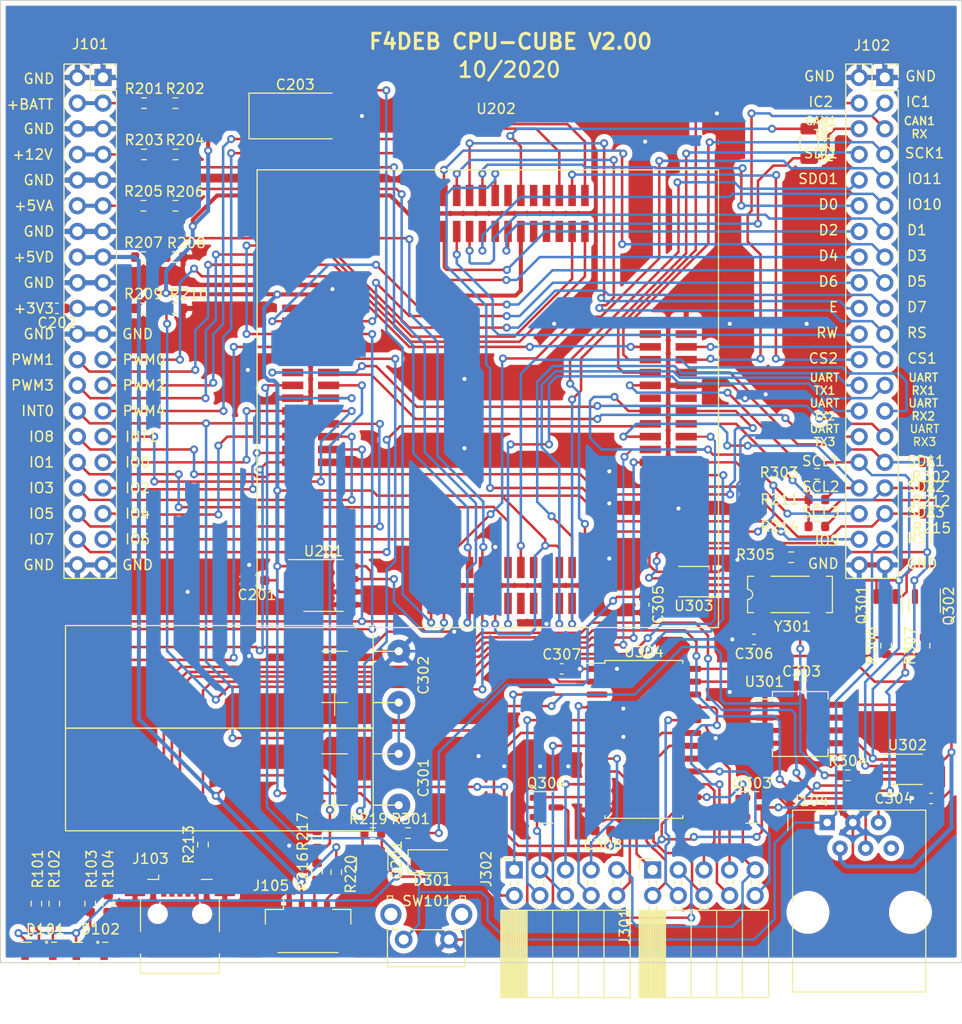
<source format=kicad_pcb>
(kicad_pcb (version 20211014) (generator pcbnew)
  (layers (0 "F.Cu" signal) (31 "B.Cu" signal) (34 "B.Paste" user) (35 "F.Paste" user) (36 "B.SilkS" user "B.Silkscreen") (37 "F.SilkS" user "F.Silkscreen") (38 "B.Mask" user) (39 "F.Mask" user) (44 "Edge.Cuts" user))
  (net 0 "")
  (net 1 "+3V3")
  (net 2 "GND")
  (net 3 "Net-(C301-Pad1)")
  (net 4 "Net-(C301-Pad2)")
  (net 5 "/IC1")
  (net 6 "/IC2")
  (net 7 "/CAN1RX")
  (net 8 "/CAN1TX")
  (net 9 "/SCK1")
  (net 10 "/SDI1")
  (net 11 "/IO11")
  (net 12 "/SDO1")
  (net 13 "/IO10")
  (net 14 "/D0")
  (net 15 "/D1")
  (net 16 "/D2")
  (net 17 "/D3")
  (net 18 "/D4")
  (net 19 "/D5")
  (net 20 "/D6")
  (net 21 "/D7")
  (net 22 "/E")
  (net 23 "/RS")
  (net 24 "/RW")
  (net 25 "/CS1")
  (net 26 "/CS2")
  (net 27 "/UART-RX1")
  (net 28 "/UART-TX1")
  (net 29 "/UART-RX2")
  (net 30 "/UART-TX2")
  (net 31 "/UART-RX3")
  (net 32 "/UART-TX3")
  (net 33 "/SDA1")
  (net 34 "/SCL1")
  (net 35 "/SDA2")
  (net 36 "/SCL2")
  (net 37 "/SDA3")
  (net 38 "/SCL3")
  (net 39 "/RST")
  (net 40 "/IO9")
  (net 41 "+BATT")
  (net 42 "+12V")
  (net 43 "+5VA")
  (net 44 "+5VD")
  (net 45 "/PWM0")
  (net 46 "/PWM1")
  (net 47 "/PWM2")
  (net 48 "/PWM3")
  (net 49 "/PWM4")
  (net 50 "/INT0")
  (net 51 "/INT1")
  (net 52 "/IO8")
  (net 53 "/IO0")
  (net 54 "/IO1")
  (net 55 "/IO2")
  (net 56 "/IO3")
  (net 57 "/IO4")
  (net 58 "/IO5")
  (net 59 "/IO6")
  (net 60 "/IO7")
  (net 61 "/UART-RX0")
  (net 62 "/UART-TX0")
  (net 63 "/VBUS")
  (net 64 "/D-")
  (net 65 "/D+")
  (net 66 "/USBID")
  (net 67 "/PGED1")
  (net 68 "/PGEC1")
  (net 69 "Net-(C305-Pad1)")
  (net 70 "Net-(C306-Pad1)")
  (net 71 "Net-(C307-Pad1)")
  (net 72 "Net-(D101-Pad1)")
  (net 73 "Net-(D101-Pad2)")
  (net 74 "Net-(D102-Pad1)")
  (net 75 "Net-(D102-Pad2)")
  (net 77 "Net-(J301-Pad3)")
  (net 78 "/PIC32/UART-TX")
  (net 79 "Net-(J301-Pad9)")
  (net 80 "Net-(J302-Pad1)")
  (net 81 "Net-(J302-Pad2)")
  (net 82 "Net-(J302-Pad4)")
  (net 83 "Net-(J302-Pad5)")
  (net 84 "Net-(J302-Pad6)")
  (net 85 "Net-(J302-Pad7)")
  (net 86 "Net-(J302-Pad8)")
  (net 87 "Net-(J302-Pad10)")
  (net 88 "Net-(Q301-Pad3)")
  (net 89 "Net-(Q302-Pad3)")
  (net 90 "Net-(Q303-Pad1)")
  (net 91 "Net-(Q304-Pad1)")
  (net 92 "/LED1")
  (net 93 "/LED2")
  (net 94 "Net-(R201-Pad2)")
  (net 95 "Net-(R203-Pad2)")
  (net 96 "Net-(R205-Pad2)")
  (net 97 "/I2C/B34")
  (net 98 "/I2C/P34")
  (net 99 "/I2C/A34")
  (net 100 "/I2C/C34")
  (net 101 "/I2C/E34")
  (net 102 "/I2C/D34")
  (net 103 "/I2C/G34")
  (net 104 "/I2C/F34")
  (net 105 "Net-(R207-Pad2)")
  (net 106 "Net-(R209-Pad2)")
  (net 107 "Net-(R213-Pad2)")
  (net 108 "Net-(R216-Pad2)")
  (net 109 "Net-(R304-Pad2)")
  (net 110 "Net-(R305-Pad2)")
  (net 111 "Net-(U201-Pad7)")
  (net 133 "Net-(U303-Pad2)")
  (footprint "Connector_USB:USB_Mini-B_Lumberg_2486_01_Horizontal" (layer "F.Cu") (at 118.745 136.271)
    (fp_text reference "J103")
    (fp_text value "USB")
  )
  (footprint "Connector_PinSocket_2.54mm:PinSocket_2x20_P2.54mm_Vertical" (layer "F.Cu") (at 111.125 53.467)
    (fp_text reference "J101")
    (fp_text value "~")
  )
  (footprint "Package_TO_SOT_SMD:SOT-23" (layer "F.Cu") (at 175.4655 125.73)
    (fp_text reference "Q303")
    (fp_text value "BSR19")
  )
  (footprint "f4deb-mod-library:10F" (layer "F.Cu") (at 137.8885 117.888 180)
    (fp_text reference "C302")
    (fp_text value "10F")
  )
  (footprint "Capacitor_SMD:C_0603_1608Metric" (layer "F.Cu") (at 160.655 128.016 180)
    (fp_text reference "C308")
    (fp_text value "100n")
  )
  (footprint "Resistor_SMD:R_0603_1608Metric" (layer "F.Cu") (at 181.864 95.25)
    (fp_text reference "R211")
    (fp_text value "10k")
  )
  (footprint "Package_SO:SSOP-8_2.95x2.8mm_P0.65mm" (layer "F.Cu") (at 190.832 121.961)
    (fp_text reference "U302")
    (fp_text value "LM75A")
  )
  (footprint "Capacitor_SMD:C_0603_1608Metric" (layer "F.Cu") (at 164.719 105.664 -90)
    (fp_text reference "C305")
    (fp_text value "100n")
  )
  (footprint "Resistor_SMD:R_0603_1608Metric" (layer "F.Cu") (at 192.532 109.728 90)
    (fp_text reference "R307")
    (fp_text value "10k")
  )
  (footprint "Package_TO_SOT_SMD:SOT-23" (layer "F.Cu") (at 188.722 105.791 -90)
    (fp_text reference "Q301")
    (fp_text value "2N7002")
  )
  (footprint "Connector_RJ:RJ12_Amphenol_54601" (layer "F.Cu") (at 182.885 127.231)
    (fp_text reference "J104")
    (fp_text value "RJ45")
  )
  (footprint "Resistor_SMD:R_0603_1608Metric" (layer "F.Cu") (at 137.858 128.27)
    (fp_text reference "R219")
    (fp_text value "10k")
  )
  (footprint "Package_SO:SOIC-24W_7.5x15.4mm_P1.27mm" (layer "F.Cu") (at 164.719 118.999)
    (fp_text reference "U304")
    (fp_text value "SAA1064T")
  )
  (footprint "Resistor_SMD:R_1206_3216Metric" (layer "F.Cu") (at 181.102 60.0055 -90)
    (fp_text reference "R218")
    (fp_text value "120")
  )
  (footprint "Diode_SMD:D_1206_3216Metric" (layer "F.Cu") (at 143.637 131.064)
    (fp_text reference "D301")
    (fp_text value "B140")
  )
  (footprint "Resistor_SMD:R_0603_1608Metric" (layer "F.Cu") (at 111.633 135.255 90)
    (fp_text reference "R104")
    (fp_text value "470")
  )
  (footprint "Package_SO:SO-8_5.3x6.2mm_P1.27mm" (layer "F.Cu") (at 180.213 117.475)
    (fp_text reference "U301")
    (fp_text value "24LC1025")
  )
  (footprint "Resistor_SMD:R_0603_1608Metric" (layer "F.Cu") (at 118.237 71.247)
    (fp_text reference "R208")
    (fp_text value "4k7")
  )
  (footprint "Resistor_SMD:R_0603_1608Metric" (layer "F.Cu") (at 115.189 61.087)
    (fp_text reference "R203")
    (fp_text value "10k")
  )
  (footprint "Resistor_SMD:R_0603_1608Metric" (layer "F.Cu") (at 132.334 132.08 90)
    (fp_text reference "R216")
    (fp_text value "1k")
  )
  (footprint "Resistor_SMD:R_0603_1608Metric" (layer "F.Cu") (at 181.864 92.71)
    (fp_text reference "R303")
    (fp_text value "10k")
  )
  (footprint "Resistor_SMD:R_0603_1608Metric" (layer "F.Cu") (at 121.031 129.413 90)
    (fp_text reference "R213")
    (fp_text value "0")
  )
  (footprint "Resistor_SMD:R_0603_1608Metric" (layer "F.Cu") (at 193.167 91.567 180)
    (fp_text reference "R302")
    (fp_text value "10k")
  )
  (footprint "Resistor_SMD:R_0603_1608Metric" (layer "F.Cu") (at 115.126 76.327)
    (fp_text reference "R209")
    (fp_text value "10k")
  )
  (footprint "Resistor_SMD:R_0603_1608Metric" (layer "F.Cu") (at 115.125 71.247)
    (fp_text reference "R207")
    (fp_text value "10k")
  )
  (footprint "Package_SO:SOIC-8_3.9x4.9mm_P1.27mm" (layer "F.Cu") (at 132.969 103.759)
    (fp_text reference "U201")
    (fp_text value "MCP1501-SN")
  )
  (footprint "Resistor_SMD:R_0603_1608Metric" (layer "F.Cu") (at 115.189 56.007)
    (fp_text reference "R201")
    (fp_text value "10k")
  )
  (footprint "Connector_JST:JST_GH_SM04B-GHS-TB_1x04-1MP_P1.25mm_Horizontal" (layer "F.Cu") (at 131.445 137.541)
    (fp_text reference "J105")
    (fp_text value "GH-4")
  )
  (footprint "Capacitor_SMD:C_0603_1608Metric" (layer "F.Cu") (at 106.553 76.327 180)
    (fp_text reference "C202")
    (fp_text value "100n")
  )
  (footprint "Resistor_SMD:R_0603_1608Metric" (layer "F.Cu") (at 118.3 56.007)
    (fp_text reference "R202")
    (fp_text value "1k5")
  )
  (footprint "Resistor_SMD:R_0603_1608Metric" (layer "F.Cu") (at 134.239 132.144 -90)
    (fp_text reference "R220")
    (fp_text value "10k")
  )
  (footprint "Resistor_SMD:R_0603_1608Metric" (layer "F.Cu") (at 106.299 135.255 90)
    (fp_text reference "R102")
    (fp_text value "470")
  )
  (footprint "Resistor_SMD:R_0603_1608Metric" (layer "F.Cu") (at 188.722 109.728 90)
    (fp_text reference "R306")
    (fp_text value "10k")
  )
  (footprint "Resistor_SMD:R_0603_1608Metric" (layer "F.Cu") (at 132.334 128.905 90)
    (fp_text reference "R217")
    (fp_text value "1k5")
  )
  (footprint "Connector_PinSocket_2.54mm:PinSocket_2x05_P2.54mm_Horizontal" (layer "F.Cu") (at 165.588 131.916 90)
    (fp_text reference "J301")
    (fp_text value "~")
  )
  (footprint "Package_TO_SOT_SMD:SOT-23" (layer "F.Cu") (at 192.532 105.791 -90)
    (fp_text reference "Q302")
    (fp_text value "2N7002")
  )
  (footprint "Resistor_SMD:R_0603_1608Metric" (layer "F.Cu") (at 115.126 66.167)
    (fp_text reference "R205")
    (fp_text value "10k")
  )
  (footprint "LED_SMD:LED_LiteOn_LTST-S326" (layer "F.Cu") (at 104.775 140.081 -90)
    (fp_text reference "D101")
    (fp_text value "LED")
  )
  (footprint "Package_SO:SSOP-8_2.95x2.8mm_P0.65mm" (layer "F.Cu") (at 169.672 103.378 180)
    (fp_text reference "U303")
    (fp_text value "PCF8563T")
  )
  (footprint "Resistor_SMD:R_0603_1608Metric" (layer "F.Cu") (at 118.3 61.087)
    (fp_text reference "R204")
    (fp_text value "1k5")
  )
  (footprint "Package_TO_SOT_SMD:SOT-23" (layer "F.Cu") (at 137.795 131.318 -90)
    (fp_text reference "Q201")
    (fp_text value "BSS123")
  )
  (footprint "Resistor_SMD:R_0603_1608Metric" (layer "F.Cu") (at 193.167 93.98 180)
    (fp_text reference "R212")
    (fp_text value "10k")
  )
  (footprint "Capacitor_Tantalum_SMD:CP_EIA-7343-30_AVX-N_Pad2.25x2.55mm_HandSolder" (layer "F.Cu") (at 130.175 57.277)
    (fp_text reference "C203")
    (fp_text value "47µ")
  )
  (footprint "Resistor_SMD:R_0603_1608Metric" (layer "F.Cu") (at 118.3 66.167)
    (fp_text reference "R206")
    (fp_text value "4k7")
  )
  (footprint "Resistor_SMD:R_0603_1608Metric" (layer "F.Cu") (at 118.237 76.327)
    (fp_text reference "R210")
    (fp_text value "4k7")
  )
  (footprint "Resistor_SMD:R_0603_1608Metric" (layer "F.Cu") (at 104.521 135.255 90)
    (fp_text reference "R101")
    (fp_text value "470")
  )
  (footprint "Capacitor_SMD:C_0603_1608Metric" (layer "F.Cu") (at 175.628 109.093 180)
    (fp_text reference "C306")
    (fp_text value "10p")
  )
  (footprint "Resistor_SMD:R_0603_1608Metric" (layer "F.Cu") (at 193.23 96.647 180)
    (fp_text reference "R215")
    (fp_text value "10k")
  )
  (footprint "LED_SMD:LED_LiteOn_LTST-S326" (layer "F.Cu") (at 109.855 140.081 -90)
    (fp_text reference "D102")
    (fp_text value "LED")
  )
  (footprint "Resistor_SMD:R_0603_1608Metric" (layer "F.Cu") (at 179.324 100.965 180)
    (fp_text reference "R305")
    (fp_text value "100")
  )
  (footprint "f4deb-mod-library:PIC32MX795F512L-V2-00" (layer "F.Cu") (at 131.064 76.327)
    (fp_text reference "U202")
    (fp_text value "PIC32MX795F512L")
  )
  (footprint "Connector_PinSocket_2.54mm:PinSocket_2x05_P2.54mm_Horizontal" (layer "F.Cu") (at 151.872 131.916 90)
    (fp_text reference "J302")
    (fp_text value "~")
  )
  (footprint "Capacitor_SMD:C_0603_1608Metric" (layer "F.Cu") (at 126.378 103.251 180)
    (fp_text reference "C201")
    (fp_text value "100n")
  )
  (footprint "Resistor_SMD:R_0603_1608Metric" (layer "F.Cu") (at 184.912 122.555)
    (fp_text reference "R304")
    (fp_text value "100")
  )
  (footprint "Capacitor_SMD:C_0603_1608Metric" (layer "F.Cu") (at 193.18 124.841 180)
    (fp_text reference "C304")
    (fp_text value "100n")
  )
  (footprint "Package_TO_SOT_SMD:SOT-23" (layer "F.Cu") (at 155.067 125.73)
    (fp_text reference "Q304")
    (fp_text value "BSR19")
  )
  (footprint "Resistor_SMD:R_0603_1608Metric" (layer "F.Cu") (at 109.855 135.255 90)
    (fp_text reference "R103")
    (fp_text value "470")
  )
  (footprint "Resistor_SMD:R_0603_1608Metric" (layer "F.Cu") (at 181.864 97.917)
    (fp_text reference "R214")
    (fp_text value "10k")
  )
  (footprint "Capacitor_SMD:C_0603_1608Metric" (layer "F.Cu") (at 180.48 113.665 180)
    (fp_text reference "C303")
    (fp_text value "100n")
  )
  (footprint "Capacitor_SMD:C_0603_1608Metric" (layer "F.Cu") (at 156.578 112.014)
    (fp_text reference "C307")
    (fp_text value "2.7n")
  )
  (footprint "Button_Switch_THT:SW_Tactile_SPST_Angled_PTS645Vx83-2LFS" (layer "F.Cu") (at 145.415 138.811 180)
    (fp_text reference "SW101")
    (fp_text value "~")
  )
  (footprint "Connector_PinSocket_2.54mm:PinSocket_2x20_P2.54mm_Vertical" (layer "F.Cu") (at 188.595 53.467)
    (fp_text reference "J102")
    (fp_text value "~")
  )
  (footprint "Resistor_SMD:R_0603_1608Metric" (layer "F.Cu") (at 141.351 128.27 180)
    (fp_text reference "R301")
    (fp_text value "150")
  )
  (footprint "f4deb-mod-library:10F" (layer "F.Cu") (at 137.8885 128.048 180)
    (fp_text reference "C301")
    (fp_text value "10F")
  )
  (footprint "Crystal:Crystal_SMD_SeikoEpson_MC306-4Pin_8.0x3.2mm" (layer "F.Cu") (at 179.197 104.648)
    (fp_text reference "Y301")
    (fp_text value "32.768Khz")
  )
  (gr_line (start 100.965 141.097) (end 100.965 45.847) (layer "Edge.Cuts") (width 0.1))
  (gr_line (start 196.215 141.097) (end 100.965 141.097) (layer "Edge.Cuts") (width 0.1))
  (gr_line (start 100.965 45.847) (end 196.215 45.847) (layer "Edge.Cuts") (width 0.1))
  (gr_line (start 196.215 45.847) (end 196.215 141.097) (layer "Edge.Cuts") (width 0.1))
  (gr_text "IO1" (at 105.029 91.567) (layer "F.SilkS") (effects (font (size 1 1))))
  (gr_text "+12V" (at 104.14 61.087) (layer "F.SilkS") (effects (font (size 1 1))))
  (gr_text "RS" (at 191.77 78.74) (layer "F.SilkS") (effects (font (size 1 1))))
  (gr_text "UART\nRX2" (at 192.405 86.36) (layer "F.SilkS") (effects (font (size 0.8 0.8))))
  (gr_text "D2" (at 183.007 68.58) (layer "F.SilkS") (effects (font (size 1 1))))
  (gr_text "SCL1" (at 182.245 91.44) (layer "F.SilkS") (effects (font (size 1 1))))
  (gr_text "CAN1\nRX" (at 192.024 58.42) (layer "F.SilkS") (effects (font (size 0.8 0.8))))
  (gr_text "UART\nTX1" (at 182.626 83.82) (layer "F.SilkS") (effects (font (size 0.8 0.8))))
  (gr_text "UART\nTX3" (at 182.626 88.9) (layer "F.SilkS") (effects (font (size 0.8 0.8))))
  (gr_text "PWM1" (at 104.14 81.407) (layer "F.SilkS") (effects (font (size 1 1))))
  (gr_text "GND" (at 104.775 78.867) (layer "F.SilkS") (effects (font (size 1 1))))
  (gr_text "SDA2" (at 192.659 93.98) (layer "F.SilkS") (effects (font (size 1 1))))
  (gr_text "D1" (at 191.77 68.58) (layer "F.SilkS") (effects (font (size 1 1))))
  (gr_text "GND" (at 192.278 101.6) (layer "F.SilkS") (effects (font (size 1 1))))
  (gr_text "D5" (at 191.77 73.66) (layer "F.SilkS") (effects (font (size 1 1))))
  (gr_text "PWM4" (at 115.189 86.487) (layer "F.SilkS") (effects (font (size 1 1))))
  (gr_text "SCL3" (at 182.245 96.52) (layer "F.SilkS") (effects (font (size 1 1))))
  (gr_text "CAN1\nTX" (at 182.245 58.42) (layer "F.SilkS") (effects (font (size 0.8 0.8))))
  (gr_text "CS2" (at 182.499 81.28) (layer "F.SilkS") (effects (font (size 1 1))))
  (gr_text "+BATT" (at 103.886 56.134) (layer "F.SilkS") (effects (font (size 1 1))))
  (gr_text "IC1" (at 191.897 55.88) (layer "F.SilkS") (effects (font (size 1 1))))
  (gr_text "RST" (at 192.151 99.06) (layer "F.SilkS") (effects (font (size 1 1))))
  (gr_text "D7" (at 191.77 76.2) (layer "F.SilkS") (effects (font (size 1 1))))
  (gr_text "IO6" (at 114.554 99.187) (layer "F.SilkS") (effects (font (size 1 1))))
  (gr_text "PWM0" (at 115.189 81.407) (layer "F.SilkS") (effects (font (size 1 1))))
  (gr_text "CS1" (at 192.278 81.28) (layer "F.SilkS") (effects (font (size 1 1))))
  (gr_text "INT1" (at 114.935 89.027) (layer "F.SilkS") (effects (font (size 1 1))))
  (gr_text "+3V3" (at 104.267 76.327) (layer "F.SilkS") (effects (font (size 1 1))))
  (gr_text "GND" (at 104.775 68.707) (layer "F.SilkS") (effects (font (size 1 1))))
  (gr_text "IO8" (at 105.029 89.027) (layer "F.SilkS") (effects (font (size 1 1))))
  (gr_text "UART\nRX1" (at 192.405 83.82) (layer "F.SilkS") (effects (font (size 0.8 0.8))))
  (gr_text "F4DEB CPU-CUBE V2.00" (at 151.511 49.911) (layer "F.SilkS") (effects (font (size 1.5 1.5) (thickness 0.3))))
  (gr_text "IO7" (at 105.029 99.187) (layer "F.SilkS") (effects (font (size 1 1))))
  (gr_text "SCK1" (at 192.532 60.96) (layer "F.SilkS") (effects (font (size 1 1))))
  (gr_text "UART\nTX2" (at 182.626 86.36) (layer "F.SilkS") (effects (font (size 0.8 0.8))))
  (gr_text "SCL2" (at 182.245 93.98) (layer "F.SilkS") (effects (font (size 1 1))))
  (gr_text "GND" (at 104.775 63.627) (layer "F.SilkS") (effects (font (size 1 1))))
  (gr_text "E" (at 183.515 76.2) (layer "F.SilkS") (effects (font (size 1 1))))
  (gr_text "PWM3" (at 104.14 83.947) (layer "F.SilkS") (effects (font (size 1 1))))
  (gr_text "GND" (at 114.554 101.727) (layer "F.SilkS") (effects (font (size 1 1))))
  (gr_text "IO2" (at 114.554 94.107) (layer "F.SilkS") (effects (font (size 1 1))))
  (gr_text "IO3" (at 105.029 94.107) (layer "F.SilkS") (effects (font (size 1 1))))
  (gr_text "GND" (at 182.118 53.34) (layer "F.SilkS") (effects (font (size 1 1))))
  (gr_text "GND" (at 104.775 101.727) (layer "F.SilkS") (effects (font (size 1 1))))
  (gr_text "IO11" (at 192.532 63.5) (layer "F.SilkS") (effects (font (size 1 1))))
  (gr_text "10/2020" (at 151.384 52.705) (layer "F.SilkS") (effects (font (size 1.5 1.5) (thickness 0.25))))
  (gr_text "IC2" (at 182.245 55.88) (layer "F.SilkS") (effects (font (size 1 1))))
  (gr_text "SDA1" (at 192.659 91.44) (layer "F.SilkS") (effects (font (size 1 1))))
  (gr_text "SDA3" (at 192.659 96.52) (layer "F.SilkS") (effects (font (size 1 1))))
  (gr_text "IO9" (at 182.88 99.314) (layer "F.SilkS") (effects (font (size 1 1))))
  (gr_text "SDI1" (at 182.245 60.96) (layer "F.SilkS") (effects (font (size 1 1))))
  (gr_text "GND" (at 192.151 53.34) (layer "F.SilkS") (effects (font (size 1 1))))
  (gr_text "SDO1" (at 181.991 63.5) (layer "F.SilkS") (effects (font (size 1 1))))
  (gr_text "GND" (at 114.554 78.867) (layer "F.SilkS") (effects (font (size 1 1))))
  (gr_text "GND" (at 182.499 101.6) (layer "F.SilkS") (effects (font (size 1 1))))
  (gr_text "+5VD" (at 104.267 71.247) (layer "F.SilkS") (effects (font (size 1 1))))
  (gr_text "IO4" (at 114.554 96.647) (layer "F.SilkS") (effects (font (size 1 1))))
  (gr_text "PWM2" (at 115.189 83.947) (layer "F.SilkS") (effects (font (size 1 1))))
  (gr_text "D6" (at 183.007 73.66) (layer "F.SilkS") (effects (font (size 1 1))))
  (gr_text "GND" (at 104.775 73.787) (layer "F.SilkS") (effects (font (size 1 1))))
  (gr_text "RW" (at 182.88 78.74) (layer "F.SilkS") (effects (font (size 1 1))))
  (gr_text "D3" (at 191.77 71.12) (layer "F.SilkS") (effects (font (size 1 1))))
  (gr_text "IO0" (at 114.554 91.567) (layer "F.SilkS") (effects (font (size 1 1))))
  (gr_text "GND" (at 104.775 58.547) (layer "F.SilkS") (effects (font (size 1 1))))
  (gr_text "INT0" (at 104.648 86.487) (layer "F.SilkS") (effects (font (size 1 1))))
  (gr_text "UART\nRX3" (at 192.532 88.9) (layer "F.SilkS") (effects (font (size 0.8 0.8) (thickness 0.125))))
  (gr_text "IO10" (at 192.532 66.04) (layer "F.SilkS") (effects (font (size 1 1))))
  (gr_text "+5VA" (at 104.267 66.167) (layer "F.SilkS") (effects (font (size 1 1))))
  (gr_text "D4" (at 183.007 71.12) (layer "F.SilkS") (effects (font (size 1 1))))
  (gr_text "D0" (at 183.007 66.04) (layer "F.SilkS") (effects (font (size 1 1))))
  (gr_text "GND\n" (at 104.775 53.594) (layer "F.SilkS") (effects (font (size 1 1))))
  (gr_text "IO5" (at 105.029 96.647) (layer "F.SilkS") (effects (font (size 1 1))))
  (segment (start 184.214 95.313) (end 183.07 96.457) (width 0.25) (layer "F.Cu") (net 1))
  (segment (start 133.477 85.217) (end 135.763 85.217) (width 0.25) (layer "F.Cu") (net 1))
  (segment (start 190.754 102.616) (end 191.516 101.854) (width 0.25) (layer "F.Cu") (net 1))
  (segment (start 150.622 94.869) (end 158.369 94.869) (width 0.25) (layer "F.Cu") (net 1))
  (segment (start 181.039 95.25) (end 181.039 92.71) (width 0.25) (layer "F.Cu") (net 1))
  (segment (start 177.546 93.853) (end 174.498 90.805) (width 0.25) (layer "F.Cu") (net 1))
  (segment (start 120.015 68.199) (end 120.015 67.564) (width 0.4) (layer "F.Cu") (net 1))
  (segment (start 193.482 104.8535) (end 193.482 105.344) (width 0.25) (layer "F.Cu") (net 1))
  (segment (start 163.195 86.487) (end 161.798 85.09) (width 0.25) (layer "F.Cu") (net 1))
  (segment (start 103.4 140.081) (end 103.4 138.833) (width 0.25) (layer "F.Cu") (net 1))
  (segment (start 121.539 58.674) (end 121.539 60.706) (width 0.4) (layer "F.Cu") (net 1))
  (segment (start 168.91 90.297) (end 171.069 90.297) (width 0.25) (layer "F.Cu") (net 1))
  (segment (start 115.8085 74.8195) (end 119.289744 74.8195) (width 0.4) (layer "F.Cu") (net 1))
  (segment (start 194.056 101.854) (end 194.056 96.648) (width 0.25) (layer "F.Cu") (net 1))
  (segment (start 193.482 103.063) (end 194.056 102.489) (width 0.25) (layer "F.Cu") (net 1))
  (segment (start 122.936 57.277) (end 121.539 58.674) (width 0.4) (layer "F.Cu") (net 1))
  (segment (start 138.745 130.3805) (end 138.745 131.125) (width 0.25) (layer "F.Cu") (net 1))
  (segment (start 160.401 96.901) (end 160.734465 97.234465) (width 0.25) (layer "F.Cu") (net 1))
  (segment (start 154.94 99.822) (end 156.083 99.822) (width 0.25) (layer "F.Cu") (net 1))
  (segment (start 128.397 104.14) (end 128.651 104.394) (width 0.25) (layer "F.Cu") (net 1))
  (segment (start 171.069 90.297) (end 171.577 90.805) (width 0.25) (layer "F.Cu") (net 1))
  (segment (start 181.039 96.457) (end 181.039 95.25) (width 0.25) (layer "F.Cu") (net 1))
  (segment (start 194.056 96.648) (end 194.055 96.647) (width 0.25) (layer "F.Cu") (net 1))
  (segment (start 138.745 128.332) (end 138.683 128.27) (width 0.25) (layer "F.Cu") (net 1))
  (segment (start 128.397 124.333) (end 136.652 124.333) (width 0.25) (layer "F.Cu") (net 1))
  (segment (start 183.713 115.57) (end 195.199 115.57) (width 0.25) (layer "F.Cu") (net 1))
  (segment (start 108.458 138.176) (end 108.458 140.059) (width 0.25) (layer "F.Cu") (net 1))
  (segment (start 128.397 102.362) (end 128.397 103.251) (width 0.25) (layer "F.Cu") (net 1))
  (segment (start 181.039 95.25) (end 178.943 95.25) (width 0.25) (layer "F.Cu") (net 1))
  (segment (start 183.713 115.57) (end 182.245 115.57) (width 0.25) (layer "F.Cu") (net 1))
  (segment (start 194.31 124.841) (end 195.199 123.952) (width 0.25) (layer "F.Cu") (net 1))
  (segment (start 193.482 104.8535) (end 193.482 103.063) (width 0.25) (layer "F.Cu") (net 1))
  (segment (start 182.245 115.57) (end 181.255 114.58) (width 0.25) (layer "F.Cu") (net 1))
  (segment (start 152.527 74.549) (end 152.527 68.707) (width 0.4) (layer "F.Cu") (net 1))
  (segment (start 144.78 132.588) (end 145.037 132.331) (width 0.25) (layer "F.Cu") (net 1))
  (segment (start 145.037 132.331) (end 145.037 131.064) (width 0.25) (layer "F.Cu") (net 1))
  (segment (start 128.651 104.394) (end 130.494 104.394) (width 0.25) (layer "F.Cu") (net 1))
  (segment (start 108.458 140.059) (end 108.48 140.081) (width 0.25) (layer "F.Cu") (net 1))
  (segment (start 195.199 115.57) (end 195.199 120.269) (width 0.25) (layer "F.Cu") (net 1))
  (segment (start 189.672 104.8535) (end 190.2945 104.8535) (width 0.25) (layer "F.Cu") (net 1))
  (segment (start 156.337 100.076) (end 156.337 101.981) (width 0.25) (layer "F.Cu") (net 1))
  (segment (start 138.745 130.3805) (end 138.745 128.332) (width 0.25) (layer "F.Cu") (net 1))
  (segment (start 120.015 67.564) (end 122.428 65.151) (width 0.4) (layer "F.Cu") (net 1))
  (segment (start 193.482 105.344) (end 195.199 107.061) (width 0.25) (layer "F.Cu") (net 1))
  (segment (start 150.622 94.869) (end 138.303 94.869) (width 0.25) (layer "F.Cu") (net 1))
  (segment (start 128.397 94.361) (end 137.795 94.361) (width 0.25) (layer "F.Cu") (net 1))
  (segment (start 122.428 65.151) (end 139.573 65.151) (width 0.4) (layer "F.Cu") (net 1))
  (segment (start 149.987 105.537) (end 149.987 107.569) (width 0.25) (layer "F.Cu") (net 1))
  (segment (start 138.683 128.27) (end 138.683 126.364) (width 0.25) (layer "F.Cu") (net 1))
  (segment (start 139.573 65.151) (end 142.621 68.199) (width 0.4) (layer "F.Cu") (net 1))
  (segment (start 195.199 120.269) (end 194.482 120.986) (width 0.25) (layer "F.Cu") (net 1))
  (segment (start 140.208 132.588) (end 144.78 132.588) (width 0.25) (layer "F.Cu") (net 1))
  (segment (start 154.94 99.187) (end 150.622 94.869) (width 0.25) (layer "F.Cu") (net 1))
  (segment (start 178.943 95.25) (end 177.546 93.853) (width 0.25) (layer "F.Cu") (net 1))
  (segment (start 138.745 131.125) (end 140.208 132.588) (width 0.25) (layer "F.Cu") (net 1))
  (segment (start 195.199 107.061) (end 195.199 115.57) (width 0.25) (layer "F.Cu") (net 1))
  (segment (start 107.328 76.327) (end 108.585 76.327) (width 0.4) (layer "F.Cu") (net 1))
  (segment (start 130.494 101.854) (end 128.397 101.854) (width 0.25) (layer "F.Cu") (net 1))
  (segment (start 128.380499 74.946501) (end 132.096501 74.946501) (width 0.4) (layer "F.Cu") (net 1))
  (segment (start 154.94 99.822) (end 154.94 99.187) (width 0.25) (layer "F.Cu") (net 1))
  (segment (start 138.683 126.364) (end 136.652 124.333) (width 0.25) (layer "F.Cu") (net 1))
  (segment (start 114.301 76.327) (end 115.8085 74.8195) (width 0.4) (layer "F.Cu") (net 1))
  (segment (start 142.621 73.787) (end 143.891 75.057) (width 0.4) (layer "F.Cu") (net 1))
  (segment (start 181.255 114.58) (end 181.255 113.665) (width 0.25) (layer "F.Cu") (net 1))
  (segment (start 128.397 101.854) (end 128.397 104.14) (width 0.25) (layer "F.Cu") (net 1))
  (segment (start 143.891 75.057) (end 152.019 75.057) (width 0.4) (layer "F.Cu") (net 1))
  (segment (start 165.354 86.487) (end 163.195 86.487) (width 0.25) (layer "F.Cu") (net 1))
  (segment (start 174.498 90.805) (end 171.577 90.805) (width 0.25) (layer "F.Cu") (net 1))
  (segment (start 130.494 101.854) (end 128.905 101.854) (width 0.25) (layer "F.Cu") (net 1))
  (segment (start 190.2945 104.8535) (end 190.754 104.394) (width 0.25) (layer "F.Cu") (net 1))
  (segment (start 127.153 103.251) (end 128.397 103.251) (width 0.25) (layer "F.Cu") (net 1))
  (segment (start 181.039 97.917) (end 181.039 96.457) (width 0.25) (layer "F.Cu") (net 1))
  (segment (start 190.754 104.394) (end 190.754 102.616) (width 0.25) (layer "F.Cu") (net 1))
  (segment (start 194.055 95.251) (end 193.993 95.313) (width 0.25) (layer "F.Cu") (net 1))
  (segment (start 156.083 99.822) (end 156.337 100.076) (width 0.25) (layer "F.Cu") (net 1))
  (segment (start 161.925 98.425) (end 160.401 96.901) (width 0.25) (layer "F.Cu") (net 1))
  (segment (start 142.621 68.199) (end 142.621 73.787) (width 0.4) (layer "F.Cu") (net 1))
  (segment (start 119.289744 74.8195) (end 119.416745 74.946501) (width 0.4) (layer "F.Cu") (net 1))
  (segment (start 194.056 102.489) (end 194.056 101.854) (width 0.25) (layer "F.Cu") (net 1))
  (segment (start 195.199 123.952) (end 195.199 120.269) (width 0.25) (layer "F.Cu") (net 1))
  (segment (start 193.993 95.313) (end 184.214 95.313) (width 0.25) (layer "F.Cu") (net 1))
  (segment (start 158.369 94.869) (end 160.401 96.901) (width 0.25) (layer "F.Cu") (net 1))
  (segment (start 126.975 57.277) (end 122.936 57.277) (width 0.4) (layer "F.Cu") (net 1))
  (segment (start 194.482 120.986) (end 192.532 120.986) (width 0.25) (layer "F.Cu") (net 1))
  (segment (start 111.125 76.327) (end 114.301 76.327) (width 0.4) (layer "F.Cu") (net 1))
  (segment (start 191.516 101.854) (end 194.056 101.854) (width 0.25) (layer "F.Cu") (net 1))
  (segment (start 103.4 138.833) (end 102.743 138.176) (width 0.25) (layer "F.Cu") (net 1))
  (segment (start 194.055 94.043) (end 194.055 95.251) (width 0.25) (layer "F.Cu") (net 1))
  (segment (start 176.022 98.425) (end 161.925 98.425) (width 0.25) (layer "F.Cu") (net 1))
  (segment (start 193.992 91.567) (end 193.992 93.98) (width 0.25) (layer "F.Cu") (net 1))
  (segment (start 152.019 75.057) (end 152.527 74.549) (width 0.4) (layer "F.Cu") (net 1))
  (segment (start 119.38 74.93) (end 128.343754 74.93) (width 0.4) (layer "F.Cu") (net 1))
  (segment (start 132.096501 74.946501) (end 133.477 76.327) (width 0.4) (layer "F.Cu") (net 1))
  (segment (start 137.795 94.361) (end 138.303 94.869) (width 0.25) (layer "F.Cu") (net 1))
  (segment (start 194.055 95.251) (end 194.055 96.647) (width 0.25) (layer "F.Cu") (net 1))
  (segment (start 193.955 124.841) (end 194.31 124.841) (width 0.25) (layer "F.Cu") (net 1))
  (segment (start 193.992 93.98) (end 194.055 94.043) (width 0.25) (layer "F.Cu") (net 1))
  (segment (start 183.07 96.457) (end 181.039 96.457) (width 0.25) (layer "F.Cu") (net 1))
  (segment (start 128.397 103.251) (end 128.397 104.14) (width 0.25) (layer "F.Cu") (net 1))
  (via (at 161.798 85.09) (size 0.8) (drill 0.4) (layers "F.Cu" "B.Cu") (net 1))
  (via (at 149.987 107.569) (size 0.8) (drill 0.4) (layers "F.Cu" "B.Cu") (net 1))
  (via (at 135.763 85.217) (size 0.8) (drill 0.4) (layers "F.Cu" "B.Cu") (net 1))
  (via (at 128.397 124.333) (size 0.8) (drill 0.4) (layers "F.Cu" "B.Cu") (net 1))
  (via (at 121.539 60.706) (size 0.8) (drill 0.4) (layers "F.Cu" "B.Cu") (net 1))
  (via (at 128.397 101.854) (size 0.8) (drill 0.4) (layers "F.Cu" "B.Cu") (net 1))
  (via (at 140.208 132.588) (size 0.8) (drill 0.4) (layers "F.Cu" "B.Cu") (net 1))
  (via (at 128.380499 74.946501) (size 0.8) (drill 0.4) (layers "F.Cu" "B.Cu") (net 1))
  (via (at 154.94 99.822) (size 0.8) (drill 0.4) (layers "F.Cu" "B.Cu") (net 1))
  (via (at 117.3645 74.8195) (size 0.8) (drill 0.4) (layers "F.Cu" "B.Cu") (net 1))
  (via (at 195.199 120.269) (size 0.8) (drill 0.4) (layers "F.Cu" "B.Cu") (net 1))
  (via (at 176.022 98.425) (size 0.8) (drill 0.4) (layers "F.Cu" "B.Cu") (net 1))
  (via (at 102.743 138.176) (size 0.8) (drill 0.4) (layers "F.Cu" "B.Cu") (net 1))
  (via (at 120.015 68.199) (size 0.8) (drill 0.4) (layers "F.Cu" "B.Cu") (net 1))
  (via (at 128.397 94.361) (size 0.8) (drill 0.4) (layers "F.Cu" "B.Cu") (net 1))
  (via (at 177.546 93.853) (size 0.8) (drill 0.4) (layers "F.Cu" "B.Cu") (net 1))
  (via (at 108.458 138.176) (size 0.8) (drill 0.4) (layers "F.Cu" "B.Cu") (net 1))
  (via (at 171.069 90.297) (size 0.8) (drill 0.4) (layers "F.Cu" "B.Cu") (net 1))
  (segment (start 184.785 131.572) (end 191.389 131.572) (width 0.4) (layer "B.Cu") (net 1))
  (segment (start 121.539 60.706) (end 121.539 66.675) (width 0.4) (layer "B.Cu") (net 1))
  (segment (start 121.539 66.675) (end 120.015 68.199) (width 0.4) (layer "B.Cu") (net 1))
  (segment (start 128.524 85.217) (end 128.397 85.09) (width 0.25) (layer "B.Cu") (net 1))
  (segment (start 128.397 124.333) (end 128.397 101.854) (width 0.25) (layer "B.Cu") (net 1))
  (segment (start 195.072 127.889) (end 195.199 127.762) (width 0.25) (layer "B.Cu") (net 1))
  (segment (start 120.015 68.199) (end 120.015 69.977) (width 0.4) (layer "B.Cu") (net 1))
  (segment (start 128.397 94.361) (end 128.397 85.09) (width 0.4) (layer "B.Cu") (net 1))
  (segment (start 184.155 130.942) (end 184.785 131.572) (width 0.4) (layer "B.Cu") (net 1))
  (segment (start 128.397 101.854) (end 128.397 94.361) (width 0.4) (layer "B.Cu") (net 1))
  (segment (start 127.0895 76.2375) (end 128.380499 74.946501) (width 0.4) (layer "B.Cu") (net 1))
  (segment (start 108.458 138.176) (end 111.688 134.946) (width 0.25) (layer "B.Cu") (net 1))
  (segment (start 117.3645 72.6275) (end 117.3645 74.8195) (width 0.4) (layer "B.Cu") (net 1))
  (segment (start 149.987 107.569) (end 149.987 108.204) (width 0.25) (layer "B.Cu") (net 1))
  (segment (start 128.397 83.807664) (end 128.065836 83.4765) (width 0.4) (layer "B.Cu") (net 1))
  (segment (start 159.385 89.154) (end 160.528 90.297) (width 0.25) (layer "B.Cu") (net 1))
  (segment (start 191.389 131.572) (end 195.072 127.889) (width 0.4) (layer "B.Cu") (net 1))
  (segment (start 128.065836 83.4765) (end 127.557836 83.4765) (width 0.4) (layer "B.Cu") (net 1))
  (segment (start 149.987 108.204) (end 150.368 108.585) (width 0.25) (layer "B.Cu") (net 1))
  (segment (start 153.924 108.077) (end 153.924 107.95) (width 0.25) (layer "B.Cu") (net 1))
  (segment (start 160.528 90.297) (end 171.069 90.297) (width 0.25) (layer "B.Cu") (net 1))
  (segment (start 153.924 100.838) (end 154.94 99.822) (width 0.25) (layer "B.Cu") (net 1))
  (segment (start 159.385 85.471) (end 159.385 89.154) (width 0.25) (layer "B.Cu") (net 1))
  (segment (start 153.416 108.585) (end 153.924 108.077) (width 0.25) (layer "B.Cu") (net 1))
  (segment (start 153.924 107.95) (end 153.924 100.838) (width 0.25) (layer "B.Cu") (net 1))
  (segment (start 150.368 108.585) (end 151.892 108.585) (width 0.25) (layer "B.Cu") (net 1))
  (segment (start 195.199 127.762) (end 191.389 131.572) (width 0.4) (layer "B.Cu") (net 1))
  (segment (start 108.585 76.327) (end 111.125 76.327) (width 0.4) (layer "B.Cu") (net 1))
  (segment (start 102.743 138.176) (end 108.458 138.176) (width 0.25) (layer "B.Cu") (net 1))
  (segment (start 128.397 85.09) (end 128.397 83.807664) (width 0.4) (layer "B.Cu") (net 1))
  (segment (start 151.892 108.585) (end 153.416 108.585) (width 0.25) (layer "B.Cu") (net 1))
  (segment (start 111.688 134.946) (end 137.85 134.946) (width 0.25) (layer "B.Cu") (net 1))
  (segment (start 184.155 129.771) (end 184.155 130.942) (width 0.4) (layer "B.Cu") (net 1))
  (segment (start 161.798 85.09) (end 159.766 85.09) (width 0.25) (layer "B.Cu") (net 1))
  (segment (start 135.763 85.217) (end 128.524 85.217) (width 0.25) (layer "B.Cu") (net 1))
  (segment (start 137.85 134.946) (end 140.208 132.588) (width 0.25) (layer "B.Cu") (net 1))
  (segment (start 127.557836 83.4765) (end 127.0895 83.008164) (width 0.4) (layer "B.Cu") (net 1))
  (segment (start 177.546 96.901) (end 176.022 98.425) (width 0.25) (layer "B.Cu") (net 1))
  (segment (start 120.015 69.977) (end 117.3645 72.6275) (width 0.4) (layer "B.Cu") (net 1))
  (segment (start 195.199 120.269) (end 195.199 127.762) (width 0.4) (layer "B.Cu") (net 1))
  (segment (start 127.0895 83.008164) (end 127.0895 76.2375) (width 0.4) (layer "B.Cu") (net 1))
  (segment (start 159.766 85.09) (end 159.385 85.471) (width 0.25) (layer "B.Cu") (net 1))
  (segment (start 177.546 93.853) (end 177.546 96.901) (width 0.25) (layer "B.Cu") (net 1))
  (segment (start 173.355 101.219) (end 172.171 102.403) (width 0.25) (layer "F.Cu") (net 2))
  (segment (start 174.244 118.999) (end 174.625 119.38) (width 0.25) (layer "F.Cu") (net 2))
  (segment (start 135.444 104.394) (end 135.444 105.664) (width 0.25) (layer "F.Cu") (net 2))
  (segment (start 176.713 119.38) (end 175.006 119.38) (width 0.25) (layer "F.Cu") (net 2))
  (segment (start 173.482 76.835) (end 171.958 76.835) (width 0.25) (layer "F.Cu") (net 2))
  (segment (start 120.345 133.571) (end 120.345 132.131) (width 0.25) (layer "F.Cu") (net 2))
  (segment (start 171.196 77.597) (end 171.958 76.835) (width 0.25) (layer "F.Cu") (net 2))
  (segment (start 119.124 58.547) (end 119.125 58.548) (width 0.25) (layer "F.Cu") (net 2))
  (segment (start 129.921 85.217) (end 125.603 85.217) (width 0.25) (layer "F.Cu") (net 2))
  (segment (start 189.132 122.936) (end 191.262 122.936) (width 0.25) (layer "F.Cu") (net 2))
  (segment (start 105.791 58.547) (end 105.791 68.58) (width 0.25) (layer "F.Cu") (net 2))
  (segment (start 106.426 53.467) (end 105.791 54.102) (width 0.25) (layer "F.Cu") (net 2))
  (segment (start 119.125 56.007) (end 119.125 58.548) (width 0.25) (layer "F.Cu") (net 2))
  (segment (start 105.918 68.707) (end 105.791 68.58) (width 0.25) (layer "F.Cu") (net 2))
  (segment (start 162.052 125.984) (end 162.56 126.492) (width 0.25) (layer "F.Cu") (net 2))
  (segment (start 118.237 68.707) (end 111.125 68.707) (width 0.25) (layer "F.Cu") (net 2))
  (segment (start 108.585 53.467) (end 106.426 53.467) (width 0.25) (layer "F.Cu") (net 2))
  (segment (start 140.335 105.664) (end 143.002 108.331) (width 0.25) (layer "F.Cu") (net 2))
  (segment (start 119.125 58.548) (end 119.125 61.087) (width 0.25) (layer "F.Cu") (net 2))
  (segment (start 125.603 101.727) (end 125.603 103.251) (width 0.25) (layer "F.Cu") (net 2))
  (segment (start 119.062 71.247) (end 119.062 72.454) (width 0.25) (layer "F.Cu") (net 2))
  (segment (start 130.494 103.124) (end 132.334 103.124) (width 0.25) (layer "F.Cu") (net 2))
  (segment (start 105.791 73.787) (end 105.791 75.311) (width 0.25) (layer "F.Cu") (net 2))
  (segment (start 191.262 122.936) (end 192.532 122.936) (width 0.25) (layer "F.Cu") (net 2))
  (segment (start 176.713 116.84) (end 174.244 116.84) (width 0.25) (layer "F.Cu") (net 2))
  (segment (start 125.603 110.744) (end 125.984 111.125) (width 0.25) (layer "F.Cu") (net 2))
  (segment (start 145.923 108.331) (end 146.177 108.077) (width 0.25) (layer "F.Cu") (net 2))
  (segment (start 120.345 132.131) (end 120.777 131.699) (width 0.25) (layer "F.Cu") (net 2))
  (segment (start 120.777 131.699) (end 122.936 131.699) (width 0.25) (layer "F.Cu") (net 2))
  (segment (start 191.262 122.936) (end 191.262 124.766) (width 0.25) (layer "F.Cu") (net 2))
  (segment (start 174.244 118.11) (end 174.244 118.999) (width 0.25) (layer "F.Cu") (net 2))
  (segment (start 173.482 109.093) (end 170.434 106.045) (width 0.25) (layer "F.Cu") (net 2))
  (segment (start 174.853 109.093) (end 173.482 109.093) (width 0.25) (layer "F.Cu") (net 2))
  (segment (start 174.371 81.407) (end 174.371 77.724) (width 0.25) (layer "F.Cu") (net 2))
  (segment (start 114.295 139.121) (end 123.195 139.121) (width 0.25) (layer "F.Cu") (net 2))
  (segment (start 129.587 138.891) (end 135.17 138.891) (width 0.25) (layer "F.Cu") (net 2))
  (segment (start 172.171 102.403) (end 171.372 102.403) (width 0.25) (layer "F.Cu") (net 2))
  (segment (start 105.791 75.311) (end 105.791 78.994) (width 0.25) (layer "F.Cu") (net 2))
  (segment (start 153.162 130.81) (end 153.162 137.414) (width 0.25) (layer "F.Cu") (net 2))
  (segment (start 136.779 57.277) (end 133.375 57.277) (width 0.4) (layer "F.Cu") (net 2))
  (segment (start 125.603 101.727) (end 111.125 101.727) (width 0.25) (layer "F.Cu") (net 2))
  (segment (start 129.57 138.874) (end 129.587 138.891) (width 0.25) (layer "F.Cu") (net 2))
  (segment (start 105.918 78.867) (end 105.791 78.994) (width 0.25) (layer "F.Cu") (net 2))
  (segment (start 129.57 129.51) (end 129.57 135.691) (width 0.25) (layer "F.Cu") (net 2))
  (segment (start 123.195 139.121) (end 127.49 139.121) (width 0.25) (layer "F.Cu") (net 2))
  (segment (start 177.673 114.3) (end 178.308 113.665) (width 0.25) (layer "F.Cu") (net 2))
  (segment (start 119.125 56.007) (end 119.125 61.087) (width 0.25) (layer "F.Cu") (net 2))
  (segment (start 180.594 130.429) (end 181.864 131.699) (width 0.25) (layer "F.Cu") (net 2))
  (segment (start 194.183 121.883) (end 194.183 122.809) (width 0.25) (layer "F.Cu") (net 2))
  (segment (start 162.052 130.429) (end 153.543 130.429) (width 0.25) (layer "F.Cu") (net 2))
  (segment (start 123.195 133.671) (end 123.195 139.121) (width 0.25) (layer "F.Cu") (net 2))
  (segment (start 176.713 115.57) (end 174.752 115.57) (width 0.25) (layer "F.Cu") (net 2))
  (segment (start 129.57 135.691) (end 129.57 138.874) (width 0.25) (layer "F.Cu") (net 2))
  (segment (start 105.778 76.327) (end 105.778 75.324) (width 0.25) (layer "F.Cu") (net 2))
  (segment (start 118.364 78.867) (end 111.125 78.867) (width 0.25) (layer "F.Cu") (net 2))
  (segment (start 125.984 111.125) (end 137.955054 111.125) (width 0.25) (layer "F.Cu") (net 2))
  (segment (start 108.585 68.707) (end 105.918 68.707) (width 0.25) (layer "F.Cu") (net 2))
  (segment (start 119.062 72.454) (end 117.729 73.787) (width 0.25) (layer "F.Cu") (net 2))
  (segment (start 180.594 127.245402) (end 180.594 130.429) (width 0.25) (layer "F.Cu") (net 2))
  (segment (start 170.04 106.439) (end 170.434 106.045) (width 0.25) (layer "F.Cu") (net 2))
  (segment (start 191.262 124.766) (end 191.2995 124.8035) (width 0.25) (layer "F.Cu") (net 2))
  (segment (start 117.729 73.787) (end 111.125 73.787) (width 0.25) (layer "F.Cu") (net 2))
  (segment (start 194.183 121.883) (end 193.936 121.636) (width 0.25) (layer "F.Cu") (net 2))
  (segment (start 123.195 131.958) (end 123.195 133.671) (width 0.25) (layer "F.Cu") (net 2))
  (segment (start 143.764 140.462) (end 145.415 138.811) (width 0.25) (layer "F.Cu") (net 2))
  (segment (start 135.444 105.664) (end 140.335 105.664) (width 0.25) (layer "F.Cu") (net 2))
  (segment (start 119.062 76.327) (end 119.062 78.169) (width 0.25) (layer "F.Cu") (net 2))
  (segment (start 192.3675 124.8035) (end 192.405 124.841) (width 0.25) (layer "F.Cu") (net 2))
  (segment (start 127.49 139.121) (end 127.72 138.891) (width 0.25) (layer "F.Cu") (net 2))
  (segment (start 174.625 119.38) (end 176.713 119.38) (width 0.25) (layer "F.Cu") (net 2))
  (segment (start 155.067 105.537) (end 155.067 107.569) (width 0.25) (layer "F.Cu") (net 2))
  (segment (start 108.585 73.787) (end 105.791 73.787) (width 0.25) (layer "F.Cu") (net 2))
  (segment (start 111.125 58.547) (end 119.124 58.547) (width 0.25) (layer "F.Cu") (net 2))
  (segment (start 105.791 78.994) (end 105.791 101.473) (width 0.25) (layer "F.Cu") (net 2))
  (segment (start 122.936 131.699) (end 123.195 131.958) (width 0.25) (layer "F.Cu") (net 2))
  (segment (start 153.162 137.414) (end 151.765 138.811) (width 0.25) (layer "F.Cu") (net 2))
  (segment (start 186.055 53.467) (end 188.595 53.467) (width 0.25) (layer "F.Cu") (net 2))
  (segment (start 181.864 131.699) (end 185.166 131.699) (width 0.25) (layer "F.Cu") (net 2))
  (segment (start 105.791 101.473) (end 106.045 101.727) (width 0.25) (layer "F.Cu") (net 2))
  (segment (start 149.987 101.981) (end 149.987 99.949) (width 0.25) (layer "F.Cu") (net 2))
  (segment (start 173.99 101.219) (end 173.355 101.219) (width 0.25) (layer "F.Cu") (net 2))
  (segment (start 114.295 133.671) (end 114.295 139.121) (width 0.25) (layer "F.Cu") (net 2))
  (segment (start 111.125 101.727) (end 108.585 101.727) (width 0.25) (layer "F.Cu") (net 2))
  (segment (start 108.585 63.627) (end 105.791 63.627) (width 0.25) (layer "F.Cu") (net 2))
  (segment (start 135.17 138.891) (end 136.986 138.891) (width 0.25) (layer "F.Cu") (net 2))
  (segment (start 143.002 108.331) (end 145.923 108.331) (width 0.25) (layer "F.Cu") (net 2))
  (segment (start 173.355 119.38) (end 173.228 119.253) (width 0.25) (layer "F.Cu") (net 2))
  (segment (start 125.603 85.217) (end 118.8085 78.4225) (width 0.25) (layer "F.Cu") (net 2))
  (segment (start 106.045 101.727) (end 108.585 101.727) (width 0.25) (layer "F.Cu") (net 2))
  (segment (start 175.006 119.38) (end 173.355 119.38) (width 0.25) (layer "F.Cu") (net 2))
  (segment (start 186.055 101.727) (end 188.595 101.727) (width 0.25) (layer "F.Cu") (net 2))
  (segment (start 108.585 78.867) (end 105.918 78.867) (width 0.25) (layer "F.Cu") (net 2))
  (segment (start 132.334 103.124) (end 133.604 104.394) (width 0.25) (layer "F.Cu") (net 2))
  (segment (start 153.543 130.429) (end 153.162 130.81) (width 0.25) (layer "F.Cu") (net 2))
  (segment (start 175.006 121.657402) (end 180.594 127.245402) (width 0.25) (layer "F.Cu") (net 2))
  (segment (start 185.425 131.44) (end 185.425 127.231) (width 0.25) (layer "F.Cu") (net 2))
  (segment (start 136.986 138.891) (end 138.557 140.462) (width 0.25) (layer "F.Cu") (net 2))
  (segment (start 171.958 76.835) (end 171.958 57.023) (width 0.25) (layer "F.Cu") (net 2))
  (segment (start 146.177 108.077) (end 146.177 105.537) (width 0.25) (layer "F.Cu") (net 2))
  (segment (start 159.9865 125.984) (end 162.052 125.984) (width 0.25) (layer "F.Cu") (net 2))
  (segment (start 168.91 77.597) (end 171.196 77.597) (width 0.25) (layer "F.Cu") (net 2))
  (segment (start 176.784 84.836) (end 176.784 83.82) (width 0.25) (layer "F.Cu") (net 2))
  (segment (start 108.585 63.627) (end 111.76 63.627) (width 0.25) (layer "F.Cu") (net 2))
  (segment (start 173.228 114.3) (end 177.673 114.3) (width 0.25) (layer "F.Cu") (net 2))
  (segment (start 119.125 67.819) (end 118.237 68.707) (width 0.25) (layer "F.Cu") (net 2))
  (segment (start 130.492 128.08) (end 129.57 129.002) (width 0.25) (layer "F.Cu") (net 2))
  (segment (start 119.125 66.167) (end 119.125 67.819) (width 0.25) (layer "F.Cu") (net 2))
  (segment (start 118.8085 78.4225) (end 118.364 78.867) (width 0.25) (layer "F.Cu") (net 2))
  (segment (start 174.752 115.57) (end 174.244 116.078) (width 0.25) (layer "F.Cu") (net 2))
  (segment (start 174.244 116.84) (end 174.244 118.11) (width 0.25) (layer "F.Cu") (net 2))
  (segment (start 176.713 118.11) (end 174.244 118.11) (width 0.25) (layer "F.Cu") (net 2))
  (segment (start 133.604 104.394) (end 135.444 104.394) (width 0.25) (layer "F.Cu") (net 2))
  (segment (start 138.812054 110.268) (end 140.4285 110.268) (width 0.25) (layer "F.Cu") (net 2))
  (segment (start 191.2995 124.8035) (end 192.3675 124.8035) (width 0.25) (layer "F.Cu") (net 2))
  (segment (start 185.166 131.699) (end 185.425 131.44) (width 0.25) (layer "F.Cu") (net 2))
  (segment (start 162.56 129.921) (end 162.052 130.429) (width 0.25) (layer "F.Cu") (net 2))
  (segment (start 105.791 68.58) (end 105.791 73.787) (width 0.25) (layer "F.Cu") (net 2))
  (segment (start 137.955054 111.125) (end 138.812054 110.268) (width 0.25) (layer "F.Cu") (net 2))
  (segment (start 178.308 113.665) (end 179.705 113.665) (width 0.25) (layer "F.Cu") (net 2))
  (segment (start 130.494 105.664) (end 135.444 105.664) (width 0.25) (layer "F.Cu") (net 2))
  (segment (start 119.062 78.169) (end 118.8085 78.4225) (width 0.25) (layer "F.Cu") (net 2))
  (segment (start 159.9865 127.9095) (end 159.88 128.016) (width 0.25) (layer "F.Cu") (net 2))
  (segment (start 127.72 138.891) (end 129.587 138.891) (width 0.25) (layer "F.Cu") (net 2))
  (segment (start 132.334 128.08) (end 130.492 128.08) (width 0.25) (layer "F.Cu") (net 2))
  (segment (start 173.228 119.253) (end 173.228 114.3) (width 0.25) (layer "F.Cu") (net 2))
  (segment (start 194.056 122.936) (end 194.175 122.936) (width 0.25) (layer "F.Cu") (net 2))
  (segment (start 168.91 83.947) (end 171.831 83.947) (width 0.25) (layer "F.Cu") (net 2))
  (segment (start 151.765 138.811) (end 145.415 138.811) (width 0.25) (layer "F.Cu") (net 2))
  (segment (start 108.585 58.547) (end 105.791 58.547) (width 0.25) (layer "F.Cu") (net 2))
  (segment (start 194.183 122.809) (end 194.056 122.936) (width 0.25) (layer "F.Cu") (net 2))
  (segment (start 162.56 126.492) (end 162.56 129.921) (width 0.25) (layer "F.Cu") (net 2))
  (segment (start 175.006 119.38) (end 175.006 121.657402) (width 0.25) (layer "F.Cu") (net 2))
  (segment (start 138.557 140.462) (end 143.764 140.462) (width 0.25) (layer "F.Cu") (net 2))
  (segment (start 192.532 122.286) (end 194.19 122.286) (width 0.25) (layer "F.Cu") (net 2))
  (segment (start 129.57 129.002) (end 129.57 129.51) (width 0.25) (layer "F.Cu") (net 2))
  (segment (start 192.532 122.936) (end 194.056 122.936) (width 0.25) (layer "F.Cu") (net 2))
  (segment (start 159.9865 125.984) (end 159.9865 127.9095) (width 0.25) (layer "F.Cu") (net 2))
  (segment (start 173.482 83.947) (end 174.752 85.217) (width 0.25) (layer "F.Cu") (net 2))
  (segment (start 105.791 54.102) (end 105.791 58.547) (width 0.25) (layer "F.Cu") (net 2))
  (segment (start 174.371 77.724) (end 173.482 76.835) (width 0.25) (layer "F.Cu") (net 2))
  (segment (start 105.778 75.324) (end 105.791 75.311) (width 0.25) (layer "F.Cu") (net 2))
  (segment (start 171.831 83.947) (end 173.482 83.947) (width 0.25) (layer "F.Cu") (net 2))
  (segment (start 159.9865 112.014) (end 157.353 112.014) (width 0.25) (layer "F.Cu") (net 2))
  (segment (start 176.784 83.82) (end 174.371 81.407) (width 0.25) (layer "F.Cu") (net 2))
  (segment (start 162.052 112.014) (end 159.9865 112.014) (width 0.25) (layer "F.Cu") (net 2))
  (segment (start 174.244 116.078) (end 174.244 116.84) (width 0.25) (layer "F.Cu") (net 2))
  (segment (start 193.936 121.636) (end 192.532 121.636) (width 0.25) (layer "F.Cu") (net 2))
  (segment (start 164.719 106.439) (end 170.04 106.439) (width 0.25) (layer "F.Cu") (net 2))
  (via (at 149.987 99.949) (size 0.8) (drill 0.4) (layers "F.Cu" "B.Cu") (net 2))
  (via (at 157.226 121.666) (size 0.8) (drill 0.4) (layers "F.Cu" "B.Cu") (net 2))
  (via (at 173.228 77.851) (size 0.8) (drill 0.4) (layers "F.Cu" "B.Cu") (net 2))
  (via (at 173.99 101.219) (size 0.8) (drill 0.4) (layers "F.Cu" "B.Cu") (net 2))
  (via (at 162.687 115.951) (size 0.8) (drill 0.4) (layers "F.Cu" "B.Cu") (net 2))
  (via (at 133.858 74.422) (size 0.8) (drill 0.4) (layers "F.Cu" "B.Cu") (net 2))
  (via (at 176.784 84.836) (size 0.8) (drill 0.4) (layers "F.Cu" "B.Cu") (net 2))
  (via (at 150.876 121.666) (size 0.8) (drill 0.4) (layers "F.Cu" "B.Cu") (net 2))
  (via (at 171.831 118.872) (size 0.8) (drill 0.4) (layers "F.Cu" "B.Cu") (net 2))
  (via (at 173.482 109.093) (size 0.8) (drill 0.4) (layers "F.Cu" "B.Cu") (net 2))
  (via (at 161.29 92.456) (size 0.8) (drill 0.4) (layers "F.Cu" "B.Cu") (net 2))
  (via (at 129.57 129.51) (size 0.8) (drill 0.4) (layers "F.Cu" "B.Cu") (net 2))
  (via (at 180.848 77.851) (size 0.8) (drill 0.4) (layers "F.Cu" "B.Cu") (net 2))
  (via (at 145.923 108.331) (size 0.8) (drill 0.4) (layers "F.Cu" "B.Cu") (net 2))
  (via (at 125.603 101.727) (size 0.8) (drill 0.4) (layers "F.Cu" "B.Cu") (net 2))
  (via (at 161.29 101.092) (size 0.8) (drill 0.4) (layers "F.Cu" "B.Cu") (net 2))
  (via (at 158.369 112.014) (size 0.8) (drill 0.4) (layers "F.Cu" "B.Cu") (net 2))
  (via (at 119.507 104.394) (size 0.8) (drill 0.4) (layers "F.Cu" "B.Cu") (net 2))
  (via (at 173.228 114.3) (size 0.8) (drill 0.4) (layers "F.Cu" "B.Cu") (net 2))
  (via (at 164.846 59.817) (size 0.8) (drill 0.4) (layers "F.Cu" "B.Cu") (net 2))
  (via (at 155.067 107.569) (size 0.8) (drill 0.4) (layers "F.Cu" "B.Cu") (net 2))
  (via (at 125.603 110.744) (size 0.8) (drill 0.4) (layers "F.Cu" "B.Cu") (net 2))
  (via (at 155.829 77.851) (size 0.8) (drill 0.4) (layers "F.Cu" "B.Cu") (net 2))
  (via (at 136.779 57.277) (size 0.8) (drill 0.4) (layers "F.Cu" "B.Cu") (net 2))
  (via (at 174.752 85.217) (size 0.8) (drill 0.4) (layers "F.Cu" "B.Cu") (net 2))
  (via (at 162.687 118.745) (size 0.8) (drill 0.4) (layers "F.Cu" "B.Cu") (net 2))
  (via (at 154.432 121.666) (size 0.8) (drill 0.4) (layers "F.Cu" "B.Cu") (net 2))
  (via (at 191.2995 124.8035) (size 0.8) (drill 0.4) (layers "F.Cu" "B.Cu") (net 2))
  (via (at 148.336 120.65) (size 0.8) (drill 0.4) (layers "F.Cu" "B.Cu") (net 2))
  (via (at 125.476 82.423) (size 0.8) (drill 0.4) (layers "F.Cu" "B.Cu") (net 2))
  (via (at 171.958 57.023) (size 0.8) (drill 0.4) (layers "F.Cu" "B.Cu") (net 2))
  (via (at 168.148 96.139) (size 0.8) (drill 0.4) (layers "F.Cu" "B.Cu") (net 2))
  (via (at 161.29 95.631) (size 0.8) (drill 0.4) (layers "F.Cu" "B.Cu") (net 2))
  (via (at 146.939 83.312) (size 0.8) (drill 0.4) (layers "F.Cu" "B.Cu") (net 2))
  (via (at 146.939 90.17) (size 0.8) (drill 0.4) (layers "F.Cu" "B.Cu") (net 2))
  (via (at 162.052 112.014) (size 0.8) (drill 0.4) (layers "F.Cu" "B.Cu") (net 2))
  (segment (start 186.055 101.727) (end 186.055 108.331) (width 0.25) (layer "B.Cu") (net 2))
  (segment (start 145.923 108.331) (end 145.923 110.109) (width 0.25) (layer "B.Cu") (net 2))
  (segment (start 147.955 106.426) (end 147.955 109.093) (width 0.25) (layer "B.Cu") (net 2))
  (segment (start 173.482 101.727) (end 173.99 101.219) (width 0.25) (layer "B.Cu") (net 2))
  (segment (start 173.99 93.726) (end 173.99 97.316205) (width 0.25) (layer "B.Cu") (net 2))
  (segment (start 149.987 99.949) (end 149.987 102.997) (width 0.25) (layer "B.Cu") (net 2))
  (segment (start 173.228 114.3) (end 173.228 112.776) (width 0.25) (layer "B.Cu") (net 2))
  (segment (start 148.7805 115.2525) (end 148.717 115.189) (width 0.25) (layer "B.Cu") (net 2))
  (segment (start 174.752 85.217) (end 176.403 85.217) (width 0.25) (layer "B.Cu") (net 2))
  (segment (start 125.603 110.744) (end 125.603 125.543) (width 0.25) (layer "B.Cu") (net 2))
  (segment (start 145.923 108.331) (end 145.923 109.601) (width 0.25) (layer "B.Cu") (net 2))
  (segment (start 173.99 97.316205) (end 173.982219 97.323986) (width 0.25) (layer "B.Cu") (net 2))
  (segment (start 186.055 53.467) (end 175.514 53.467) (width 0.25) (layer "B.Cu") (net 2))
  (segment (start 173.982219 97.323986) (end 173.982219 101.211219) (width 0.25) (layer "B.Cu") (net 2))
  (segment (start 174.280651 93.435349) (end 173.99 93.726) (width 0.25) (layer "B.Cu") (net 2))
  (segment (start 173.982219 101.211219) (end 173.99 101.219) (width 0.25) (layer "B.Cu") (net 2))
  (segment (start 187.8525 124.8035) (end 191.2995 124.8035) (width 0.25) (layer "B.Cu") (net 2))
  (segment (start 145.923 110.109) (end 145.923 114.427) (width 0.25) (layer "B.Cu") (net 2))
  (segment (start 140.4285 110.268) (end 142.653 110.268) (width 0.25) (layer "B.Cu") (net 2))
  (segment (start 135.509 58.547) (end 136.779 57.277) (width 0.4) (layer "B.Cu") (net 2))
  (segment (start 155.067 107.569) (end 155.067 108.712) (width 0.25) (layer "B.Cu") (net 2))
  (segment (start 128.778 58.547) (end 135.509 58.547) (width 0.4) (layer "B.Cu") (net 2))
  (segment (start 173.482 109.093) (end 173.482 112.522) (width 0.25) (layer "B.Cu") (net 2))
  (segment (start 180.721 84.836) (end 183.515 87.63) (width 0.25) (layer "B.Cu") (net 2))
  (segment (start 175.514 53.467) (end 171.958 57.023) (width 0.25) (layer "B.Cu") (net 2))
  (segment (start 129.921 58.547) (end 128.778 58.547) (width 0.4) (layer "B.Cu") (net 2))
  (segment (start 125.603 110.744) (end 125.603 101.727) (width 0.25) (layer "B.Cu") (net 2))
  (segment (start 162.052 112.014) (end 164.973 112.014) (width 0.25) (layer "B.Cu") (net 2))
  (segment (start 185.425 127.231) (end 187.8525 124.8035) (width 0.25) (layer "B.Cu") (net 2))
  (segment (start 148.7805 115.2525) (end 148.717 115.316) (width 0.25) (layer "B.Cu") (net 2))
  (segment (start 147.955 109.093) (end 147.447 109.601) (width 0.25) (layer "B.Cu") (net 2))
  (segment (start 128.778 58.547) (end 111.125 58.547) (width 0.4) (layer "B.Cu") (net 2))
  (segment (start 125.603 125.543) (end 129.57 129.51) (width 0.25) (layer "B.Cu") (net 2))
  (segment (start 111.125 63.627) (end 108.585 63.627) (width 0.4) (layer "B.Cu") (net 2))
  (segment (start 148.717 115.189) (end 146.685 115.189) (width 0.25) (layer "B.Cu") (net 2))
  (segment (start 155.067 108.712) (end 158.369 112.014) (width 0.25) (layer "B.Cu") (net 2))
  (segment (start 158.369 112.014) (end 152.019 112.014) (width 0.25) (layer "B.Cu") (net 2))
  (segment (start 173.482 109.093) (end 173.482 101.727) (width 0.25) (layer "B.Cu") (net 2))
  (segment (start 108.585 58.547) (end 111.125 58.547) (width 0.4) (layer "B.Cu") (net 2))
  (segment (start 140.4285 110.268) (end 145.764 110.268) (width 0.25) (layer "B.Cu") (net 2))
  (segment (start 145.764 110.268) (end 145.923 110.109) (width 0.25) (layer "B.Cu") (net 2))
  (segment (start 174.752 88.9) (end 174.280651 89.371349) (width 0.25) (layer "B.Cu") (net 2))
  (segment (start 149.987 102.997) (end 147.955 105.029) (width 0.25) (layer "B.Cu") (net 2))
  (segment (start 108.585 73.787) (end 111.125 73.787) (width 0.4) (layer "B.Cu") (net 2))
  (segment (start 186.055 108.331) (end 185.293 109.093) (width 0.25) (layer "B.Cu") (net 2))
  (segment (start 147.447 109.601) (end 145.923 109.601) (width 0.25) (layer "B.Cu") (net 2))
  (segment (start 108.585 68.707) (end 111.125 68.707) (width 0.4) (layer "B.Cu") (net 2))
  (segment (start 173.228 112.776) (end 173.482 112.522) (width 0.25) (layer "B.Cu") (net 2))
  (segment (start 183.515 87.63) (end 183.515 88.138) (width 0.25) (layer "B.Cu") (net 2))
  (segment (start 164.973 112.014) (end 167.894 109.093) (width 0.25) (layer "B.Cu") (net 2))
  (segment (start 174.280651 89.371349) (end 174.280651 93.435349) (width 0.25) (layer "B.Cu") (net 2))
  (segment (start 176.403 85.217) (end 176.784 84.836) (width 0.25) (layer "B.Cu") (net 2))
  (segment (start 167.894 109.093) (end 173.482 109.093) (width 0.25) (layer "B.Cu") (net 2))
  (segment (start 152.019 112.014) (end 148.7805 115.2525) (width 0.25) (layer "B.Cu") (net 2))
  (segment (start 108.585 53.467) (end 111.125 53.467) (width 0.4) (layer "B.Cu") (net 2))
  (segment (start 176.784 84.836) (end 180.721 84.836) (width 0.25) (layer "B.Cu") (net 2))
  (segment (start 147.955 105.029) (end 147.955 106.426) (width 0.25) (layer "B.Cu") (net 2))
  (segment (start 185.293 109.093) (end 173.482 109.093) (width 0.25) (layer "B.Cu") (net 2))
  (segment (start 182.753 88.9) (end 174.752 88.9) (width 0.25) (layer "B.Cu") (net 2))
  (segment (start 145.923 114.427) (end 146.685 115.189) (width 0.25) (layer "B.Cu") (net 2))
  (segment (start 108.585 78.867) (end 111.125 78.867) (width 0.4) (layer "B.Cu") (net 2))
  (segment (start 183.515 88.138) (end 182.753 88.9) (width 0.25) (layer "B.Cu") (net 2))
  (segment (start 140.4285 125.508) (end 140.4285 128.1725) (width 0.25) (layer "F.Cu") (net 3))
  (segment (start 140.4285 128.1725) (end 140.526 128.27) (width 0.25) (layer "F.Cu") (net 3))
  (segment (start 140.4285 115.348) (end 140.4285 120.428) (width 0.25) (layer "B.Cu") (net 4))
  (segment (start 171.223498 81.407) (end 171.323 81.307498) (width 0.25) (layer "F.Cu") (net 5))
  (segment (start 175.387 66.675) (end 175.006 67.056) (width 0.25) (layer "F.Cu") (net 5))
  (segment (start 175.006 69.723) (end 176.276 70.993) (width 0.25) (layer "F.Cu") (net 5))
  (segment (start 175.006 67.056) (end 175.006 69.723) (width 0.25) (layer "F.Cu") (net 5))
  (segment (start 175.387 57.023) (end 175.387 66.675) (width 0.25) (layer "F.Cu") (net 5))
  (segment (start 168.91 81.407) (end 171.223498 81.407) (width 0.25) (layer "F.Cu") (net 5))
  (segment (start 176.276 70.993) (end 176.276 81.307498) (width 0.25) (layer "F.Cu") (net 5))
  (via (at 171.323 81.307498) (size 0.8) (drill 0.4) (layers "F.Cu" "B.Cu") (net 5))
  (via (at 176.276 81.307498) (size 0.8) (drill 0.4) (layers "F.Cu" "B.Cu") (net 5))
  (via (at 175.387 57.023) (size 0.8) (drill 0.4) (layers "F.Cu" "B.Cu") (net 5))
  (segment (start 188.595 56.007) (end 187.325 57.277) (width 0.25) (layer "B.Cu") (net 5))
  (segment (start 177.165 57.023) (end 177.419 57.277) (width 0.25) (layer "B.Cu") (net 5))
  (segment (start 176.276 81.307498) (end 176.176498 81.407) (width 0.25) (layer "B.Cu") (net 5))
  (segment (start 187.325 57.277) (end 177.419 57.277) (width 0.25) (layer "B.Cu") (net 5))
  (segment (start 175.387 57.023) (end 177.165 57.023) (width 0.25) (layer "B.Cu") (net 5))
  (segment (start 176.176498 81.407) (end 171.422502 81.407) (width 0.25) (layer "B.Cu") (net 5))
  (segment (start 171.422502 81.407) (end 171.323 81.307498) (width 0.25) (layer "B.Cu") (net 5))
  (segment (start 169.857499 70.554191) (end 169.857499 56.837501) (width 0.25) (layer "F.Cu") (net 6))
  (segment (start 165.354 82.677) (end 162.687 82.677) (width 0.25) (layer "F.Cu") (net 6))
  (segment (start 170.688 56.007) (end 186.055 56.007) (width 0.25) (layer "F.Cu") (net 6))
  (segment (start 162.179 78.23269) (end 169.857499 70.554191) (width 0.25) (layer "F.Cu") (net 6))
  (segment (start 162.687 82.677) (end 162.179 82.169) (width 0.25) (layer "F.Cu") (net 6))
  (segment (start 162.179 82.169) (end 162.179 78.23269) (width 0.25) (layer "F.Cu") (net 6))
  (segment (start 169.857499 56.837501) (end 170.688 56.007) (width 0.25) (layer "F.Cu") (net 6))
  (segment (start 152.527 60.311301) (end 151.472699 59.257) (width 0.25) (layer "F.Cu") (net 7))
  (segment (start 177.419 58.547) (end 181.098 58.547) (width 0.25) (layer "F.Cu") (net 7))
  (segment (start 152.527 65.151) (end 152.527 60.311301) (width 0.25) (layer "F.Cu") (net 7))
  (segment (start 188.595 58.547) (end 187.325 57.277) (width 0.25) (layer "F.Cu") (net 7))
  (segment (start 181.098 58.547) (end 181.102 58.543) (width 0.25) (layer "F.Cu") (net 7))
  (segment (start 187.325 57.277) (end 182.368 57.277) (width 0.25) (layer "F.Cu") (net 7))
  (segment (start 182.368 57.277) (end 181.102 58.543) (width 0.25) (layer "F.Cu") (net 7))
  (via (at 177.419 58.547) (size 0.8) (drill 0.4) (layers "F.Cu" "B.Cu") (net 7))
  (via (at 151.472699 59.257) (size 0.8) (drill 0.4) (layers "F.Cu" "B.Cu") (net 7))
  (segment (start 152.182699 58.547) (end 151.472699 59.257) (width 0.25) (layer "B.Cu") (net 7))
  (segment (start 177.419 58.547) (end 152.182699 58.547) (width 0.25) (layer "B.Cu") (net 7))
  (segment (start 179.502996 61.468) (end 178.778496 62.1925) (width 0.25) (layer "F.Cu") (net 8))
  (segment (start 176.022 67.945) (end 176.022 63.719705) (width 0.25) (layer "F.Cu") (net 8))
  (segment (start 183.007 60.833) (end 182.372 61.468) (width 0.25) (layer "F.Cu") (net 8))
  (segment (start 183.007 59.182) (end 183.007 60.833) (width 0.25) (layer "F.Cu") (net 8))
  (segment (start 151.257 68.707) (end 151.257 70.451298) (width 0.25) (layer "F.Cu") (net 8))
  (segment (start 186.055 58.547) (end 183.642 58.547) (width 0.25) (layer "F.Cu") (net 8))
  (segment (start 176.022 63.719705) (end 177.549205 62.1925) (width 0.25) (layer "F.Cu") (net 8))
  (segment (start 151.257 70.451298) (end 151.0925 70.615798) (width 0.25) (layer "F.Cu") (net 8))
  (segment (start 182.372 61.468) (end 181.102 61.468) (width 0.25) (layer "F.Cu") (net 8))
  (segment (start 177.549205 62.1925) (end 178.778496 62.1925) (width 0.25) (layer "F.Cu") (net 8))
  (segment (start 181.102 61.468) (end 179.502996 61.468) (width 0.25) (layer "F.Cu") (net 8))
  (segment (start 183.642 58.547) (end 183.007 59.182) (width 0.25) (layer "F.Cu") (net 8))
  (via (at 176.022 67.945) (size 0.8) (drill 0.4) (layers "F.Cu" "B.Cu") (net 8))
  (via (at 151.0925 70.615798) (size 0.8) (drill 0.4) (layers "F.Cu" "B.Cu") (net 8))
  (segment (start 176.022 67.945) (end 152.273 67.945) (width 0.25) (layer "B.Cu") (net 8))
  (segment (start 151.0925 69.1255) (end 151.0925 70.615798) (width 0.25) (layer "B.Cu") (net 8))
  (segment (start 152.273 67.945) (end 151.0925 69.1255) (width 0.25) (layer "B.Cu") (net 8))
  (segment (start 163.195 81.407) (end 162.687 80.899) (width 0.25) (layer "F.Cu") (net 9))
  (segment (start 165.354 81.407) (end 163.195 81.407) (width 0.25) (layer "F.Cu") (net 9))
  (segment (start 162.687 78.36038) (end 171.1065 69.94088) (width 0.25) (layer "F.Cu") (net 9))
  (segment (start 171.1065 69.94088) (end 171.1065 60.005004) (width 0.25) (layer "F.Cu") (net 9))
  (segment (start 162.687 80.899) (end 162.687 78.36038) (width 0.25) (layer "F.Cu") (net 9))
  (segment (start 171.1065 60.005004) (end 171.2335 59.878004) (width 0.25) (layer "F.Cu") (net 9))
  (via (at 171.2335 59.878004) (size 0.8) (drill 0.4) (layers "F.Cu" "B.Cu") (net 9))
  (segment (start 188.595 61.087) (end 187.386004 59.878004) (width 0.25) (layer "B.Cu") (net 9))
  (segment (start 187.386004 59.878004) (end 171.2335 59.878004) (width 0.25) (layer "B.Cu") (net 9))
  (segment (start 158.496 84.455) (end 158.496 81.28) (width 0.25) (layer "F.Cu") (net 10))
  (segment (start 168.91 70.866) (end 161.9885 77.7875) (width 0.25) (layer "F.Cu") (net 10))
  (segment (start 161.9885 77.7875) (end 161.3535 78.4225) (width 0.25) (layer "F.Cu") (net 10))
  (segment (start 157.607 107.569) (end 157.607 105.537) (width 0.25) (layer "F.Cu") (net 10))
  (segment (start 158.496 81.28) (end 161.9885 77.7875) (width 0.25) (layer "F.Cu") (net 10))
  (segment (start 157.607 85.344) (end 158.496 84.455) (width 0.25) (layer "F.Cu") (net 10))
  (segment (start 168.91 60.9975) (end 168.91 70.866) (width 0.25) (layer "F.Cu") (net 10))
  (via (at 157.607 107.569) (size 0.8) (drill 0.4) (layers "F.Cu" "B.Cu") (net 10))
  (via (at 157.607 85.344) (size 0.8) (drill 0.4) (layers "F.Cu" "B.Cu") (net 10))
  (via (at 168.91 60.9975) (size 0.8) (drill 0.4) (layers "F.Cu" "B.Cu") (net 10))
  (segment (start 185.859499 60.891499) (end 169.016001 60.891499) (width 0.25) (layer "B.Cu") (net 10))
  (segment (start 186.055 61.087) (end 185.859499 60.891499) (width 0.25) (layer "B.Cu") (net 10))
  (segment (start 169.016001 60.891499) (end 168.91 60.9975) (width 0.25) (layer "B.Cu") (net 10))
  (segment (start 157.607 107.569) (end 157.607 85.344) (width 0.25) (layer "B.Cu") (net 10))
  (segment (start 149.511356 96.701644) (end 149.531 96.701644) (width 0.25) (layer "F.Cu") (net 11))
  (segment (start 144.907 101.306) (end 149.511356 96.701644) (width 0.25) (layer "F.Cu") (net 11))
  (segment (start 154.051 81.28) (end 158.1785 77.1525) (width 0.25) (layer "F.Cu") (net 11))
  (segment (start 150.749 81.28) (end 154.051 81.28) (width 0.25) (layer "F.Cu") (net 11))
  (segment (start 166.243 61.722) (end 166.243 71.374) (width 0.25) (layer "F.Cu") (net 11))
  (segment (start 158.1785 77.1525) (end 160.4645 77.1525) (width 0.25) (layer "F.Cu") (net 11))
  (segment (start 144.907 101.981) (end 144.907 101.306) (width 0.25) (layer "F.Cu") (net 11))
  (segment (start 166.243 71.374) (end 160.4645 77.1525) (width 0.25) (layer "F.Cu") (net 11))
  (via (at 166.243 61.722) (size 0.8) (drill 0.4) (layers "F.Cu" "B.Cu") (net 11))
  (via (at 149.531 96.701644) (size 0.8) (drill 0.4) (layers "F.Cu" "B.Cu") (net 11))
  (via (at 150.749 81.28) (size 0.8) (drill 0.4) (layers "F.Cu" "B.Cu") (net 11))
  (segment (start 187.42 62.452) (end 179.292 62.452) (width 0.25) (layer "B.Cu") (net 11))
  (segment (start 150.675322 87.671394) (end 150.675322 89.969322) (width 0.25) (layer "B.Cu") (net 11))
  (segment (start 150.675322 89.969322) (end 150.675322 81.353678) (width 0.25) (layer "B.Cu") (net 11))
  (segment (start 166.243 61.722) (end 174.149973 61.722) (width 0.25) (layer "B.Cu") (net 11))
  (segment (start 178.562 61.722) (end 179.292 62.452) (width 0.25) (layer "B.Cu") (net 11))
  (segment (start 166.243 61.722) (end 178.562 61.722) (width 0.25) (layer "B.Cu") (net 11))
  (segment (start 149.531 96.701644) (end 150.675322 95.557322) (width 0.25) (layer "B.Cu") (net 11))
  (segment (start 188.595 63.627) (end 187.42 62.452) (width 0.25) (layer "B.Cu") (net 11))
  (segment (start 150.675322 81.353678) (end 150.749 81.28) (width 0.25) (layer "B.Cu") (net 11))
  (segment (start 179.292 62.452) (end 178.8795 62.0395) (width 0.25) (layer "B.Cu") (net 11))
  (segment (start 150.675322 89.969322) (end 150.675322 95.557322) (width 0.25) (layer "B.Cu") (net 11))
  (segment (start 157.406504 83.7825) (end 157.406504 81.481186) (width 0.25) (layer "F.Cu") (net 12))
  (segment (start 158.877 100.076) (end 158.877 101.981) (width 0.25) (layer "F.Cu") (net 12))
  (segment (start 168.148 63.947497) (end 168.043486 63.842983) (width 0.25) (layer "F.Cu") (net 12))
  (segment (start 158.877 101.981) (end 158.877 97.663) (width 0.25) (layer "F.Cu") (net 12))
  (segment (start 168.148 70.73969) (end 168.148 63.947497) (width 0.25) (layer "F.Cu") (net 12))
  (segment (start 157.406504 81.481186) (end 168.148 70.73969) (width 0.25) (layer "F.Cu") (net 12))
  (via (at 168.043486 63.842983) (size 0.8) (drill 0.4) (layers "F.Cu" "B.Cu") (net 12))
  (via (at 157.406504 83.7825) (size 0.8) (drill 0.4) (layers "F.Cu" "B.Cu") (net 12))
  (via (at 158.877 97.663) (size 0.8) (drill 0.4) (layers "F.Cu" "B.Cu") (net 12))
  (segment (start 174.33131 64.477) (end 185.205 64.477) (width 0.25) (layer "B.Cu") (net 12))
  (segment (start 158.877 97.663) (end 158.300499 97.086499) (width 0.25) (layer "B.Cu") (net 12))
  (segment (start 158.3315 85.88881) (end 158.3315 84.707496) (width 0.25) (layer "B.Cu") (net 12))
  (segment (start 158.300499 97.086499) (end 158.300499 85.919811) (width 0.25) (layer "B.Cu") (net 12))
  (segment (start 158.3315 84.707496) (end 157.406504 83.7825) (width 0.25) (layer "B.Cu") (net 12))
  (segment (start 158.300499 85.919811) (end 158.3315 85.88881) (width 0.25) (layer "B.Cu") (net 12))
  (segment (start 173.697293 63.842983) (end 174.33131 64.477) (width 0.25) (layer "B.Cu") (net 12))
  (segment (start 185.205 64.477) (end 186.055 63.627) (width 0.25) (layer "B.Cu") (net 12))
  (segment (start 168.043486 63.842983) (end 173.697293 63.842983) (width 0.25) (layer "B.Cu") (net 12))
  (segment (start 148.717 70.612) (end 148.717 68.707) (width 0.25) (layer "F.Cu") (net 13))
  (via (at 148.717 70.612) (size 0.8) (drill 0.4) (layers "F.Cu" "B.Cu") (net 13))
  (segment (start 152.513017 65.291983) (end 148.717 69.088) (width 0.25) (layer "B.Cu") (net 13))
  (segment (start 187.418504 64.990504) (end 173.485653 64.990504) (width 0.25) (layer "B.Cu") (net 13))
  (segment (start 148.717 69.088) (end 148.717 70.612) (width 0.25) (layer "B.Cu") (net 13))
  (segment (start 188.595 66.167) (end 187.418504 64.990504) (width 0.25) (layer "B.Cu") (net 13))
  (segment (start 173.184174 65.291983) (end 152.513017 65.291983) (width 0.25) (layer "B.Cu") (net 13))
  (segment (start 173.485653 64.990504) (end 173.184174 65.291983) (width 0.25) (layer "B.Cu") (net 13))
  (segment (start 174.501088 62.445) (end 174.502588 62.4465) (width 0.25) (layer "F.Cu") (net 14))
  (segment (start 174.41 62.445) (end 174.501088 62.445) (width 0.25) (layer "F.Cu") (net 14))
  (segment (start 174.371 66.167) (end 174.371 62.578088) (width 0.25) (layer "F.Cu") (net 14))
  (segment (start 148.717 62.992) (end 148.717 65.151) (width 0.25) (layer "F.Cu") (net 14))
  (segment (start 174.371 62.578088) (end 174.502588 62.4465) (width 0.25) (layer "F.Cu") (net 14))
  (via (at 174.371 66.167) (size 0.8) (drill 0.4) (layers "F.Cu" "B.Cu") (net 14))
  (via (at 148.717 62.992) (size 0.8) (drill 0.4) (layers "F.Cu" "B.Cu") (net 14))
  (via (at 174.502588 62.4465) (size 0.8) (drill 0.4) (layers "F.Cu" "B.Cu") (net 14))
  (segment (start 148.717 62.611) (end 149.225 62.103) (width 0.25) (layer "B.Cu") (net 14))
  (segment (start 149.225 62.103) (end 158.623 62.103) (width 0.25) (layer "B.Cu") (net 14))
  (segment (start 165.853402 62.357) (end 165.942902 62.4465) (width 0.25) (layer "B.Cu") (net 14))
  (segment (start 165.942902 62.4465) (end 174.502588 62.4465) (width 0.25) (layer "B.Cu") (net 14))
  (segment (start 180.467 66.167) (end 174.371 66.167) (width 0.25) (layer "B.Cu") (net 14))
  (segment (start 158.877 62.357) (end 165.853402 62.357) (width 0.25) (layer "B.Cu") (net 14))
  (segment (start 180.467 66.167) (end 178.054 66.167) (width 0.25) (layer "B.Cu") (net 14))
  (segment (start 186.055 66.167) (end 180.467 66.167) (width 0.25) (layer "B.Cu") (net 14))
  (segment (start 158.623 62.103) (end 158.877 62.357) (width 0.25) (layer "B.Cu") (net 14))
  (segment (start 148.717 62.992) (end 148.717 62.611) (width 0.25) (layer "B.Cu") (net 14))
  (segment (start 147.447 68.707) (end 147.447 70.612) (width 0.25) (layer "F.Cu") (net 15))
  (via (at 147.447 70.612) (size 0.8) (drill 0.4) (layers "F.Cu" "B.Cu") (net 15))
  (segment (start 149.86 71.501) (end 149.479 71.882) (width 0.25) (layer "B.Cu") (net 15))
  (segment (start 147.447 71.755) (end 147.447 70.612) (width 0.25) (layer "B.Cu") (net 15))
  (segment (start 147.574 71.882) (end 147.447 71.755) (width 0.25) (layer "B.Cu") (net 15))
  (segment (start 149.479 71.882) (end 147.574 71.882) (width 0.25) (layer "B.Cu") (net 15))
  (segment (start 188.595 68.707) (end 187.325 67.437) (width 0.25) (layer "B.Cu") (net 15))
  (segment (start 152.146 67.056) (end 149.86 69.342) (width 0.25) (layer "B.Cu") (net 15))
  (segment (start 149.86 69.342) (end 149.86 71.501) (width 0.25) (layer "B.Cu") (net 15))
  (segment (start 187.325 67.437) (end 177.165 67.437) (width 0.25) (layer "B.Cu") (net 15))
  (segment (start 176.784 67.056) (end 152.146 67.056) (width 0.25) (layer "B.Cu") (net 15))
  (segment (start 177.165 67.437) (end 176.784 67.056) (width 0.25) (layer "B.Cu") (net 15))
  (segment (start 144.907 68.707) (end 144.907 72.263) (width 0.25) (layer "F.Cu") (net 16))
  (segment (start 145.159489 72.515489) (end 151.136348 72.515489) (width 0.25) (layer "F.Cu") (net 16))
  (segment (start 144.907 72.263) (end 145.159489 72.515489) (width 0.25) (layer "F.Cu") (net 16))
  (via (at 151.136348 72.515489) (size 0.8) (drill 0.4) (layers "F.Cu" "B.Cu") (net 16))
  (segment (start 154.944837 68.707) (end 151.136348 72.515489) (width 0.25) (layer "B.Cu") (net 16))
  (segment (start 186.055 68.707) (end 154.944837 68.707) (width 0.25) (layer "B.Cu") (net 16))
  (segment (start 144.907 65.151) (end 144.907 62.611) (width 0.25) (layer "F.Cu") (net 17))
  (segment (start 162.56 61.122591) (end 162.675781 61.00681) (width 0.25) (layer "F.Cu") (net 17))
  (segment (start 162.56 69.977) (end 162.56 61.122591) (width 0.25) (layer "F.Cu") (net 17))
  (via (at 144.907 62.611) (size 0.8) (drill 0.4) (layers "F.Cu" "B.Cu") (net 17))
  (via (at 162.675781 61.00681) (size 0.8) (drill 0.4) (layers "F.Cu" "B.Cu") (net 17))
  (via (at 162.56 69.977) (size 0.8) (drill 0.4) (layers "F.Cu" "B.Cu") (net 17))
  (segment (start 188.595 71.247) (end 187.325 69.977) (width 0.25) (layer "B.Cu") (net 17))
  (segment (start 187.325 69.977) (end 162.56 69.977) (width 0.25) (layer "B.Cu") (net 17))
  (segment (start 144.907 62.611) (end 146.812 60.706) (width 0.25) (layer "B.Cu") (net 17))
  (segment (start 162.374971 60.706) (end 162.675781 61.00681) (width 0.25) (layer "B.Cu") (net 17))
  (segment (start 146.812 60.706) (end 162.374971 60.706) (width 0.25) (layer "B.Cu") (net 17))
  (segment (start 143.637 73.406) (end 143.744774 73.513774) (width 0.25) (layer "F.Cu") (net 18))
  (segment (start 143.744774 73.513774) (end 151.087038 73.513774) (width 0.25) (layer "F.Cu") (net 18))
  (segment (start 143.637 68.707) (end 143.637 73.406) (width 0.25) (layer "F.Cu") (net 18))
  (via (at 151.087038 73.513774) (size 0.8) (drill 0.4) (layers "F.Cu" "B.Cu") (net 18))
  (segment (start 186.055 71.247) (end 154.393548 71.247) (width 0.25) (layer "B.Cu") (net 18))
  (segment (start 154.393548 71.247) (end 152.126774 73.513774) (width 0.25) (layer "B.Cu") (net 18))
  (segment (start 152.126774 73.513774) (end 151.087038 73.513774) (width 0.25) (layer "B.Cu") (net 18))
  (segment (start 138.176 72.009) (end 141.0335 74.8665) (width 0.25) (layer "F.Cu") (net 19))
  (segment (start 142.113 75.946) (end 141.0335 74.8665) (width 0.25) (layer "F.Cu") (net 19))
  (segment (start 151.13 75.946) (end 142.113 75.946) (width 0.25) (layer "F.Cu") (net 19))
  (segment (start 127.889 77.597) (end 129.921 77.597) (width 0.25) (layer "F.Cu") (net 19))
  (via (at 127.889 77.597) (size 0.8) (drill 0.4) (layers "F.Cu" "B.Cu") (net 19))
  (via (at 138.176 72.009) (size 0.8) (drill 0.4) (layers "F.Cu" "B.Cu") (net 19))
  (via (at 151.13 75.946) (size 0.8) (drill 0.4) (layers "F.Cu" "B.Cu") (net 19))
  (segment (start 187.362636 72.554636) (end 165.189364 72.554636) (width 0.25) (layer "B.Cu") (net 19))
  (segment (start 188.595 73.787) (end 187.362636 72.554636) (width 0.25) (layer "B.Cu") (net 19))
  (segment (start 133.477 72.009) (end 127.889 77.597) (width 0.25) (layer "B.Cu") (net 19))
  (segment (start 155.664364 72.554636) (end 152.273 75.946) (width 0.25) (layer "B.Cu") (net 19))
  (segment (start 165.189364 72.554636) (end 162.978636 72.554636) (width 0.25) (layer "B.Cu") (net 19))
  (segment (start 162.978636 72.554636) (end 159.982364 72.554636) (width 0.25) (layer "B.Cu") (net 19))
  (segment (start 165.189364 72.554636) (end 155.664364 72.554636) (width 0.25) (layer "B.Cu") (net 19))
  (segment (start 138.176 72.009) (end 133.477 72.009) (width 0.25) (layer "B.Cu") (net 19))
  (segment (start 151.13 75.946) (end 152.273 75.946) (width 0.25) (layer "B.Cu") (net 19))
  (segment (start 151.13 77.089) (end 141.478 77.089) (width 0.25) (layer "F.Cu") (net 20))
  (segment (start 141.2875 76.8985) (end 138.176 73.787) (width 0.25) (layer "F.Cu") (net 20))
  (segment (start 141.478 77.089) (end 141.2875 76.8985) (width 0.25) (layer "F.Cu") (net 20))
  (segment (start 137.795 77.597) (end 133.477 77.597) (width 0.25) (layer "F.Cu") (net 20))
  (via (at 137.795 77.597) (size 0.8) (drill 0.4) (layers "F.Cu" "B.Cu") (net 20))
  (via (at 151.13 77.089) (size 0.8) (drill 0.4) (layers "F.Cu" "B.Cu") (net 20))
  (via (at 138.176 73.787) (size 0.8) (drill 0.4) (layers "F.Cu" "B.Cu") (net 20))
  (segment (start 186.055 73.787) (end 155.702 73.787) (width 0.25) (layer "B.Cu") (net 20))
  (segment (start 155.702 73.787) (end 152.4 77.089) (width 0.25) (layer "B.Cu") (net 20))
  (segment (start 152.4 77.089) (end 151.13 77.089) (width 0.25) (layer "B.Cu") (net 20))
  (segment (start 138.176 73.787) (end 138.176 77.216) (width 0.25) (layer "B.Cu") (net 20))
  (segment (start 138.176 77.216) (end 137.795 77.597) (width 0.25) (layer "B.Cu") (net 20))
  (segment (start 141.479085 78.233085) (end 133.35 70.104) (width 0.25) (layer "F.Cu") (net 21))
  (segment (start 125.349 78.867) (end 129.921 78.867) (width 0.25) (layer "F.Cu") (net 21))
  (segment (start 133.35 70.104) (end 125.349 70.104) (width 0.25) (layer "F.Cu") (net 21))
  (segment (start 150.97177 78.233085) (end 141.479085 78.233085) (width 0.25) (layer "F.Cu") (net 21))
  (via (at 125.349 70.104) (size 0.8) (drill 0.4) (layers "F.Cu" "B.Cu") (net 21))
  (via (at 125.349 78.867) (size 0.8) (drill 0.4) (layers "F.Cu" "B.Cu") (net 21))
  (via (at 151.13 78.232) (size 0.8) (drill 0.4) (layers "F.Cu" "B.Cu") (net 21))
  (segment (start 155.936898 74.570272) (end 152.274085 78.233085) (width 0.25) (layer "B.Cu") (net 21))
  (segment (start 188.595 76.327) (end 187.262674 74.994674) (width 0.25) (layer "B.Cu") (net 21))
  (segment (start 187.262674 74.994674) (end 161.214294 74.994674) (width 0.25) (layer "B.Cu") (net 21))
  (segment (start 125.349 70.104) (end 125.349 78.867) (width 0.25) (layer "B.Cu") (net 21))
  (segment (start 160.789892 74.570272) (end 155.936898 74.570272) (width 0.25) (layer "B.Cu") (net 21))
  (segment (start 161.214294 74.994674) (end 160.789892 74.570272) (width 0.25) (layer "B.Cu") (net 21))
  (segment (start 152.274085 78.233085) (end 150.97177 78.233085) (width 0.25) (layer "B.Cu") (net 21))
  (segment (start 160.782 75.002566) (end 160.489794 75.294772) (width 0.25) (layer "F.Cu") (net 22))
  (segment (start 160.782 59.9815) (end 160.782 75.002566) (width 0.25) (layer "F.Cu") (net 22))
  (segment (start 147.447 65.151) (end 147.447 59.9815) (width 0.25) (layer "F.Cu") (net 22))
  (via (at 160.489794 75.294772) (size 0.8) (drill 0.4) (layers "F.Cu" "B.Cu") (net 22))
  (via (at 160.782 59.9815) (size 0.8) (drill 0.4) (layers "F.Cu" "B.Cu") (net 22))
  (via (at 147.447 59.9815) (size 0.8) (drill 0.4) (layers "F.Cu" "B.Cu") (net 22))
  (segment (start 184.852919 76.327) (end 184.134527 75.608608) (width 0.25) (layer "B.Cu") (net 22))
  (segment (start 186.055 76.327) (end 184.852919 76.327) (width 0.25) (layer "B.Cu") (net 22))
  (segment (start 160.80363 75.608608) (end 160.489794 75.294772) (width 0.25) (layer "B.Cu") (net 22))
  (segment (start 184.134527 75.608608) (end 160.80363 75.608608) (width 0.25) (layer "B.Cu") (net 22))
  (segment (start 147.447 59.9815) (end 160.782 59.9815) (width 0.25) (layer "B.Cu") (net 22))
  (segment (start 161.7375 75.24381) (end 160.967499 76.013811) (width 0.25) (layer "F.Cu") (net 23))
  (segment (start 160.967499 76.013811) (end 160.578591 76.013811) (width 0.25) (layer "F.Cu") (net 23))
  (segment (start 161.7375 61.6325) (end 161.7375 75.24381) (width 0.25) (layer "F.Cu") (net 23))
  (segment (start 146.177 62.992) (end 146.177 65.151) (width 0.25) (layer "F.Cu") (net 23))
  (segment (start 160.578591 76.013811) (end 160.301079 76.291323) (width 0.25) (layer "F.Cu") (net 23))
  (via (at 146.177 62.992) (size 0.8) (drill 0.4) (layers "F.Cu" "B.Cu") (net 23))
  (via (at 160.301079 76.291323) (size 0.8) (drill 0.4) (layers "F.Cu" "B.Cu") (net 23))
  (via (at 161.7375 61.6325) (size 0.8) (drill 0.4) (layers "F.Cu" "B.Cu") (net 23))
  (segment (start 160.53397 76.524214) (end 160.301079 76.291323) (width 0.25) (layer "B.Cu") (net 23))
  (segment (start 184.277 77.597) (end 183.204214 76.524214) (width 0.25) (layer "B.Cu") (net 23))
  (segment (start 183.204214 76.524214) (end 160.53397 76.524214) (width 0.25) (layer "B.Cu") (net 23))
  (segment (start 187.325 77.597) (end 184.277 77.597) (width 0.25) (layer "B.Cu") (net 23))
  (segment (start 188.595 78.867) (end 187.325 77.597) (width 0.25) (layer "B.Cu") (net 23))
  (segment (start 146.177 62.992) (end 147.5365 61.6325) (width 0.25) (layer "B.Cu") (net 23))
  (segment (start 147.5365 61.6325) (end 161.7375 61.6325) (width 0.25) (layer "B.Cu") (net 23))
  (segment (start 146.177 68.707) (end 146.177 70.993) (width 0.25) (layer "F.Cu") (net 24))
  (segment (start 146.177 68.707) (end 146.177 69.583559) (width 0.25) (layer "F.Cu") (net 24))
  (via (at 146.177 70.993) (size 0.8) (drill 0.4) (layers "F.Cu" "B.Cu") (net 24))
  (segment (start 186.055 78.867) (end 185.964415 78.957585) (width 0.25) (layer "B.Cu") (net 24))
  (segment (start 150.331585 78.957585) (end 149.733 78.359) (width 0.25) (layer "B.Cu") (net 24))
  (segment (start 185.964415 78.957585) (end 150.331585 78.957585) (width 0.25) (layer "B.Cu") (net 24))
  (segment (start 149.733 75.438) (end 146.177 71.882) (width 0.25) (layer "B.Cu") (net 24))
  (segment (start 146.177 71.882) (end 146.177 70.993) (width 0.25) (layer "B.Cu") (net 24))
  (segment (start 149.733 78.359) (end 149.733 75.438) (width 0.25) (layer "B.Cu") (net 24))
  (segment (start 171.323 80.137) (end 168.91 80.137) (width 0.25) (layer "F.Cu") (net 25))
  (via (at 171.323 80.137) (size 0.8) (drill 0.4) (layers "F.Cu" "B.Cu") (net 25))
  (segment (start 188.595 81.407) (end 187.325 80.137) (width 0.25) (layer "B.Cu") (net 25))
  (segment (start 180.848 80.137) (end 178.562 80.137) (width 0.25) (layer "B.Cu") (net 25))
  (segment (start 187.325 80.137) (end 180.848 80.137) (width 0.25) (layer "B.Cu") (net 25))
  (segment (start 180.848 80.137) (end 171.323 80.137) (width 0.25) (layer "B.Cu") (net 25))
  (segment (start 157.607 65.151) (end 157.607 63.092124) (width 0.25) (layer "F.Cu") (net 26))
  (segment (start 177.829921 63.118483) (end 177.8 63.148404) (width 0.25) (layer "F.Cu") (net 26))
  (segment (start 157.607 63.092124) (end 157.596376 63.0815) (width 0.25) (layer "F.Cu") (net 26))
  (segment (start 177.8 63.148404) (end 177.8 81.307498) (width 0.25) (layer "F.Cu") (net 26))
  (via (at 177.829921 63.118483) (size 0.8) (drill 0.4) (layers "F.Cu" "B.Cu") (net 26))
  (via (at 177.8 81.307498) (size 0.8) (drill 0.4) (layers "F.Cu" "B.Cu") (net 26))
  (via (at 157.596376 63.0815) (size 0.8) (drill 0.4) (layers "F.Cu" "B.Cu") (net 26))
  (segment (start 174.11299 63.0815) (end 157.596376 63.0815) (width 0.25) (layer "B.Cu") (net 26))
  (segment (start 177.777404 63.171) (end 174.20249 63.171) (width 0.25) (layer "B.Cu") (net 26))
  (segment (start 186.055 81.407) (end 177.899502 81.407) (width 0.25) (layer "B.Cu") (net 26))
  (segment (start 174.20249 63.171) (end 174.11299 63.0815) (width 0.25) (layer "B.Cu") (net 26))
  (segment (start 177.829921 63.118483) (end 177.777404 63.171) (width 0.25) (layer "B.Cu") (net 26))
  (segment (start 177.899502 81.407) (end 177.8 81.307498) (width 0.25) (layer "B.Cu") (net 26))
  (segment (start 156.337 107.569) (end 156.337 105.537) (width 0.25) (layer "F.Cu") (net 27))
  (via (at 156.337 107.569) (size 0.8) (drill 0.4) (layers "F.Cu" "B.Cu") (net 27))
  (segment (start 155.945308 82.560002) (end 154.5965 83.90881) (width 0.25) (layer "B.Cu") (net 27))
  (segment (start 187.325 85.217) (end 183.13469 85.217) (width 0.25) (layer "B.Cu") (net 27))
  (segment (start 181.112692 83.195002) (end 168.283622 83.195002) (width 0.25) (layer "B.Cu") (net 27))
  (segment (start 168.283622 83.195002) (end 167.648622 82.560002) (width 0.25) (layer "B.Cu") (net 27))
  (segment (start 154.5965 83.90881) (end 154.5965 90.089098) (width 0.25) (layer "B.Cu") (net 27))
  (segment (start 188.595 83.947) (end 187.325 85.217) (width 0.25) (layer "B.Cu") (net 27))
  (segment (start 156.337 91.829598) (end 156.337 107.569) (width 0.25) (layer "B.Cu") (net 27))
  (segment (start 167.648622 82.560002) (end 155.945308 82.560002) (width 0.25) (layer "B.Cu") (net 27))
  (segment (start 183.13469 85.217) (end 181.112692 83.195002) (width 0.25) (layer "B.Cu") (net 27))
  (segment (start 154.5965 90.089098) (end 156.337 91.829598) (width 0.25) (layer "B.Cu") (net 27))
  (segment (start 157.607 98.941598) (end 155.570701 96.905299) (width 0.25) (layer "F.Cu") (net 28))
  (segment (start 157.607 101.981) (end 157.607 98.941598) (width 0.25) (layer "F.Cu") (net 28))
  (via (at 155.570701 96.905299) (size 0.8) (drill 0.4) (layers "F.Cu" "B.Cu") (net 28))
  (segment (start 183.65142 82.745501) (end 168.469811 82.745501) (width 0.25) (layer "B.Cu") (net 28))
  (segment (start 155.710622 82.031998) (end 154.146999 83.595621) (width 0.25) (layer "B.Cu") (net 28))
  (segment (start 186.055 83.947) (end 184.852919 83.947) (width 0.25) (layer "B.Cu") (net 28))
  (segment (start 154.146999 83.595621) (end 154.146999 95.481597) (width 0.25) (layer "B.Cu") (net 28))
  (segment (start 167.756308 82.031998) (end 155.710622 82.031998) (width 0.25) (layer "B.Cu") (net 28))
  (segment (start 154.146999 95.481597) (end 155.570701 96.905299) (width 0.25) (layer "B.Cu") (net 28))
  (segment (start 184.852919 83.947) (end 183.65142 82.745501) (width 0.25) (layer "B.Cu") (net 28))
  (segment (start 168.469811 82.745501) (end 167.756308 82.031998) (width 0.25) (layer "B.Cu") (net 28))
  (segment (start 152.527 101.981) (end 152.527 99.822) (width 0.25) (layer "F.Cu") (net 29))
  (via (at 152.527 99.822) (size 0.8) (drill 0.4) (layers "F.Cu" "B.Cu") (net 29))
  (segment (start 190.627 86.487) (end 190.754 86.36) (width 0.25) (layer "B.Cu") (net 29))
  (segment (start 188.595 86.487) (end 190.627 86.487) (width 0.25) (layer "B.Cu") (net 29))
  (segment (start 190.754 83.566) (end 189.96 82.772) (width 0.25) (layer "B.Cu") (net 29))
  (segment (start 169.164 82.169) (end 168.402 81.407) (width 0.25) (layer "B.Cu") (net 29))
  (segment (start 153.924 81.407) (end 152.527 82.804) (width 0.25) (layer "B.Cu") (net 29))
  (segment (start 185.007 82.772) (end 184.404 82.169) (width 0.25) (layer "B.Cu") (net 29))
  (segment (start 189.96 82.772) (end 185.007 82.772) (width 0.25) (layer "B.Cu") (net 29))
  (segment (start 190.754 86.36) (end 190.754 83.566) (width 0.25) (layer "B.Cu") (net 29))
  (segment (start 184.404 82.169) (end 169.164 82.169) (width 0.25) (layer "B.Cu") (net 29))
  (segment (start 168.402 81.407) (end 153.924 81.407) (width 0.25) (layer "B.Cu") (net 29))
  (segment (start 152.527 82.804) (end 152.527 99.822) (width 0.25) (layer "B.Cu") (net 29))
  (segment (start 151.384 89.789) (end 151.511 89.789) (width 0.25) (layer "F.Cu") (net 30))
  (segment (start 151.257 107.569) (end 151.257 105.537) (width 0.25) (layer "F.Cu") (net 30))
  (segment (start 151.257 89.662) (end 151.384 89.789) (width 0.25) (layer "F.Cu") (net 30))
  (segment (start 155.321 89.789) (end 151.384 89.789) (width 0.25) (layer "F.Cu") (net 30))
  (via (at 155.321 89.789) (size 0.8) (drill 0.4) (layers "F.Cu" "B.Cu") (net 30))
  (via (at 151.511 89.789) (size 0.8) (drill 0.4) (layers "F.Cu" "B.Cu") (net 30))
  (via (at 151.257 107.569) (size 0.8) (drill 0.4) (layers "F.Cu" "B.Cu") (net 30))
  (segment (start 167.51093 83.058) (end 168.224433 83.771503) (width 0.25) (layer "B.Cu") (net 30))
  (segment (start 155.321 83.82) (end 156.083 83.058) (width 0.25) (layer "B.Cu") (net 30))
  (segment (start 181.053503 83.771503) (end 183.769 86.487) (width 0.25) (layer "B.Cu") (net 30))
  (segment (start 156.083 83.058) (end 167.51093 83.058) (width 0.25) (layer "B.Cu") (net 30))
  (segment (start 151.257 107.569) (end 151.257 90.043) (width 0.25) (layer "B.Cu") (net 30))
  (segment (start 168.224433 83.771503) (end 181.053503 83.771503) (width 0.25) (layer "B.Cu") (net 30))
  (segment (start 151.257 90.043) (end 151.511 89.789) (width 0.25) (layer "B.Cu") (net 30))
  (segment (start 155.321 89.789) (end 155.321 83.82) (width 0.25) (layer "B.Cu") (net 30))
  (segment (start 183.769 86.487) (end 186.055 86.487) (width 0.25) (layer "B.Cu") (net 30))
  (segment (start 160.024299 86.0685) (end 160.1095 85.983299) (width 0.25) (layer "F.Cu") (net 31))
  (segment (start 138.176 82.042) (end 142.2025 86.0685) (width 0.25) (layer "F.Cu") (net 31))
  (segment (start 129.921 82.677) (end 127.889 82.677) (width 0.25) (layer "F.Cu") (net 31))
  (segment (start 188.595 89.027) (end 187.325 87.757) (width 0.25) (layer "F.Cu") (net 31))
  (segment (start 183.896 87.757) (end 183.392299 87.253299) (width 0.25) (layer "F.Cu") (net 31))
  (segment (start 142.2025 86.0685) (end 160.024299 86.0685) (width 0.25) (layer "F.Cu") (net 31))
  (segment (start 136.779 82.042) (end 138.176 82.042) (width 0.25) (layer "F.Cu") (net 31))
  (segment (start 183.392299 87.253299) (end 182.113701 87.253299) (width 0.25) (layer "F.Cu") (net 31))
  (segment (start 187.325 87.757) (end 183.896 87.757) (width 0.25) (layer "F.Cu") (net 31))
  (via (at 182.113701 87.253299) (size 0.8) (drill 0.4) (layers "F.Cu" "B.Cu") (net 31))
  (via (at 136.779 82.042) (size 0.8) (drill 0.4) (layers "F.Cu" "B.Cu") (net 31))
  (via (at 160.1095 85.983299) (size 0.8) (drill 0.4) (layers "F.Cu" "B.Cu") (net 31))
  (via (at 127.889 82.677) (size 0.8) (drill 0.4) (layers "F.Cu" "B.Cu") (net 31))
  (segment (start 160.113799 85.979) (end 160.1095 85.983299) (width 0.25) (layer "B.Cu") (net 31))
  (segment (start 180.839402 85.979) (end 160.113799 85.979) (width 0.25) (layer "B.Cu") (net 31))
  (segment (start 136.144 82.677) (end 136.779 82.042) (width 0.25) (layer "B.Cu") (net 31))
  (segment (start 127.889 82.677) (end 136.144 82.677) (width 0.25) (layer "B.Cu") (net 31))
  (segment (start 182.113701 87.253299) (end 180.839402 85.979) (width 0.25) (layer "B.Cu") (net 31))
  (segment (start 180.577572 89.027) (end 178.744286 87.193714) (width 0.25) (layer "F.Cu") (net 32))
  (segment (start 137.7055 82.8935) (end 142.087973 87.275973) (width 0.25) (layer "F.Cu") (net 32))
  (segment (start 133.477 82.677) (end 133.6935 82.8935) (width 0.25) (layer "F.Cu") (net 32))
  (segment (start 133.6935 82.8935) (end 137.7055 82.8935) (width 0.25) (layer "F.Cu") (net 32))
  (segment (start 186.055 89.027) (end 180.577572 89.027) (width 0.25) (layer "F.Cu") (net 32))
  (segment (start 142.087973 87.275973) (end 160.1095 87.275973) (width 0.25) (layer "F.Cu") (net 32))
  (via (at 178.744286 87.193714) (size 0.8) (drill 0.4) (layers "F.Cu" "B.Cu") (net 32))
  (via (at 160.1095 87.275973) (size 0.8) (drill 0.4) (layers "F.Cu" "B.Cu") (net 32))
  (segment (start 160.517473 86.868) (end 160.1095 87.275973) (width 0.25) (layer "B.Cu") (net 32))
  (segment (start 178.418572 86.868) (end 160.517473 86.868) (width 0.25) (layer "B.Cu") (net 32))
  (segment (start 178.744286 87.193714) (end 178.418572 86.868) (width 0.25) (layer "B.Cu") (net 32))
  (segment (start 184.404345 89.788655) (end 184.91269 90.297) (width 0.25) (layer "F.Cu") (net 33))
  (segment (start 183.713 119.38) (end 185.903699 119.38) (width 0.25) (layer "F.Cu") (net 33))
  (segment (start 165.903 102.403) (end 167.972 102.403) (width 0.25) (layer "F.Cu") (net 33))
  (segment (start 183.84 119.253) (end 183.713 119.38) (width 0.25) (layer "F.Cu") (net 33))
  (segment (start 189.132 120.986) (end 187.407 120.986) (width 0.25) (layer "F.Cu") (net 33))
  (segment (start 188.595 91.567) (end 192.342 91.567) (width 0.25) (layer "F.Cu") (net 33))
  (segment (start 168.91 82.677) (end 173.236598 82.677) (width 0.25) (layer "F.Cu") (net 33))
  (segment (start 187.509699 120.986) (end 187.403 120.879301) (width 0.25) (layer "F.Cu") (net 33))
  (segment (start 183.388 99.568) (end 165.989 99.568) (width 0.25) (layer "F.Cu") (net 33))
  (segment (start 185.903699 119.38) (end 187.403 120.879301) (width 0.25) (layer "F.Cu") (net 33))
  (segment (start 175.4765 84.916902) (end 175.4765 85.30581) (width 0.25) (layer "F.Cu") (net 33))
  (segment (start 165.989 99.568) (end 165.2645 100.2925) (width 0.25) (layer "F.Cu") (net 33))
  (segment (start 187.325 90.297) (end 188.595 91.567) (width 0.25) (layer "F.Cu") (net 33))
  (segment (start 184.277 100.457) (end 183.388 99.568) (width 0.25) (layer "F.Cu") (net 33))
  (segment (start 165.2645 101.7645) (end 165.903 102.403) (width 0.25) (layer "F.Cu") (net 33))
  (segment (start 184.91269 90.297) (end 187.325 90.297) (width 0.25) (layer "F.Cu") (net 33))
  (segment (start 179.959345 89.788655) (end 184.404345 89.788655) (width 0.25) (layer "F.Cu") (net 33))
  (segment (start 191.516 104.7875) (end 191.582 104.8535) (width 0.25) (layer "F.Cu") (net 33))
  (segment (start 191.516 103.251) (end 191.516 104.7875) (width 0.25) (layer "F.Cu") (net 33))
  (segment (start 192.786 100.457) (end 184.277 100.457) (width 0.25) (layer "F.Cu") (net 33))
  (segment (start 173.236598 82.677) (end 175.4765 84.916902) (width 0.25) (layer "F.Cu") (net 33))
  (segment (start 189.132 120.986) (end 187.509699 120.986) (width 0.25) (layer "F.Cu") (net 33))
  (segment (start 165.2645 100.2925) (end 165.2645 101.7645) (width 0.25) (layer "F.Cu") (net 33))
  (segment (start 175.4765 85.30581) (end 179.959345 89.788655) (width 0.25) (layer "F.Cu") (net 33))
  (via (at 192.786 100.457) (size 0.8) (drill 0.4) (layers "F.Cu" "B.Cu") (net 33))
  (via (at 191.516 103.251) (size 0.8) (drill 0.4) (layers "F.Cu" "B.Cu") (net 33))
  (via (at 187.403 120.879301) (size 0.8) (drill 0.4) (layers "F.Cu" "B.Cu") (net 33))
  (segment (start 187.403 114.029301) (end 191.516 109.916301) (width 0.25) (layer "B.Cu") (net 33))
  (segment (start 187.403 120.879301) (end 187.403 114.029301) (width 0.25) (layer "B.Cu") (net 33))
  (segment (start 191.516 103.251) (end 191.516 109.916301) (width 0.25) (layer "B.Cu") (net 33))
  (segment (start 192.786 101.6) (end 192.786 101.981) (width 0.25) (layer "B.Cu") (net 33))
  (segment (start 192.786 91.821) (end 192.786 100.457) (width 0.25) (layer "B.Cu") (net 33))
  (segment (start 188.595 91.567) (end 192.532 91.567) (width 0.25) (layer "B.Cu") (net 33))
  (segment (start 192.786 100.457) (end 192.786 101.6) (width 0.25) (layer "B.Cu") (net 33))
  (segment (start 192.532 91.567) (end 192.786 91.821) (width 0.25) (layer "B.Cu") (net 33))
  (segment (start 192.786 101.981) (end 191.516 103.251) (width 0.25) (layer "B.Cu") (net 33))
  (segment (start 181.483 118.491) (end 181.864 118.11) (width 0.25) (layer "F.Cu") (net 34))
  (segment (start 163.322 83.947) (end 165.354 83.947) (width 0.25) (layer "F.Cu") (net 34))
  (segment (start 187.772 104.201) (end 187.772 104.8535) (width 0.25) (layer "F.Cu") (net 34))
  (segment (start 189.357 103.251) (end 188.722 103.251) (width 0.25) (layer "F.Cu") (net 34))
  (segment (start 182.689 92.71) (end 182.689 91.631) (width 0.25) (layer "F.Cu") (net 34))
  (segment (start 182.689 91.631) (end 182.753 91.567) (width 0.25) (layer "F.Cu") (net 34))
  (segment (start 189.132 121.636) (end 186.683543 121.636) (width 0.25) (layer "F.Cu") (net 34))
  (segment (start 185.039 91.567) (end 186.055 91.567) (width 0.25) (layer "F.Cu") (net 34))
  (segment (start 184.53031 103.251) (end 189.992 103.251) (width 0.25) (layer "F.Cu") (net 34))
  (segment (start 181.35531 100.076) (end 184.53031 103.251) (width 0.25) (layer "F.Cu") (net 34))
  (segment (start 186.683543 121.636) (end 186.651344 121.603801) (width 0.25) (layer "F.Cu") (net 34))
  (segment (start 165.989 100.711) (end 165.989 101.346) (width 0.25) (layer "F.Cu") (net 34))
  (segment (start 169.799 100.076) (end 181.35531 100.076) (width 0.25) (layer "F.Cu") (net 34))
  (segment (start 187.772 103.317) (end 187.706 103.251) (width 0.25) (layer "F.Cu") (net 34))
  (segment (start 169.799 100.076) (end 166.624 100.076) (width 0.25) (layer "F.Cu") (net 34))
  (segment (start 187.706 103.251) (end 185.67469 103.251) (width 0.25) (layer "F.Cu") (net 34))
  (segment (start 173.034598 84.6715) (end 173.010326 84.6715) (width 0.25) (layer "F.Cu") (net 34))
  (segment (start 179.930098 91.567) (end 178.787098 90.424) (width 0.25) (layer "F.Cu") (net 34))
  (segment (start 181.864 118.11) (end 183.713 118.11) (width 0.25) (layer "F.Cu") (net 34))
  (segment (start 181.864 120.523) (end 181.483 120.142) (width 0.25) (layer "F.Cu") (net 34))
  (segment (start 165.283 103.053) (end 167.972 103.053) (width 0.25) (layer "F.Cu") (net 34))
  (segment (start 189.357 103.251) (end 187.706 103.251) (width 0.25) (layer "F.Cu") (net 34))
  (segment (start 181.483 120.142) (end 181.483 118.491) (width 0.25) (layer "F.Cu") (net 34))
  (segment (start 166.624 100.076) (end 165.989 100.711) (width 0.25) (layer "F.Cu") (net 34))
  (segment (start 178.787098 90.424) (end 173.034598 84.6715) (width 0.25) (layer "F.Cu") (net 34))
  (segment (start 187.772 104.8535) (end 187.772 103.317) (width 0.25) (layer "F.Cu") (net 34))
  (segment (start 185.570543 120.523) (end 181.864 120.523) (width 0.25) (layer "F.Cu") (net 34))
  (segment (start 186.055 91.567) (end 179.930098 91.567) (width 0.25) (layer "F.Cu") (net 34))
  (segment (start 186.651344 121.603801) (end 185.570543 120.523) (width 0.25) (layer "F.Cu") (net 34))
  (segment (start 189.992 103.251) (end 189.357 103.251) (width 0.25) (layer "F.Cu") (net 34))
  (segment (start 165.227 102.997) (end 165.283 103.053) (width 0.25) (layer "F.Cu") (net 34))
  (via (at 165.989 101.346) (size 0.8) (drill 0.4) (layers "F.Cu" "B.Cu") (net 34))
  (via (at 173.010326 84.6715) (size 0.8) (drill 0.4) (layers "F.Cu" "B.Cu") (net 34))
  (via (at 186.651344 121.603801) (size 0.8) (drill 0.4) (layers "F.Cu" "B.Cu") (net 34))
  (via (at 165.227 102.997) (size 0.8) (drill 0.4) (layers "F.Cu" "B.Cu") (net 34))
  (via (at 163.322 83.947) (size 0.8) (drill 0.4) (layers "F.Cu" "B.Cu") (net 34))
  (via (at 189.992 103.251) (size 0.8) (drill 0.4) (layers "F.Cu" "B.Cu") (net 34))
  (segment (start 165.989 101.346) (end 165.989 102.235) (width 0.25) (layer "B.Cu") (net 34))
  (segment (start 187.325 92.837) (end 190.627 92.837) (width 0.25) (layer "B.Cu") (net 34))
  (segment (start 163.322 83.947) (end 164.0465 84.6715) (width 0.25) (layer "B.Cu") (net 34))
  (segment (start 186.651344 113.322656) (end 189.992 109.982) (width 0.25) (layer "B.Cu") (net 34))
  (segment (start 190.627 92.837) (end 190.881 93.091) (width 0.25) (layer "B.Cu") (net 34))
  (segment (start 189.992 109.982) (end 189.992 103.251) (width 0.25) (layer "B.Cu") (net 34))
  (segment (start 165.989 102.235) (end 165.227 102.997) (width 0.25) (layer "B.Cu") (net 34))
  (segment (start 190.881 93.091) (end 191.008 93.218) (width 0.25) (layer "B.Cu") (net 34))
  (segment (start 186.651344 121.823656) (end 186.651344 121.603801) (width 0.25) (layer "B.Cu") (net 34))
  (segment (start 186.055 91.567) (end 187.325 92.837) (width 0.25) (layer "B.Cu") (net 34))
  (segment (start 186.651344 121.603801) (end 186.651344 113.322656) (width 0.25) (layer "B.Cu") (net 34))
  (segment (start 191.008 93.218) (end 191.008 102.235) (width 0.25) (layer "B.Cu") (net 34))
  (segment (start 164.0465 84.6715) (end 173.010326 84.6715) (width 0.25) (layer "B.Cu") (net 34))
  (segment (start 191.008 102.235) (end 189.992 103.251) (width 0.25) (layer "B.Cu") (net 34))
  (segment (start 173.863 87.757) (end 179.451 93.345) (width 0.25) (layer "F.Cu") (net 35))
  (segment (start 168.91 87.757) (end 173.863 87.757) (width 0.25) (layer "F.Cu") (net 35))
  (segment (start 192.342 93.98) (end 192.215 94.107) (width 0.25) (layer "F.Cu") (net 35))
  (segment (start 192.215 94.107) (end 188.595 94.107) (width 0.25) (layer "F.Cu") (net 35))
  (via (at 179.451 93.345) (size 0.8) (drill 0.4) (layers "F.Cu" "B.Cu") (net 35))
  (segment (start 179.451 93.345) (end 181.388 95.282) (width 0.25) (layer "B.Cu") (net 35))
  (segment (start 181.388 95.282) (end 187.42 95.282) (width 0.25) (layer "B.Cu") (net 35))
  (segment (start 187.42 95.282) (end 188.595 94.107) (width 0.25) (layer "B.Cu") (net 35))
  (segment (start 186.055 94.107) (end 183.832 94.107) (width 0.25) (layer "F.Cu") (net 36))
  (segment (start 165.354 89.027) (end 162.687 89.027) (width 0.25) (layer "F.Cu") (net 36))
  (segment (start 183.832 94.107) (end 182.689 95.25) (width 0.25) (layer "F.Cu") (net 36))
  (segment (start 172.974 89.916) (end 174.997402 89.916) (width 0.25) (layer "F.Cu") (net 36))
  (segment (start 174.997402 89.916) (end 175.005151 89.923749) (width 0.25) (layer "F.Cu") (net 36))
  (via (at 172.974 89.916) (size 0.8) (drill 0.4) (layers "F.Cu" "B.Cu") (net 36))
  (via (at 175.005151 89.923749) (size 0.8) (drill 0.4) (layers "F.Cu" "B.Cu") (net 36))
  (via (at 162.687 89.027) (size 0.8) (drill 0.4) (layers "F.Cu" "B.Cu") (net 36))
  (segment (start 186.055 94.107) (end 181.871749 89.923749) (width 0.25) (layer "B.Cu") (net 36))
  (segment (start 163.957 87.757) (end 162.687 89.027) (width 0.25) (layer "B.Cu") (net 36))
  (segment (start 181.871749 89.923749) (end 175.005151 89.923749) (width 0.25) (layer "B.Cu") (net 36))
  (segment (start 172.974 88.646) (end 172.085 87.757) (width 0.25) (layer "B.Cu") (net 36))
  (segment (start 172.085 87.757) (end 163.957 87.757) (width 0.25) (layer "B.Cu") (net 36))
  (segment (start 172.974 89.916) (end 172.974 88.646) (width 0.25) (layer "B.Cu") (net 36))
  (segment (start 167.005 93.98) (end 165.862 92.837) (width 0.25) (layer "F.Cu") (net 37))
  (segment (start 188.595 96.647) (end 187.325 97.917) (width 0.25) (layer "F.Cu") (net 37))
  (segment (start 179.959 98.933) (end 175.006 93.98) (width 0.25) (layer "F.Cu") (net 37))
  (segment (start 165.862 92.837) (end 165.354 92.837) (width 0.25) (layer "F.Cu") (net 37))
  (segment (start 188.595 96.647) (end 192.405 96.647) (width 0.25) (layer "F.Cu") (net 37))
  (segment (start 183.261 98.933) (end 179.959 98.933) (width 0.25) (layer "F.Cu") (net 37))
  (segment (start 175.006 93.98) (end 167.005 93.98) (width 0.25) (layer "F.Cu") (net 37))
  (segment (start 184.277 97.917) (end 183.261 98.933) (width 0.25) (layer "F.Cu") (net 37))
  (segment (start 187.325 97.917) (end 184.277 97.917) (width 0.25) (layer "F.Cu") (net 37))
  (segment (start 186.055 96.647) (end 183.959 96.647) (width 0.25) (layer "F.Cu") (net 38))
  (segment (start 182.372 97.917) (end 182.689 97.6) (width 0.25) (layer "F.Cu") (net 38))
  (segment (start 183.959 96.647) (end 182.689 97.917) (width 0.25) (layer "F.Cu") (net 38))
  (segment (start 178.943 96.647) (end 173.863 91.567) (width 0.25) (layer "F.Cu") (net 38))
  (segment (start 168.91 91.567) (end 173.863 91.567) (width 0.25) (layer "F.Cu") (net 38))
  (via (at 178.943 96.647) (size 0.8) (drill 0.4) (layers "F.Cu" "B.Cu") (net 38))
  (segment (start 186.055 96.647) (end 178.943 96.647) (width 0.25) (layer "B.Cu") (net 38))
  (segment (start 129.921 83.947) (end 127.439415 83.947) (width 0.25) (layer "F.Cu") (net 39))
  (segment (start 127.439415 83.947) (end 127.19665 84.189765) (width 0.25) (layer "F.Cu") (net 39))
  (via (at 127.19665 84.189765) (size 0.8) (drill 0.4) (layers "F.Cu" "B.Cu") (net 39))
  (segment (start 183.769 126.347) (end 182.885 127.231) (width 0.25) (layer "B.Cu") (net 39))
  (segment (start 148.59 134.112) (end 147.574 134.112) (width 0.25) (layer "B.Cu") (net 39))
  (segment (start 149.225 134.747) (end 148.59 134.112) (width 0.25) (layer "B.Cu") (net 39))
  (segment (start 147.066 134.112) (end 145.614 134.112) (width 0.25) (layer "B.Cu") (net 39))
  (segment (start 179.728 127.231) (end 177.673 129.286) (width 0.25) (layer "B.Cu") (net 39))
  (segment (start 142.494 134.112) (end 142.4305 134.0485) (width 0.25) (layer "B.Cu") (net 39))
  (segment (start 147.574 134.112) (end 147.066 134.112) (width 0.25) (layer "B.Cu") (net 39))
  (segment (start 142.4305 132.5245) (end 138.684 128.778) (width 0.25) (layer "B.Cu") (net 39))
  (segment (start 127.381 84.374115) (end 127.19665 84.189765) (width 0.25) (layer "B.Cu") (net 39))
  (segment (start 138.684 128.778) (end 130.429 128.778) (width 0.25) (layer "B.Cu") (net 39))
  (segment (start 140.915 138.811) (end 142.4305 137.2955) (width 0.25) (layer "B.Cu") (net 39))
  (segment (start 177.673 129.286) (end 177.673 136.779) (width 0.25) (layer "B.Cu") (net 39))
  (segment (start 149.225 136.906) (end 149.225 134.747) (width 0.25) (layer "B.Cu") (net 39))
  (segment (start 183.769 115.189) (end 183.769 126.347) (width 0.25) (layer "B.Cu") (net 39))
  (segment (start 142.4305 134.0485) (end 142.4305 132.5245) (width 0.25) (layer "B.Cu") (net 39))
  (segment (start 127.381 125.73) (end 127.381 84.374115) (width 0.25) (layer "B.Cu") (net 39))
  (segment (start 182.885 127.231) (end 179.728 127.231) (width 0.25) (layer "B.Cu") (net 39))
  (segment (start 177.673 136.779) (end 175.641 138.811) (width 0.25) (layer "B.Cu") (net 39))
  (segment (start 151.13 138.811) (end 149.225 136.906) (width 0.25) (layer "B.Cu") (net 39))
  (segment (start 187.325 100.457) (end 187.325 111.633) (width 0.25) (layer "B.Cu") (net 39))
  (segment (start 142.4305 137.2955) (end 142.4305 134.0485) (width 0.25) (layer "B.Cu") (net 39))
  (segment (start 175.641 138.811) (end 151.13 138.811) (width 0.25) (layer "B.Cu") (net 39))
  (segment (start 187.325 111.633) (end 183.769 115.189) (width 0.25) (layer "B.Cu") (net 39))
  (segment (start 147.574 134.112) (end 142.494 134.112) (width 0.25) (layer "B.Cu") (net 39))
  (segment (start 188.595 99.187) (end 187.325 100.457) (width 0.25) (layer "B.Cu") (net 39))
  (segment (start 130.429 128.778) (end 127.381 125.73) (width 0.25) (layer "B.Cu") (net 39))
  (segment (start 157.353 94.107) (end 158.623 94.107) (width 0.25) (layer "F.Cu") (net 40))
  (segment (start 149.987 65.151) (end 149.987 62.992) (width 0.25) (layer "F.Cu") (net 40))
  (segment (start 157.353 94.107) (end 158.24269 94.107) (width 0.25) (layer "F.Cu") (net 40))
  (segment (start 149.479 94.107) (end 157.353 94.107) (width 0.25) (layer "F.Cu") (net 40))
  (segment (start 161.925 97.409) (end 177.292 97.409) (width 0.25) (layer "F.Cu") (net 40))
  (segment (start 158.623 94.107) (end 161.925 97.409) (width 0.25) (layer "F.Cu") (net 40))
  (segment (start 177.292 97.409) (end 178.308 98.425) (width 0.25) (layer "F.Cu") (net 40))
  (via (at 149.479 94.107) (size 0.8) (drill 0.4) (layers "F.Cu" "B.Cu") (net 40))
  (via (at 178.308 98.425) (size 0.8) (drill 0.4) (layers "F.Cu" "B.Cu") (net 40))
  (via (at 149.987 62.992) (size 0.8) (drill 0.4) (layers "F.Cu" "B.Cu") (net 40))
  (segment (start 149.987 63.627) (end 149.225 64.389) (width 0.25) (layer "B.Cu") (net 40))
  (segment (start 145.796 64.389) (end 145.161 65.024) (width 0.25) (layer "B.Cu") (net 40))
  (segment (start 149.987 62.992) (end 149.987 63.627) (width 0.25) (layer "B.Cu") (net 40))
  (segment (start 178.308 98.425) (end 179.07 99.187) (width 0.25) (layer "B.Cu") (net 40))
  (segment (start 149.098 81.915) (end 149.479 82.296) (width 0.25) (layer "B.Cu") (net 40))
  (segment (start 179.07 99.187) (end 186.055 99.187) (width 0.25) (layer "B.Cu") (net 40))
  (segment (start 149.098 76.073) (end 149.098 81.915) (width 0.25) (layer "B.Cu") (net 40))
  (segment (start 145.161 65.024) (end 145.161 72.136) (width 0.25) (layer "B.Cu") (net 40))
  (segment (start 149.479 82.296) (end 149.479 94.107) (width 0.25) (layer "B.Cu") (net 40))
  (segment (start 145.161 72.136) (end 149.098 76.073) (width 0.25) (layer "B.Cu") (net 40))
  (segment (start 149.225 64.389) (end 145.796 64.389) (width 0.25) (layer "B.Cu") (net 40))
  (segment (start 111.125 56.007) (end 114.364 56.007) (width 0.25) (layer "F.Cu") (net 41))
  (segment (start 108.585 56.007) (end 111.125 56.007) (width 0.4) (layer "B.Cu") (net 41))
  (segment (start 111.125 61.087) (end 114.364 61.087) (width 0.25) (layer "F.Cu") (net 42))
  (segment (start 108.585 61.087) (end 111.125 61.087) (width 0.4) (layer "B.Cu") (net 42))
  (segment (start 111.125 66.167) (end 114.301 66.167) (width 0.25) (layer "F.Cu") (net 43))
  (segment (start 108.585 66.167) (end 111.125 66.167) (width 0.4) (layer "B.Cu") (net 43))
  (segment (start 187.325 123.571) (end 187.833 124.079) (width 0.25) (layer "F.Cu") (net 44))
  (segment (start 190.563 112.331) (end 190.627 112.395) (width 0.25) (layer "F.Cu") (net 44))
  (segment (start 157.226 126.111) (end 157.226 128.016) (width 0.25) (layer "F.Cu") (net 44))
  (segment (start 161.417 129.54) (end 161.417 128.029) (width 0.25) (layer "F.Cu") (net 44))
  (segment (start 150.876 123.698) (end 150.876 128.143) (width 0.25) (layer "F.Cu") (net 44))
  (segment (start 167.894 125.984) (end 166.488444 127.389556) (width 0.25) (layer "F.Cu") (net 44))
  (segment (start 130.81 135.681) (end 130.82 135.691) (width 0.25) (layer "F.Cu") (net 44))
  (segment (start 157.988 129.54) (end 160.147 129.54) (width 0.25) (layer "F.Cu") (net 44))
  (segment (start 190.563 110.553) (end 190.563 112.331) (width 0.25) (layer "F.Cu") (net 44))
  (segment (start 176.403 128.143) (end 175.895 128.651) (width 0.25) (layer "F.Cu") (net 44))
  (segment (start 150.876 128.143) (end 152.273 129.54) (width 0.25) (layer "F.Cu") (net 44))
  (segment (start 124.333 122.555) (end 130.048 122.555) (width 0.25) (layer "F.Cu") (net 44))
  (segment (start 176.403 125.73) (end 176.403 128.143) (width 0.25) (layer "F.Cu") (net 44))
  (segment (start 156.0045 125.73) (end 156.845 125.73) (width 0.25) (layer "F.Cu") (net 44))
  (segment (start 132.969 122.555) (end 134.112 123.698) (width 0.25) (layer "F.Cu") (net 44))
  (segment (start 160.147 129.54) (end 161.417 129.54) (width 0.25) (layer "F.Cu") (net 44))
  (segment (start 134.112 123.698) (end 148.209 123.698) (width 0.25) (layer "F.Cu") (net 44))
  (segment (start 160.147 129.54) (end 161.036 129.54) (width 0.25) (layer "F.Cu") (net 44))
  (segment (start 122.301 124.587) (end 124.333 122.555) (width 0.25) (layer "F.Cu") (net 44))
  (segment (start 161.417 128.029) (end 161.43 128.016) (width 0.25) (layer "F.Cu") (net 44))
  (segment (start 157.226 128.016) (end 157.226 129.54) (width 0.25) (layer "F.Cu") (net 44))
  (segment (start 156.845 125.73) (end 157.226 126.111) (width 0.25) (layer "F.Cu") (net 44))
  (segment (start 187.833 124.079) (end 189.103 124.079) (width 0.25) (layer "F.Cu") (net 44))
  (segment (start 166.488444 128.887963) (end 169.435037 128.887963) (width 0.25) (layer "F.Cu") (net 44))
  (segment (start 132.334 122.555) (end 132.969 122.555) (width 0.25) (layer "F.Cu") (net 44))
  (segment (start 166.488444 127.389556) (end 166.488444 128.887963) (width 0.25) (layer "F.Cu") (net 44))
  (segment (start 134.239 131.319) (end 134.239 129.667) (width 0.25) (layer "F.Cu") (net 44))
  (segment (start 157.226 129.54) (end 157.988 129.54) (width 0.25) (layer "F.Cu") (net 44))
  (segment (start 130.81 133.096) (end 130.81 135.681) (width 0.25) (layer "F.Cu") (net 44))
  (segment (start 157.226 128.016) (end 157.226 129.032) (width 0.25) (layer "F.Cu") (net 44))
  (segment (start 157.734 129.54) (end 157.988 129.54) (width 0.25) (layer "F.Cu") (net 44))
  (segment (start 130.048 122.555) (end 130.81 122.555) (width 0.25) (layer "F.Cu") (net 44))
  (segment (start 169.369 125.984) (end 167.894 125.984) (width 0.25) (layer "F.Cu") (net 44))
  (segment (start 152.273 129.54) (end 157.226 129.54) (width 0.25) (layer "F.Cu") (net 44))
  (segment (start 181.864 123.571) (end 187.325 123.571) (width 0.25) (layer "F.Cu") (net 44))
  (segment (start 161.43 129.146) (end 161.43 128.016) (width 0.25) (layer "F.Cu") (net 44))
  (segment (start 188.722 110.553) (end 190.563 110.553) (width 0.25) (layer "F.Cu") (net 44))
  (segment (start 169.435037 128.887963) (end 169.672 128.651) (width 0.25) (layer "F.Cu") (net 44))
  (segment (start 161.036 129.54) (end 161.43 129.146) (width 0.25) (layer "F.Cu") (net 44))
  (segment (start 111.125 71.247) (end 114.3 71.247) (width 0.4) (layer "F.Cu") (net 44))
  (segment (start 176.403 125.73) (end 178.054 125.73) (width 0.25) (layer "F.Cu") (net 44))
  (segment (start 130.81 122.555) (end 131.953 122.555) (width 0.25) (layer "F.Cu") (net 44))
  (segment (start 131.953 122.555) (end 132.334 122.555) (width 0.25) (layer "F.Cu") (net 44))
  (segment (start 190.563 110.553) (end 192.532 110.553) (width 0.25) (layer "F.Cu") (net 44))
  (via (at 166.488444 128.887963) (size 0.8) (drill 0.4) (layers "F.Cu" "B.Cu") (net 44))
  (via (at 181.864 123.571) (size 0.8) (drill 0.4) (layers "F.Cu" "B.Cu") (net 44))
  (via (at 190.627 112.395) (size 0.8) (drill 0.4) (layers "F.Cu" "B.Cu") (net 44))
  (via (at 169.672 128.651) (size 0.8) (drill 0.4) (layers "F.Cu" "B.Cu") (net 44))
  (via (at 161.417 129.54) (size 0.8) (drill 0.4) (layers "F.Cu" "B.Cu") (net 44))
  (via (at 175.895 128.651) (size 0.8) (drill 0.4) (layers "F.Cu" "B.Cu") (net 44))
  (via (at 150.876 123.698) (size 0.8) (drill 0.4) (layers "F.Cu" "B.Cu") (net 44))
  (via (at 148.209 123.698) (size 0.8) (drill 0.4) (layers "F.Cu" "B.Cu") (net 44))
  (via (at 134.239 129.667) (size 0.8) (drill 0.4) (layers "F.Cu" "B.Cu") (net 44))
  (via (at 122.301 124.587) (size 0.8) (drill 0.4) (layers "F.Cu" "B.Cu") (net 44))
  (via (at 189.103 124.079) (size 0.8) (drill 0.4) (layers "F.Cu" "B.Cu") (net 44))
  (via (at 178.054 125.73) (size 0.8) (drill 0.4) (layers "F.Cu" "B.Cu") (net 44))
  (via (at 130.81 133.096) (size 0.8) (drill 0.4) (layers "F.Cu" "B.Cu") (net 44))
  (segment (start 114.681 116.967) (end 130.81 133.096) (width 0.4) (layer "B.Cu") (net 44))
  (segment (start 148.209 123.698) (end 150.876 123.698) (width 0.25) (layer "B.Cu") (net 44))
  (segment (start 134.239 129.667) (end 130.81 133.096) (width 0.25) (layer "B.Cu") (net 44))
  (segment (start 190.627 112.395) (end 188.722 114.3) (width 0.25) (layer "B.Cu") (net 44))
  (segment (start 189.05 122.756) (end 189.05 124.026) (width 0.25) (layer "B.Cu") (net 44))
  (segment (start 175.895 128.651) (end 169.672 128.651) (width 0.25) (layer "B.Cu") (net 44))
  (segment (start 111.125 71.247) (end 114.3 71.247) (width 0.4) (layer "B.Cu") (net 44))
  (segment (start 189.05 114.628) (end 189.05 122.756) (width 0.25) (layer "B.Cu") (net 44))
  (segment (start 178.054 125.73) (end 179.705 125.73) (width 0.25) (layer "B.Cu") (net 44))
  (segment (start 161.417 129.54) (end 165.836407 129.54) (width 0.25) (layer "B.Cu") (net 44))
  (segment (start 114.3 71.247) (end 114.681 71.628) (width 0.4) (layer "B.Cu") (net 44))
  (segment (start 165.836407 129.54) (end 166.488444 128.887963) (width 0.25) (layer "B.Cu") (net 44))
  (segment (start 189.05 124.026) (end 189.103 124.079) (width 0.25) (layer "B.Cu") (net 44))
  (segment (start 188.722 114.3) (end 189.05 114.628) (width 0.25) (layer "B.Cu") (net 44))
  (segment (start 108.585 71.247) (end 111.125 71.247) (width 0.4) (layer "B.Cu") (net 44))
  (segment (start 114.681 71.628) (end 114.681 116.967) (width 0.4) (layer "B.Cu") (net 44))
  (segment (start 179.705 125.73) (end 181.864 123.571) (width 0.25) (layer "B.Cu") (net 44))
  (segment (start 165.354 80.137) (end 163.4115 80.137) (width 0.25) (layer "F.Cu") (net 45))
  (segment (start 153.416 80.137) (end 141.47593 80.137) (width 0.25) (layer "F.Cu") (net 45))
  (segment (start 111.125 81.407) (end 118.745 81.407) (width 0.25) (layer "F.Cu") (net 45))
  (segment (start 120.904 73.152) (end 120.142 72.39) (width 0.25) (layer "F.Cu") (net 45))
  (segment (start 141.47593 80.137) (end 134.49093 73.152) (width 0.25) (layer "F.Cu") (net 45))
  (segment (start 134.49093 73.152) (end 120.904 73.152) (width 0.25) (layer "F.Cu") (net 45))
  (via (at 118.745 81.407) (size 0.8) (drill 0.4) (layers "F.Cu" "B.Cu") (net 45))
  (via (at 163.4115 80.137) (size 0.8) (drill 0.4) (layers "F.Cu" "B.Cu") (net 45))
  (via (at 120.142 72.39) (size 0.8) (drill 0.4) (layers "F.Cu" "B.Cu") (net 45))
  (via (at 153.416 80.137) (size 0.8) (drill 0.4) (layers "F.Cu" "B.Cu") (net 45))
  (segment (start 153.484501 80.068499) (end 163.342999 80.068499) (width 0.25) (layer "B.Cu") (net 45))
  (segment (start 163.342999 80.068499) (end 163.4115 80.137) (width 0.25) (layer "B.Cu") (net 45))
  (segment (start 118.745 73.787) (end 120.142 72.39) (width 0.25) (layer "B.Cu") (net 45))
  (segment (start 118.745 81.407) (end 118.745 73.787) (width 0.25) (layer "B.Cu") (net 45))
  (segment (start 153.416 80.137) (end 153.484501 80.068499) (width 0.25) (layer "B.Cu") (net 45))
  (segment (start 158.877 73.152) (end 152.4 79.629) (width 0.25) (layer "F.Cu") (net 46))
  (segment (start 124.587 72.009) (end 121.539 72.009) (width 0.25) (layer "F.Cu") (net 46))
  (segment (start 141.60362 79.629) (end 133.98362 72.009) (width 0.25) (layer "F.Cu") (net 46))
  (segment (start 133.98362 72.009) (end 124.587 72.009) (width 0.25) (layer "F.Cu") (net 46))
  (segment (start 124.587 72.009) (end 122.020257 72.009) (width 0.25) (layer "F.Cu") (net 46))
  (segment (start 152.4 79.629) (end 141.60362 79.629) (width 0.25) (layer "F.Cu") (net 46))
  (segment (start 108.585 81.407) (end 109.76 82.582) (width 0.25) (layer "F.Cu") (net 46))
  (segment (start 158.877 68.707) (end 158.877 73.152) (width 0.25) (layer "F.Cu") (net 46))
  (segment (start 120.11 82.582) (end 120.269 82.423) (width 0.25) (layer "F.Cu") (net 46))
  (segment (start 109.76 82.582) (end 120.11 82.582) (width 0.25) (layer "F.Cu") (net 46))
  (via (at 121.539 72.009) (size 0.8) (drill 0.4) (layers "F.Cu" "B.Cu") (net 46))
  (via (at 120.269 82.423) (size 0.8) (drill 0.4) (layers "F.Cu" "B.Cu") (net 46))
  (segment (start 121.539 72.009) (end 121.539 77.216) (width 0.25) (layer "B.Cu") (net 46))
  (segment (start 121.539 77.216) (end 120.269 78.486) (width 0.25) (layer "B.Cu") (net 46))
  (segment (start 120.269 82.423) (end 120.269 78.486) (width 0.25) (layer "B.Cu") (net 46))
  (segment (start 144.613998 59.563) (end 146.093999 58.082999) (width 0.25) (layer "F.Cu") (net 47))
  (segment (start 123.825 59.563) (end 144.613998 59.563) (width 0.25) (layer "F.Cu") (net 47))
  (segment (start 157.142999 58.082999) (end 158.877 59.817) (width 0.25) (layer "F.Cu") (net 47))
  (segment (start 111.125 83.947) (end 121.793 83.947) (width 0.25) (layer "F.Cu") (net 47))
  (segment (start 121.793 83.947) (end 122.047 83.693) (width 0.25) (layer "F.Cu") (net 47))
  (segment (start 158.877 59.817) (end 158.877 65.151) (width 0.25) (layer "F.Cu") (net 47))
  (segment (start 146.093999 58.082999) (end 157.142999 58.082999) (width 0.25) (layer "F.Cu") (net 47))
  (via (at 123.825 59.563) (size 0.8) (drill 0.4) (layers "F.Cu" "B.Cu") (net 47))
  (via (at 122.047 83.693) (size 0.8) (drill 0.4) (layers "F.Cu" "B.Cu") (net 47))
  (segment (start 123.825 59.563) (end 123.0255 60.3625) (width 0.25) (layer "B.Cu") (net 47))
  (segment (start 123.0255 60.3625) (end 123.0255 77.8885) (width 0.25) (layer "B.Cu") (net 47))
  (segment (start 123.0255 77.8885) (end 122.047 78.867) (width 0.25) (layer "B.Cu") (net 47))
  (segment (start 122.047 78.867) (end 122.047 83.693) (width 0.25) (layer "B.Cu") (net 47))
  (segment (start 157.607 68.707) (end 157.607 73.406) (width 0.25) (layer "F.Cu") (net 48))
  (segment (start 109.855 85.217) (end 121.285 85.217) (width 0.25) (layer "F.Cu") (net 48))
  (segment (start 151.892 79.121) (end 141.73131 79.121) (width 0.25) (layer "F.Cu") (net 48))
  (segment (start 108.585 83.947) (end 109.855 85.217) (width 0.25) (layer "F.Cu") (net 48))
  (segment (start 141.73131 79.121) (end 133.60331 70.993) (width 0.25) (layer "F.Cu") (net 48))
  (segment (start 157.607 73.406) (end 151.892 79.121) (width 0.25) (layer "F.Cu") (net 48))
  (segment (start 133.60331 70.993) (end 122.301 70.993) (width 0.25) (layer "F.Cu") (net 48))
  (via (at 122.301 70.993) (size 0.8) (drill 0.4) (layers "F.Cu" "B.Cu") (net 48))
  (via (at 121.285 85.217) (size 0.8) (drill 0.4) (layers "F.Cu" "B.Cu") (net 48))
  (segment (start 121.310257 85.191743) (end 121.310257 78.511257) (width 0.25) (layer "B.Cu") (net 48))
  (segment (start 122.301 70.993) (end 122.301 77.520514) (width 0.25) (layer "B.Cu") (net 48))
  (segment (start 121.285 85.217) (end 121.310257 85.191743) (width 0.25) (layer "B.Cu") (net 48))
  (segment (start 122.301 77.520514) (end 121.310257 78.511257) (width 0.25) (layer "B.Cu") (net 48))
  (segment (start 156.337 60.833) (end 156.337 65.151) (width 0.25) (layer "F.Cu") (net 49))
  (segment (start 111.125 86.487) (end 123.063 86.487) (width 0.25) (layer "F.Cu") (net 49))
  (segment (start 154.0365 58.5325) (end 156.337 60.833) (width 0.25) (layer "F.Cu") (net 49))
  (segment (start 147.0515 58.5325) (end 154.0365 58.5325) (width 0.25) (layer "F.Cu") (net 49))
  (segment (start 144.624 60.96) (end 147.0515 58.5325) (width 0.25) (layer "F.Cu") (net 49))
  (segment (start 123.825 60.96) (end 144.624 60.96) (width 0.25) (layer "F.Cu") (net 49))
  (via (at 123.825 60.96) (size 0.8) (drill 0.4) (layers "F.Cu" "B.Cu") (net 49))
  (via (at 123.063 86.487) (size 0.8) (drill 0.4) (layers "F.Cu" "B.Cu") (net 49))
  (segment (start 123.063 86.487) (end 123.063 79.121) (width 0.25) (layer "B.Cu") (net 49))
  (segment (start 123.825 78.359) (end 123.063 79.121) (width 0.25) (layer "B.Cu") (net 49))
  (segment (start 123.825 60.96) (end 123.825 78.359) (width 0.25) (layer "B.Cu") (net 49))
  (segment (start 182.626 122.555) (end 184.087 122.555) (width 0.25) (layer "F.Cu") (net 50))
  (segment (start 129.870047 87.706047) (end 109.804047 87.706047) (width 0.25) (layer "F.Cu") (net 50))
  (segment (start 147.193 118.11) (end 148.082 118.11) (width 0.25) (layer "F.Cu") (net 50))
  (segment (start 148.463 118.11) (end 148.59 118.11) (width 0.25) (layer "F.Cu") (net 50))
  (segment (start 123.952 118.872) (end 132.334 118.872) (width 0.25) (layer "F.Cu") (net 50))
  (segment (start 146.177 118.11) (end 147.193 118.11) (width 0.25) (layer "F.Cu") (net 50))
  (segment (start 148.082 118.11) (end 148.463 118.11) (width 0.25) (layer "F.Cu") (net 50))
  (segment (start 180.213 101.029) (end 180.213 110.0195) (width 0.25) (layer "F.Cu") (net 50))
  (segment (start 109.804047 87.706047) (end 108.585 86.487) (width 0.25) (layer "F.Cu") (net 50))
  (segment (start 143.256 118.11) (end 143.764 118.11) (width 0.25) (layer "F.Cu") (net 50))
  (segment (start 132.334 118.872) (end 133.096 118.11) (width 0.25) (layer "F.Cu") (net 50))
  (segment (start 148.59 118.11) (end 150.876 115.824) (width 0.25) (layer "F.Cu") (net 50))
  (segment (start 133.096 118.11) (end 143.256 118.11) (width 0.25) (layer "F.Cu") (net 50))
  (segment (start 180.149 100.965) (end 180.213 101.029) (width 0.25) (layer "F.Cu") (net 50))
  (segment (start 151.003 115.697) (end 155.575 115.697) (width 0.25) (layer "F.Cu") (net 50))
  (segment (start 143.764 118.11) (end 146.177 118.11) (width 0.25) (layer "F.Cu") (net 50))
  (segment (start 129.921 87.757) (end 129.870047 87.706047) (width 0.25) (layer "F.Cu") (net 50))
  (segment (start 150.876 115.824) (end 151.003 115.697) (width 0.25) (layer "F.Cu") (net 50))
  (via (at 182.626 122.555) (size 0.8) (drill 0.4) (layers "F.Cu" "B.Cu") (net 50))
  (via (at 155.575 115.697) (size 0.8) (drill 0.4) (layers "F.Cu" "B.Cu") (net 50))
  (via (at 123.952 118.872) (size 0.8) (drill 0.4) (layers "F.Cu" "B.Cu") (net 50))
  (via (at 180.213 110.0195) (size 0.8) (drill 0.4) (layers "F.Cu" "B.Cu") (net 50))
  (via (at 121.335953 87.706047) (size 0.8) (drill 0.4) (layers "F.Cu" "B.Cu") (net 50))
  (segment (start 163.83 114.554) (end 168.529 109.855) (width 0.25) (layer "B.Cu") (net 50))
  (segment (start 180.213 115.443) (end 180.213 110.0195) (width 0.25) (layer "B.Cu") (net 50))
  (segment (start 172.339 110.49) (end 172.339 115.062) (width 0.25) (layer "B.Cu") (net 50))
  (segment (start 123.952 113.919) (end 123.952 118.872) (width 0.25) (layer "B.Cu") (net 50))
  (segment (start 155.575 115.697) (end 156.718 114.554) (width 0.25) (layer "B.Cu") (net 50))
  (segment (start 180.213 120.142) (end 180.213 115.443) (width 0.25) (layer "B.Cu") (net 50))
  (segment (start 172.339 115.062) (end 172.72 115.443) (width 0.25) (layer "B.Cu") (net 50))
  (segment (start 121.335953 87.706047) (end 121.335953 111.302953) (width 0.25) (layer "B.Cu") (net 50))
  (segment (start 172.72 115.443) (end 180.213 115.443) (width 0.25) (layer "B.Cu") (net 50))
  (segment (start 156.718 114.554) (end 163.83 114.554) (width 0.25) (layer "B.Cu") (net 50))
  (segment (start 121.335953 111.302953) (end 123.952 113.919) (width 0.25) (layer "B.Cu") (net 50))
  (segment (start 168.529 109.855) (end 171.704 109.855) (width 0.25) (layer "B.Cu") (net 50))
  (segment (start 182.626 122.555) (end 180.213 120.142) (width 0.25) (layer "B.Cu") (net 50))
  (segment (start 171.704 109.855) (end 172.339 110.49) (width 0.25) (layer "B.Cu") (net 50))
  (segment (start 111.125 89.027) (end 116.205 89.027) (width 0.25) (layer "F.Cu") (net 51))
  (segment (start 135.763 86.487) (end 133.477 86.487) (width 0.25) (layer "F.Cu") (net 51))
  (segment (start 116.205 93.472) (end 132.715 93.472) (width 0.25) (layer "F.Cu") (net 51))
  (via (at 132.715 93.472) (size 0.8) (drill 0.4) (layers "F.Cu" "B.Cu") (net 51))
  (via (at 116.205 89.027) (size 0.8) (drill 0.4) (layers "F.Cu" "B.Cu") (net 51))
  (via (at 135.763 86.487) (size 0.8) (drill 0.4) (layers "F.Cu" "B.Cu") (net 51))
  (via (at 116.205 93.472) (size 0.8) (drill 0.4) (layers "F.Cu" "B.Cu") (net 51))
  (segment (start 132.715 89.535) (end 135.763 86.487) (width 0.25) (layer "B.Cu") (net 51))
  (segment (start 116.205 89.027) (end 116.205 93.472) (width 0.25) (layer "B.Cu") (net 51))
  (segment (start 132.715 93.472) (end 132.715 89.535) (width 0.25) (layer "B.Cu") (net 51))
  (segment (start 173.8255 86.487) (end 175.514 88.1755) (width 0.25) (layer "F.Cu") (net 52))
  (segment (start 126.730972 93.009621) (end 126.729862 93.008511) (width 0.25) (layer "F.Cu") (net 52))
  (segment (start 127.593289 92.7475) (end 127.331168 93.009621) (width 0.25) (layer "F.Cu") (net 52))
  (segment (start 108.585 89.027) (end 109.855 90.297) (width 0.25) (layer "F.Cu") (net 52))
  (segment (start 160.406935 94.747935) (end 158.4065 92.7475) (width 0.25) (layer "F.Cu") (net 52))
  (segment (start 127.331168 93.009621) (end 126.730972 93.009621) (width 0.25) (layer "F.Cu") (net 52))
  (segment (start 126.355292 93.008511) (end 126.094281 92.7475) (width 0.25) (layer "F.Cu") (net 52))
  (segment (start 109.855 90.297) (end 120.142 90.297) (width 0.25) (layer "F.Cu") (net 52))
  (segment (start 126.094281 92.7475) (end 120.142 92.7475) (width 0.25) (layer "F.Cu") (net 52))
  (segment (start 126.729862 93.008511) (end 126.355292 93.008511) (width 0.25) (layer "F.Cu") (net 52))
  (segment (start 168.91 86.487) (end 173.8255 86.487) (width 0.25) (layer "F.Cu") (net 52))
  (segment (start 158.4065 92.7475) (end 127.593289 92.7475) (width 0.25) (layer "F.Cu") (net 52))
  (segment (start 173.2655 94.747935) (end 160.406935 94.747935) (width 0.25) (layer "F.Cu") (net 52))
  (via (at 173.2655 94.747935) (size 0.8) (drill 0.4) (layers "F.Cu" "B.Cu") (net 52))
  (via (at 120.142 92.7475) (size 0.8) (drill 0.4) (layers "F.Cu" "B.Cu") (net 52))
  (via (at 120.142 90.297) (size 0.8) (drill 0.4) (layers "F.Cu" "B.Cu") (net 52))
  (via (at 175.514 88.1755) (size 0.8) (drill 0.4) (layers "F.Cu" "B.Cu") (net 52))
  (segment (start 173.2655 93.81481) (end 173.2655 94.747935) (width 0.25) (layer "B.Cu") (net 52))
  (segment (start 173.731701 88.396299) (end 173.731701 93.348609) (width 0.25) (layer "B.Cu") (net 52))
  (segment (start 173.9525 88.1755) (end 173.731701 88.396299) (width 0.25) (layer "B.Cu") (net 52))
  (segment (start 175.514 88.1755) (end 173.9525 88.1755) (width 0.25) (layer "B.Cu") (net 52))
  (segment (start 120.142 90.297) (end 120.142 92.7475) (width 0.25) (layer "B.Cu") (net 52))
  (segment (start 173.731701 93.348609) (end 173.2655 93.81481) (width 0.25) (layer "B.Cu") (net 52))
  (segment (start 111.125 91.567) (end 125.095 91.567) (width 0.25) (layer "F.Cu") (net 53))
  (segment (start 125.095 91.567) (end 125.349 91.313) (width 0.25) (layer "F.Cu") (net 53))
  (segment (start 125.349 86.487) (end 129.921 86.487) (width 0.25) (layer "F.Cu") (net 53))
  (via (at 125.349 91.313) (size 0.8) (drill 0.4) (layers "F.Cu" "B.Cu") (net 53))
  (via (at 125.349 86.487) (size 0.8) (drill 0.4) (layers "F.Cu" "B.Cu") (net 53))
  (segment (start 125.349 91.313) (end 125.349 86.487) (width 0.25) (layer "B.Cu") (net 53))
  (segment (start 149.831098 95.977144) (end 149.137189 95.977144) (width 0.25) (layer "F.Cu") (net 54))
  (segment (start 108.585 91.567) (end 109.7655 92.7475) (width 0.25) (layer "F.Cu") (net 54))
  (segment (start 151.257 97.403046) (end 149.831098 95.977144) (width 0.25) (layer "F.Cu") (net 54))
  (segment (start 109.7655 92.7475) (end 118.622299 92.7475) (width 0.25) (layer "F.Cu") (net 54))
  (segment (start 149.137189 95.977144) (end 149.102333 96.012) (width 0.25) (layer "F.Cu") (net 54))
  (segment (start 151.257 101.981) (end 151.257 97.403046) (width 0.25) (layer "F.Cu") (net 54))
  (segment (start 149.102333 96.012) (end 118.618 96.012) (width 0.25) (layer "F.Cu") (net 54))
  (via (at 118.622299 92.7475) (size 0.8) (drill 0.4) (layers "F.Cu" "B.Cu") (net 54))
  (via (at 118.618 96.012) (size 0.8) (drill 0.4) (layers "F.Cu" "B.Cu") (net 54))
  (segment (start 118.622299 92.832701) (end 118.622299 92.7475) (width 0.25) (layer "B.Cu") (net 54))
  (segment (start 118.618 96.012) (end 118.618 92.837) (width 0.25) (layer "B.Cu") (net 54))
  (segment (start 118.618 92.837) (end 118.622299 92.832701) (width 0.25) (layer "B.Cu") (net 54))
  (segment (start 111.125 94.107) (end 112.327081 94.107) (width 0.25) (layer "F.Cu") (net 55))
  (segment (start 129.5775 90.6405) (end 126.362665 90.6405) (width 0.25) (layer "F.Cu") (net 55))
  (segment (start 129.921 90.297) (end 129.5775 90.6405) (width 0.25) (layer "F.Cu") (net 55))
  (segment (start 112.457247 94.237166) (end 125.968821 94.237166) (width 0.25) (layer "F.Cu") (net 55))
  (segment (start 125.968821 94.237166) (end 125.982786 94.223201) (width 0.25) (layer "F.Cu") (net 55))
  (segment (start 112.327081 94.107) (end 112.457247 94.237166) (width 0.25) (layer "F.Cu") (net 55))
  (via (at 126.362665 90.6405) (size 0.8) (drill 0.4) (layers "F.Cu" "B.Cu") (net 55))
  (via (at 125.982786 94.223201) (size 0.8) (drill 0.4) (layers "F.Cu" "B.Cu") (net 55))
  (segment (start 126.362665 91.552138) (end 125.93089 91.983913) (width 0.25) (layer "B.Cu") (net 55))
  (segment (start 125.93089 94.171305) (end 125.982786 94.223201) (width 0.25) (layer "B.Cu") (net 55))
  (segment (start 125.93089 91.983913) (end 125.93089 94.171305) (width 0.25) (layer "B.Cu") (net 55))
  (segment (start 126.362665 90.6405) (end 126.362665 91.552138) (width 0.25) (layer "B.Cu") (net 55))
  (segment (start 109.7655 95.2875) (end 135.763 95.2875) (width 0.25) (layer "F.Cu") (net 56))
  (segment (start 135.763 89.027) (end 133.477 89.027) (width 0.25) (layer "F.Cu") (net 56))
  (segment (start 108.585 94.107) (end 109.7655 95.2875) (width 0.25) (layer "F.Cu") (net 56))
  (via (at 135.763 95.2875) (size 0.8) (drill 0.4) (layers "F.Cu" "B.Cu") (net 56))
  (via (at 135.763 89.027) (size 0.8) (drill 0.4) (layers "F.Cu" "B.Cu") (net 56))
  (segment (start 135.763 89.027) (end 135.763 95.2875) (width 0.25) (layer "B.Cu") (net 56))
  (segment (start 112.327081 96.647) (end 112.416581 96.7365) (width 0.25) (layer "F.Cu") (net 57))
  (segment (start 123.444 89.027) (end 122.555 89.916) (width 0.25) (layer "F.Cu") (net 57))
  (segment (start 111.125 96.647) (end 112.327081 96.647) (width 0.25) (layer "F.Cu") (net 57))
  (segment (start 112.416581 96.7365) (end 122.555 96.7365) (width 0.25) (layer "F.Cu") (net 57))
  (segment (start 129.921 89.027) (end 123.444 89.027) (width 0.25) (layer "F.Cu") (net 57))
  (via (at 122.555 89.916) (size 0.8) (drill 0.4) (layers "F.Cu" "B.Cu") (net 57))
  (via (at 122.555 96.7365) (size 0.8) (drill 0.4) (layers "F.Cu" "B.Cu") (net 57))
  (segment (start 122.555 89.916) (end 122.555 96.7365) (width 0.25) (layer "B.Cu") (net 57))
  (segment (start 138.557 87.757) (end 133.477 87.757) (width 0.25) (layer "F.Cu") (net 58))
  (segment (start 108.585 96.647) (end 109.855 97.917) (width 0.25) (layer "F.Cu") (net 58))
  (segment (start 109.855 97.917) (end 138.557 97.917) (width 0.25) (layer "F.Cu") (net 58))
  (via (at 138.557 87.757) (size 0.8) (drill 0.4) (layers "F.Cu" "B.Cu") (net 58))
  (via (at 138.557 97.917) (size 0.8) (drill 0.4) (layers "F.Cu" "B.Cu") (net 58))
  (segment (start 138.505 87.809) (end 138.557 87.757) (width 0.25) (layer "B.Cu") (net 58))
  (segment (start 138.505 97.865) (end 138.505 87.809) (width 0.25) (layer "B.Cu") (net 58))
  (segment (start 138.557 97.917) (end 138.505 97.865) (width 0.25) (layer "B.Cu") (net 58))
  (segment (start 111.125 99.187) (end 142.875 99.187) (width 0.25) (layer "F.Cu") (net 59))
  (segment (start 142.875 99.187) (end 143.637 99.949) (width 0.25) (layer "F.Cu") (net 59))
  (segment (start 143.637 99.949) (end 143.637 101.981) (width 0.25) (layer "F.Cu") (net 59))
  (segment (start 140.561557 88.000473) (end 139.2295 89.33253) (width 0.25) (layer "F.Cu") (net 60))
  (segment (start 165.110527 88.000473) (end 140.561557 88.000473) (width 0.25) (layer "F.Cu") (net 60))
  (segment (start 165.354 87.757) (end 165.110527 88.000473) (width 0.25) (layer "F.Cu") (net 60))
  (segment (start 109.855 100.457) (end 139.2295 100.457) (width 0.25) (layer "F.Cu") (net 60))
  (segment (start 108.585 99.187) (end 109.855 100.457) (width 0.25) (layer "F.Cu") (net 60))
  (via (at 139.2295 100.457) (size 0.8) (drill 0.4) (layers "F.Cu" "B.Cu") (net 60))
  (via (at 139.2295 89.33253) (size 0.8) (drill 0.4) (layers "F.Cu" "B.Cu") (net 60))
  (segment (start 139.446 89.54903) (end 139.2295 89.33253) (width 0.25) (layer "B.Cu") (net 60))
  (segment (start 139.2295 100.457) (end 139.446 100.2405) (width 0.25) (layer "B.Cu") (net 60))
  (segment (start 139.446 100.2405) (end 139.446 89.54903) (width 0.25) (layer "B.Cu") (net 60))
  (segment (start 132.07 133.169) (end 132.334 132.905) (width 0.25) (layer "F.Cu") (net 61))
  (segment (start 132.07 135.691) (end 132.07 133.169) (width 0.25) (layer "F.Cu") (net 61))
  (segment (start 134.239 133.858) (end 134.239 132.969) (width 0.25) (layer "F.Cu") (net 62))
  (segment (start 134.239 132.969) (end 137.0815 132.969) (width 0.25) (layer "F.Cu") (net 62))
  (segment (start 137.0815 132.969) (end 137.795 132.2555) (width 0.25) (layer "F.Cu") (net 62))
  (segment (start 133.32 135.691) (end 133.32 134.777) (width 0.25) (layer "F.Cu") (net 62))
  (segment (start 133.32 134.777) (end 134.239 133.858) (width 0.25) (layer "F.Cu") (net 62))
  (segment (start 163.651 108.914) (end 163.703 108.966) (width 0.25) (layer "F.Cu") (net 63))
  (segment (start 118.813501 111.818499) (end 143.822499 111.818499) (width 0.25) (layer "F.Cu") (net 63))
  (segment (start 117.145 113.487) (end 118.813501 111.818499) (width 0.25) (layer "F.Cu") (net 63))
  (segment (start 149.034845 109.410155) (end 159.067155 109.410155) (width 0.25) (layer "F.Cu") (net 63))
  (segment (start 159.067155 109.410155) (end 159.56331 108.914) (width 0.25) (layer "F.Cu") (net 63))
  (segment (start 143.822499 111.818499) (end 145.404998 110.236) (width 0.25) (layer "F.Cu") (net 63))
  (segment (start 145.404998 110.236) (end 148.209 110.236) (width 0.25) (layer "F.Cu") (net 63))
  (segment (start 163.703 91.567) (end 165.354 91.567) (width 0.25) (layer "F.Cu") (net 63))
  (segment (start 148.209 110.236) (end 149.034845 109.410155) (width 0.25) (layer "F.Cu") (net 63))
  (segment (start 159.56331 108.914) (end 163.651 108.914) (width 0.25) (layer "F.Cu") (net 63))
  (segment (start 117.145 133.571) (end 117.145 113.487) (width 0.25) (layer "F.Cu") (net 63))
  (via (at 163.703 91.567) (size 0.8) (drill 0.4) (layers "F.Cu" "B.Cu") (net 63))
  (via (at 163.703 108.966) (size 0.8) (drill 0.4) (layers "F.Cu" "B.Cu") (net 63))
  (segment (start 163.703 91.567) (end 163.703 108.966) (width 0.25) (layer "B.Cu") (net 63))
  (segment (start 149.292121 109.913499) (end 159.199501 109.913499) (width 0.25) (layer "F.Cu") (net 64))
  (segment (start 159.4745 109.6385) (end 162.687 109.6385) (width 0.25) (layer "F.Cu") (net 64))
  (segment (start 148.393809 110.811811) (end 149.292121 109.913499) (width 0.25) (layer "F.Cu") (net 64))
  (segment (start 144.467501 112.326499) (end 145.982189 110.811811) (width 0.25) (layer "F.Cu") (net 64))
  (segment (start 165.354 90.297) (end 163.518497 90.297) (width 0.2) (layer "F.Cu") (net 64))
  (segment (start 119.448501 112.326499) (end 144.467501 112.326499) (width 0.25) (layer "F.Cu") (net 64))
  (segment (start 117.945 133.571) (end 117.945 113.83) (width 0.25) (layer "F.Cu") (net 64))
  (segment (start 163.518497 90.297) (end 162.793997 91.0215) (width 0.2) (layer "F.Cu") (net 64))
  (segment (start 145.982189 110.811811) (end 148.393809 110.811811) (width 0.25) (layer "F.Cu") (net 64))
  (segment (start 117.945 113.83) (end 119.448501 112.326499) (width 0.25) (layer "F.Cu") (net 64))
  (segment (start 159.199501 109.913499) (end 159.4745 109.6385) (width 0.25) (layer "F.Cu") (net 64))
  (via (at 162.793997 91.0215) (size 0.8) (drill 0.4) (layers "F.Cu" "B.Cu") (net 64))
  (via (at 162.687 109.6385) (size 0.8) (drill 0.4) (layers "F.Cu" "B.Cu") (net 64))
  (segment (start 162.687 91.128497) (end 162.793997 91.0215) (width 0.2) (layer "B.Cu") (net 64))
  (segment (start 162.687 109.601) (end 162.687 91.128497) (width 0.2) (layer "B.Cu") (net 64))
  (segment (start 162.687 109.601) (end 162.687 109.6385) (width 0.25) (layer "B.Cu") (net 64))
  (segment (start 119.888 112.776) (end 118.745 113.919) (width 0.25) (layer "F.Cu") (net 65))
  (segment (start 159.580501 110.548499) (end 163.517501 110.548499) (width 0.25) (layer "F.Cu") (net 65))
  (segment (start 171.323 89.027) (end 168.91 89.027) (width 0.2) (layer "F.Cu") (net 65))
  (segment (start 147.06531 112.776) (end 119.888 112.776) (width 0.25) (layer "F.Cu") (net 65))
  (segment (start 163.517501 110.548499) (end 165.1 108.966) (width 0.25) (layer "F.Cu") (net 65))
  (segment (start 159.580501 110.548499) (end 149.292811 110.548499) (width 0.25) (layer "F.Cu") (net 65))
  (segment (start 118.745 113.919) (end 118.745 133.571) (width 0.25) (layer "F.Cu") (net 65))
  (segment (start 149.292811 110.548499) (end 147.06531 112.776) (width 0.25) (layer "F.Cu") (net 65))
  (via (at 165.1 108.966) (size 0.8) (drill 0.4) (layers "F.Cu" "B.Cu") (net 65))
  (via (at 171.323 89.027) (size 0.8) (drill 0.4) (layers "F.Cu" "B.Cu") (net 65))
  (segment (start 165.1 108.966) (end 166.497 107.569) (width 0.25) (layer "B.Cu") (net 65))
  (segment (start 171.323 107.569) (end 171.7685 107.1235) (width 0.2) (layer "B.Cu") (net 65))
  (segment (start 166.497 107.569) (end 171.323 107.569) (width 0.25) (layer "B.Cu") (net 65))
  (segment (start 171.7685 107.1235) (end 171.7685 89.4725) (width 0.2) (layer "B.Cu") (net 65))
  (segment (start 171.7685 89.4725) (end 171.323 89.027) (width 0.2) (layer "B.Cu") (net 65))
  (segment (start 119.545 133.571) (end 119.545 131.724) (width 0.25) (layer "F.Cu") (net 66))
  (segment (start 119.545 131.724) (end 121.031 130.238) (width 0.25) (layer "F.Cu") (net 66))
  (segment (start 137.795 109.855) (end 139.319 108.331) (width 0.25) (layer "F.Cu") (net 67))
  (segment (start 110.363 109.855) (end 126.311965 109.855) (width 0.25) (layer "F.Cu") (net 67))
  (segment (start 186.192 124.841) (end 186.695 125.344) (width 0.25) (layer "F.Cu") (net 67))
  (segment (start 158.93981 108.90181) (end 159.63762 108.204) (width 0.25) (layer "F.Cu") (net 67))
  (segment (start 159.63762 108.204) (end 168.783 108.204) (width 0.25) (layer "F.Cu") (net 67))
  (segment (start 141.097 108.331) (end 142.4045 109.6385) (width 0.25) (layer "F.Cu") (net 67))
  (segment (start 169.926 109.347) (end 169.926 110.744) (width 0.25) (layer "F.Cu") (net 67))
  (segment (start 148.78119 108.90181) (end 158.93981 108.90181) (width 0.25) (layer "F.Cu") (net 67))
  (segment (start 139.319 108.331) (end 141.097 108.331) (width 0.25) (layer "F.Cu") (net 67))
  (segment (start 126.311965 109.855) (end 126.653927 110.196962) (width 0.25) (layer "F.Cu") (net 67))
  (segment (start 126.785038 110.196962) (end 127.127 109.855) (width 0.25) (layer "F.Cu") (net 67))
  (segment (start 109.855 134.43) (end 109.855 110.363) (width 0.25) (layer "F.Cu") (net 67))
  (segment (start 127.372401 91.567) (end 126.65539 92.284011) (width 0.25) (layer "F.Cu") (net 67))
  (segment (start 129.921 91.567) (end 127.372401 91.567) (width 0.25) (layer "F.Cu") (net 67))
  (segment (start 178.181 122.936) (end 180.086 124.841) (width 0.25) (layer "F.Cu") (net 67))
  (segment (start 186.695 125.344) (end 186.695 129.771) (width 0.25) (layer "F.Cu") (net 67))
  (segment (start 127.127 109.855) (end 137.795 109.855) (width 0.25) (layer "F.Cu") (net 67))
  (segment (start 180.086 124.841) (end 186.192 124.841) (width 0.25) (layer "F.Cu") (net 67))
  (segment (start 126.653927 110.196962) (end 126.785038 110.196962) (width 0.25) (layer "F.Cu") (net 67))
  (segment (start 148.0445 109.6385) (end 148.78119 108.90181) (width 0.25) (layer "F.Cu") (net 67))
  (segment (start 168.783 108.204) (end 169.926 109.347) (width 0.25) (layer "F.Cu") (net 67))
  (segment (start 142.4045 109.6385) (end 148.0445 109.6385) (width 0.25) (layer "F.Cu") (net 67))
  (segment (start 109.855 110.363) (end 110.363 109.855) (width 0.25) (layer "F.Cu") (net 67))
  (via (at 169.926 110.744) (size 0.8) (drill 0.4) (layers "F.Cu" "B.Cu") (net 67))
  (via (at 126.65539 92.284011) (size 0.8) (drill 0.4) (layers "F.Cu" "B.Cu") (net 67))
  (via (at 178.181 122.936) (size 0.8) (drill 0.4) (layers "F.Cu" "B.Cu") (net 67))
  (via (at 126.653927 110.196962) (size 0.8) (drill 0.4) (layers "F.Cu" "B.Cu") (net 67))
  (segment (start 126.931499 109.91939) (end 126.653927 110.196962) (width 0.25) (layer "B.Cu") (net 67))
  (segment (start 177.673 116.713) (end 178.181 117.221) (width 0.25) (layer "B.Cu") (net 67))
  (segment (start 126.931499 92.56012) (end 126.931499 109.91939) (width 0.25) (layer "B.Cu") (net 67))
  (segment (start 172.085 116.713) (end 177.673 116.713) (width 0.25) (layer "B.Cu") (net 67))
  (segment (start 178.181 117.221) (end 178.181 122.936) (width 0.25) (layer "B.Cu") (net 67))
  (segment (start 126.65539 92.284011) (end 126.931499 92.56012) (width 0.25) (layer "B.Cu") (net 67))
  (segment (start 169.926 114.554) (end 172.085 116.713) (width 0.25) (layer "B.Cu") (net 67))
  (segment (start 169.926 110.744) (end 169.926 114.554) (width 0.25) (layer "B.Cu") (net 67))
  (segment (start 104.521 134.43) (end 104.521 108.331) (width 0.25) (layer "F.Cu") (net 68))
  (segment (start 105.537 107.315) (end 136.779 107.315) (width 0.25) (layer "F.Cu") (net 68))
  (segment (start 181.563902 124.2955) (end 186.9065 124.2955) (width 0.25) (layer "F.Cu") (net 68))
  (segment (start 104.521 108.331) (end 105.537 107.315) (width 0.25) (layer "F.Cu") (net 68))
  (segment (start 142.45719 109.0555) (end 147.99181 109.0555) (width 0.25) (layer "F.Cu") (net 68))
  (segment (start 169.799 107.442) (end 171.069 108.712) (width 0.25) (layer "F.Cu") (net 68))
  (segment (start 179.832 122.563598) (end 181.563902 124.2955) (width 0.25) (layer "F.Cu") (net 68))
  (segment (start 148.595001 108.452309) (end 158.501691 108.452309) (width 0.25) (layer "F.Cu") (net 68))
  (segment (start 147.99181 109.0555) (end 148.595001 108.452309) (width 0.25) (layer "F.Cu") (net 68))
  (segment (start 140.71669 107.315) (end 142.45719 109.0555) (width 0.25) (layer "F.Cu") (net 68))
  (segment (start 171.196 111.125) (end 171.069 110.998) (width 0.25) (layer "F.Cu") (net 68))
  (segment (start 187.965 125.354) (end 187.965 127.231) (width 0.25) (layer "F.Cu") (net 68))
  (segment (start 171.069 108.712) (end 171.069 110.998) (width 0.25) (layer "F.Cu") (net 68))
  (segment (start 159.512 107.442) (end 169.799 107.442) (width 0.25) (layer "F.Cu") (net 68))
  (segment (start 136.779 107.315) (end 140.71669 107.315) (width 0.25) (layer "F.Cu") (net 68))
  (segment (start 179.832 122.301) (end 179.832 122.563598) (width 0.25) (layer "F.Cu") (net 68))
  (segment (start 186.9065 124.2955) (end 187.965 125.354) (width 0.25) (layer "F.Cu") (net 68))
  (segment (start 158.501691 108.452309) (end 159.512 107.442) (width 0.25) (layer "F.Cu") (net 68))
  (segment (start 136.779 90.297) (end 133.477 90.297) (width 0.25) (layer "F.Cu") (net 68))
  (via (at 136.779 107.315) (size 0.8) (drill 0.4) (layers "F.Cu" "B.Cu") (net 68))
  (via (at 179.832 122.301) (size 0.8) (drill 0.4) (layers "F.Cu" "B.Cu") (net 68))
  (via (at 171.069 110.998) (size 0.8) (drill 0.4) (layers "F.Cu" "B.Cu") (net 68))
  (via (at 136.779 90.297) (size 0.8) (drill 0.4) (layers "F.Cu" "B.Cu") (net 68))
  (segment (start 179.705 120.523) (end 179.832 120.65) (width 0.25) (layer "B.Cu") (net 68))
  (segment (start 172.466 116.078) (end 179.324 116.078) (width 0.25) (layer "B.Cu") (net 68))
  (segment (start 171.069 110.998) (end 171.069 114.681) (width 0.25) (layer "B.Cu") (net 68))
  (segment (start 179.705 116.459) (end 179.705 120.523) (width 0.25) (layer "B.Cu") (net 68))
  (segment (start 179.324 116.078) (end 179.705 116.459) (width 0.25) (layer "B.Cu") (net 68))
  (segment (start 171.069 114.681) (end 172.466 116.078) (width 0.25) (layer "B.Cu") (net 68))
  (segment (start 179.832 120.65) (end 179.832 122.301) (width 0.25) (layer "B.Cu") (net 68))
  (segment (start 136.779 107.315) (end 136.779 90.297) (width 0.25) (layer "B.Cu") (net 68))
  (segment (start 142.237 128.331) (end 142.176 128.27) (width 0.25) (layer "F.Cu") (net 69))
  (segment (start 144.399 128.27) (end 142.176 128.27) (width 0.25) (layer "F.Cu") (net 69))
  (segment (start 142.237 131.064) (end 142.237 128.331) (width 0.25) (layer "F.Cu") (net 69))
  (segment (start 164.719 104.889) (end 166.129 104.889) (width 0.25) (layer "F.Cu") (net 69))
  (segment (start 162.065 104.889) (end 161.671 105.283) (width 0.25) (layer "F.Cu") (net 69))
  (segment (start 166.665 104.353) (end 167.972 104.353) (width 0.25) (layer "F.Cu") (net 69))
  (segment (start 166.129 104.889) (end 166.665 104.353) (width 0.25) (layer "F.Cu") (net 69))
  (segment (start 164.719 104.889) (end 162.065 104.889) (width 0.25) (layer "F.Cu") (net 69))
  (via (at 161.671 105.283) (size 0.8) (drill 0.4) (layers "F.Cu" "B.Cu") (net 69))
  (via (at 144.399 128.27) (size 0.8) (drill 0.4) (layers "F.Cu" "B.Cu") (net 69))
  (segment (start 151.062189 113.606501) (end 144.399 120.26969) (width 0.25) (layer "B.Cu") (net 69))
  (segment (start 158.681499 113.606501) (end 151.062189 113.606501) (width 0.25) (layer "B.Cu") (net 69))
  (segment (start 159.131 107.823) (end 159.131 113.157) (width 0.25) (layer "B.Cu") (net 69))
  (segment (start 159.131 113.157) (end 158.681499 113.606501) (width 0.25) (layer "B.Cu") (net 69))
  (segment (start 144.399 120.26969) (end 144.399 128.27) (width 0.25) (layer "B.Cu") (net 69))
  (segment (start 161.671 105.283) (end 159.131 107.823) (width 0.25) (layer "B.Cu") (net 69))
  (segment (start 176.447 106.248) (end 176.447 109.049) (width 0.25) (layer "F.Cu") (net 70))
  (segment (start 176.447 109.049) (end 176.403 109.093) (width 0.25) (layer "F.Cu") (net 70))
  (segment (start 175.1965 106.1085) (end 175.336 106.248) (width 0.25) (layer "F.Cu") (net 70))
  (segment (start 171.372 104.353) (end 173.441 104.353) (width 0.25) (layer "F.Cu") (net 70))
  (segment (start 174.371 105.283) (end 175.1965 106.1085) (width 0.25) (layer "F.Cu") (net 70))
  (segment (start 173.441 104.353) (end 175.1965 106.1085) (width 0.25) (layer "F.Cu") (net 70))
  (segment (start 175.336 106.248) (end 176.447 106.248) (width 0.25) (layer "F.Cu") (net 70))
  (segment (start 156.337 113.284) (end 159.9865 113.284) (width 0.25) (layer "F.Cu") (net 71))
  (segment (start 155.803 112.75) (end 156.337 113.284) (width 0.25) (layer "F.Cu") (net 71))
  (segment (start 159.9865 113.284) (end 159.9485 113.322) (width 0.25) (layer "F.Cu") (net 71))
  (segment (start 159.9485 113.322) (end 158.077 113.322) (width 0.25) (layer "F.Cu") (net 71))
  (segment (start 155.803 112.014) (end 155.803 112.75) (width 0.25) (layer "F.Cu") (net 71))
  (segment (start 106.299 137.795) (end 106.299 136.08) (width 0.25) (layer "F.Cu") (net 72))
  (segment (start 106.15 137.944) (end 106.299 137.795) (width 0.25) (layer "F.Cu") (net 72))
  (segment (start 106.15 140.081) (end 106.15 137.944) (width 0.25) (layer "F.Cu") (net 72))
  (segment (start 104.521 137.795) (end 104.521 136.08) (width 0.25) (layer "F.Cu") (net 73))
  (segment (start 104.775 138.049) (end 104.521 137.795) (width 0.25) (layer "F.Cu") (net 73))
  (segment (start 104.775 139.431) (end 104.775 138.049) (width 0.25) (layer "F.Cu") (net 73))
  (segment (start 111.633 136.08) (end 111.633 138.049) (width 0.25) (layer "F.Cu") (net 74))
  (segment (start 111.23 138.452) (end 111.23 140.081) (width 0.25) (layer "F.Cu") (net 74))
  (segment (start 111.633 138.049) (end 111.23 138.452) (width 0.25) (layer "F.Cu") (net 74))
  (segment (start 109.855 139.431) (end 109.855 136.08) (width 0.25) (layer "F.Cu") (net 75))
  (segment (start 156.083 136.525) (end 156.21 136.652) (width 0.25) (layer "F.Cu") (net 77))
  (segment (start 155.702 136.144) (end 156.083 136.525) (width 0.25) (layer "F.Cu") (net 77))
  (segment (start 155.551485 133.055485) (end 155.702 133.206) (width 0.25) (layer "F.Cu") (net 77))
  (segment (start 155.702 133.206) (end 155.702 136.144) (width 0.25) (layer "F.Cu") (net 77))
  (segment (start 156.21 136.652) (end 169.418 136.652) (width 0.25) (layer "F.Cu") (net 77))
  (segment (start 154.412 131.916) (end 155.551485 133.055485) (width 0.25) (layer "F.Cu") (net 77))
  (segment (start 154.1295 126.68) (end 154.1295 128.0645) (width 0.25) (layer "F.Cu") (net 77))
  (via (at 154.1295 128.0645) (size 0.8) (drill 0.4) (layers "F.Cu" "B.Cu") (net 77))
  (via (at 169.418 136.652) (size 0.8) (drill 0.4) (layers "F.Cu" "B.Cu") (net 77))
  (segment (start 169.418 136.652) (end 169.418 133.206) (width 0.25) (layer "B.Cu") (net 77))
  (segment (start 169.418 133.206) (end 168.128 131.916) (width 0.25) (layer "B.Cu") (net 77))
  (segment (start 154.412 128.347) (end 154.1295 128.0645) (width 0.25) (layer "B.Cu") (net 77))
  (segment (start 154.412 131.916) (end 154.412 128.347) (width 0.25) (layer "B.Cu") (net 77))
  (segment (start 137.033 128.27) (end 137.033 126.535403) (width 0.25) (layer "F.Cu") (net 78))
  (segment (start 133.477 81.407) (end 133.5665 81.3175) (width 0.25) (layer "F.Cu") (net 78))
  (segment (start 133.5665 81.3175) (end 140.081 81.3175) (width 0.25) (layer "F.Cu") (net 78))
  (segment (start 136.845 130.3805) (end 136.845 128.458) (width 0.25) (layer "F.Cu") (net 78))
  (segment (start 136.845 128.458) (end 137.033 128.27) (width 0.25) (layer "F.Cu") (net 78))
  (segment (start 137.033 126.535403) (end 136.585329 126.087732) (width 0.25) (layer "F.Cu") (net 78))
  (via (at 136.585329 126.087732) (size 0.8) (drill 0.4) (layers "F.Cu" "B.Cu") (net 78))
  (via (at 140.081 81.3175) (size 0.8) (drill 0.4) (layers "F.Cu" "B.Cu") (net 78))
  (segment (start 137.033 125.640061) (end 137.033 111.506) (width 0.25) (layer "B.Cu") (net 78))
  (segment (start 139.2295 102.1975) (end 140.081 101.346) (width 0.25) (layer "B.Cu") (net 78))
  (segment (start 136.585329 126.087732) (end 137.033 125.640061) (width 0.25) (layer "B.Cu") (net 78))
  (segment (start 137.033 111.506) (end 139.2295 109.3095) (width 0.25) (layer "B.Cu") (net 78))
  (segment (start 139.2295 109.3095) (end 139.2295 102.1975) (width 0.25) (layer "B.Cu") (net 78))
  (segment (start 140.081 101.346) (end 140.081 81.3175) (width 0.25) (layer "B.Cu") (net 78))
  (segment (start 174.528 126.68) (end 174.528 130.696) (width 0.25) (layer "F.Cu") (net 79))
  (segment (start 174.528 130.696) (end 175.748 131.916) (width 0.25) (layer "F.Cu") (net 79))
  (segment (start 163.576 137.033) (end 163.576 132.715) (width 0.25) (layer "B.Cu") (net 79))
  (segment (start 173.482 137.541) (end 164.084 137.541) (width 0.25) (layer "B.Cu") (net 79))
  (segment (start 174.498 136.525) (end 173.482 137.541) (width 0.25) (layer "B.Cu") (net 79))
  (segment (start 174.498 133.166) (end 174.498 136.525) (width 0.25) (layer "B.Cu") (net 79))
  (segment (start 164.084 137.541) (end 163.576 137.033) (width 0.25) (layer "B.Cu") (net 79))
  (segment (start 175.748 131.916) (end 174.498 133.166) (width 0.25) (layer "B.Cu") (net 79))
  (segment (start 163.576 132.715) (end 162.777 131.916) (width 0.25) (layer "B.Cu") (net 79))
  (segment (start 162.777 131.916) (end 162.032 131.916) (width 0.25) (layer "B.Cu") (net 79))
  (segment (start 159.9865 114.554) (end 151.765 114.554) (width 0.25) (layer "F.Cu") (net 80))
  (via (at 151.765 114.554) (size 0.8) (drill 0.4) (layers "F.Cu" "B.Cu") (net 80))
  (segment (start 151.765 114.554) (end 151.872 114.661) (width 0.25) (layer "B.Cu") (net 80))
  (segment (start 151.872 114.661) (end 151.872 131.916) (width 0.25) (layer "B.Cu") (net 80))
  (segment (start 149.86 121.031) (end 149.86 133.731) (width 0.25) (layer "F.Cu") (net 81))
  (segment (start 159.9865 118.364) (end 152.527 118.364) (width 0.25) (layer "F.Cu") (net 81))
  (segment (start 152.527 118.364) (end 149.86 121.031) (width 0.25) (layer "F.Cu") (net 81))
  (segment (start 149.86 133.731) (end 150.585 134.456) (width 0.25) (layer "F.Cu") (net 81))
  (segment (start 150.585 134.456) (end 151.872 134.456) (width 0.25) (layer "F.Cu") (net 81))
  (segment (start 159.9865 117.094) (end 153.162 117.094) (width 0.25) (layer "F.Cu") (net 82))
  (via (at 153.162 117.094) (size 0.8) (drill 0.4) (layers "F.Cu" "B.Cu") (net 82))
  (segment (start 153.162 133.206) (end 154.412 134.456) (width 0.25) (layer "B.Cu") (net 82))
  (segment (start 153.162 117.094) (end 153.162 133.206) (width 0.25) (layer "B.Cu") (net 82))
  (segment (start 159.9865 123.444) (end 157.734 123.444) (width 0.25) (layer "F.Cu") (net 83))
  (segment (start 159.9865 123.444) (end 156.972 123.444) (width 0.25) (layer "F.Cu") (net 83))
  (via (at 156.972 123.444) (size 0.8) (drill 0.4) (layers "F.Cu" "B.Cu") (net 83))
  (segment (start 156.952 123.464) (end 156.952 131.916) (width 0.25) (layer "B.Cu") (net 83))
  (segment (start 156.972 123.444) (end 156.952 123.464) (width 0.25) (layer "B.Cu") (net 83))
  (segment (start 159.9865 119.634) (end 157.099 119.634) (width 0.25) (layer "F.Cu") (net 84))
  (segment (start 159.9865 119.634) (end 155.702 119.634) (width 0.25) (layer "F.Cu") (net 84))
  (via (at 155.702 119.634) (size 0.8) (drill 0.4) (layers "F.Cu" "B.Cu") (net 84))
  (segment (start 155.702 119.634) (end 155.702 133.206) (width 0.25) (layer "B.Cu") (net 84))
  (segment (start 155.702 133.206) (end 156.952 134.456) (width 0.25) (layer "B.Cu") (net 84))
  (segment (start 159.9865 120.904) (end 162.052 120.904) (width 0.25) (layer "F.Cu") (net 85))
  (via (at 162.052 120.904) (size 0.8) (drill 0.4) (layers "F.Cu" "B.Cu") (net 85))
  (segment (start 162.052 126.619) (end 159.492 129.179) (width 0.25) (layer "B.Cu") (net 85))
  (segment (start 162.052 120.904) (end 162.052 126.619) (width 0.25) (layer "B.Cu") (net 85))
  (segment (start 159.492 129.179) (end 159.492 131.916) (width 0.25) (layer "B.Cu") (net 85))
  (segment (start 159.9865 115.824) (end 158.369 115.824) (width 0.25) (layer "F.Cu") (net 86))
  (segment (start 158.369 115.824) (end 158.242 115.697) (width 0.25) (layer "F.Cu") (net 86))
  (via (at 158.242 115.697) (size 0.8) (drill 0.4) (layers "F.Cu" "B.Cu") (net 86))
  (segment (start 158.242 133.206) (end 159.492 134.456) (width 0.25) (layer "B.Cu") (net 86))
  (segment (start 158.242 115.697) (end 158.242 133.206) (width 0.25) (layer "B.Cu") (net 86))
  (segment (start 163.322 123.317) (end 163.322 133.166) (width 0.25) (layer "F.Cu") (net 87))
  (segment (start 159.9865 122.174) (end 162.179 122.174) (width 0.25) (layer "F.Cu") (net 87))
  (segment (start 162.179 122.174) (end 163.322 123.317) (width 0.25) (layer "F.Cu") (net 87))
  (segment (start 163.322 133.166) (end 162.032 134.456) (width 0.25) (layer "F.Cu") (net 87))
  (segment (start 187.325 109.347) (end 187.769 108.903) (width 0.25) (layer "F.Cu") (net 88))
  (segment (start 177.292 110.744) (end 187.071 110.744) (width 0.25) (layer "F.Cu") (net 88))
  (segment (start 187.769 108.903) (end 188.722 108.903) (width 0.25) (layer "F.Cu") (net 88))
  (segment (start 169.369 112.014) (end 176.022 112.014) (width 0.25) (layer "F.Cu") (net 88))
  (segment (start 187.071 110.744) (end 187.325 110.49) (width 0.25) (layer "F.Cu") (net 88))
  (segment (start 188.722 106.7285) (end 188.722 108.903) (width 0.25) (layer "F.Cu") (net 88))
  (segment (start 187.325 110.49) (end 187.325 109.347) (width 0.25) (layer "F.Cu") (net 88))
  (segment (start 176.022 112.014) (end 177.292 110.744) (width 0.25) (layer "F.Cu") (net 88))
  (segment (start 192.532 106.7285) (end 192.532 108.903) (width 0.25) (layer "F.Cu") (net 89))
  (segment (start 177.546 111.887) (end 186.182 111.887) (width 0.25) (layer "F.Cu") (net 89))
  (segment (start 176.149 113.284) (end 177.546 111.887) (width 0.25) (layer "F.Cu") (net 89))
  (segment (start 169.369 113.284) (end 176.149 113.284) (width 0.25) (layer "F.Cu") (net 89))
  (segment (start 193.612 108.903) (end 192.532 108.903) (width 0.25) (layer "F.Cu") (net 89))
  (segment (start 187.579 113.284) (end 192.532 113.284) (width 0.25) (layer "F.Cu") (net 89))
  (segment (start 193.929 109.22) (end 193.612 108.903) (width 0.25) (layer "F.Cu") (net 89))
  (segment (start 192.532 113.284) (end 193.929 111.887) (width 0.25) (layer "F.Cu") (net 89))
  (segment (start 186.182 111.887) (end 187.579 113.284) (width 0.25) (layer "F.Cu") (net 89))
  (segment (start 193.929 111.887) (end 193.929 109.22) (width 0.25) (layer "F.Cu") (net 89))
  (segment (start 174.528 123.474) (end 174.498 123.444) (width 0.25) (layer "F.Cu") (net 90))
  (segment (start 174.528 124.78) (end 174.528 123.474) (width 0.25) (layer "F.Cu") (net 90))
  (segment (start 169.369 124.714) (end 170.942 124.714) (width 0.25) (layer "F.Cu") (net 90))
  (via (at 170.942 124.714) (size 0.8) (drill 0.4) (layers "F.Cu" "B.Cu") (net 90))
  (via (at 174.498 123.444) (size 0.8) (drill 0.4) (layers "F.Cu" "B.Cu") (net 90))
  (segment (start 170.942 124.714) (end 173.228 124.714) (width 0.25) (layer "B.Cu") (net 90))
  (segment (start 174.498 123.444) (end 173.228 124.714) (width 0.25) (layer "B.Cu") (net 90))
  (segment (start 159.9865 124.714) (end 154.1955 124.714) (width 0.25) (layer "F.Cu") (net 91))
  (segment (start 154.1955 124.714) (end 154.1295 124.78) (width 0.25) (layer "F.Cu") (net 91))
  (segment (start 106.299 134.43) (end 106.299 109.093) (width 0.25) (layer "F.Cu") (net 92))
  (segment (start 137.795 78.867) (end 133.477 78.867) (width 0.25) (layer "F.Cu") (net 92))
  (segment (start 106.299 109.093) (end 107.061 108.331) (width 0.25) (layer "F.Cu") (net 92))
  (segment (start 107.061 108.331) (end 107.315 108.077) (width 0.25) (layer "F.Cu") (net 92))
  (segment (start 107.315 108.077) (end 137.795 108.077) (width 0.25) (layer "F.Cu") (net 92))
  (via (at 137.795 108.077) (size 0.8) (drill 0.4) (layers "F.Cu" "B.Cu") (net 92))
  (via (at 137.795 78.867) (size 0.8) (drill 0.4) (layers "F.Cu" "B.Cu") (net 92))
  (segment (start 137.795 108.077) (end 137.795 78.867) (width 0.25) (layer "B.Cu") (net 92))
  (segment (start 111.633 111.633) (end 112.141 111.125) (width 0.25) (layer "F.Cu") (net 93))
  (segment (start 112.141 111.125) (end 123.8625 111.125) (width 0.25) (layer "F.Cu") (net 93))
  (segment (start 123.8625 111.125) (end 124.079 110.9085) (width 0.25) (layer "F.Cu") (net 93))
  (segment (start 124.079 80.137) (end 129.921 80.137) (width 0.25) (layer "F.Cu") (net 93))
  (segment (start 111.633 134.43) (end 111.633 111.633) (width 0.25) (layer "F.Cu") (net 93))
  (via (at 124.079 80.137) (size 0.8) (drill 0.4) (layers "F.Cu" "B.Cu") (net 93))
  (via (at 124.079 110.9085) (size 0.8) (drill 0.4) (layers "F.Cu" "B.Cu") (net 93))
  (segment (start 124.079 110.109) (end 124.079 80.137) (width 0.25) (layer "B.Cu") (net 93))
  (segment (start 124.079 110.109) (end 124.079 110.9085) (width 0.25) (layer "B.Cu") (net 93))
  (segment (start 117.475 56.007) (end 117.475 55.118) (width 0.25) (layer "F.Cu") (net 94))
  (segment (start 117.475 55.118) (end 117.856 54.737) (width 0.25) (layer "F.Cu") (net 94))
  (segment (start 117.856 54.737) (end 139.192 54.737) (width 0.25) (layer "F.Cu") (net 94))
  (segment (start 143.637 107.442) (end 143.637 105.537) (width 0.25) (layer "F.Cu") (net 94))
  (segment (start 116.014 56.007) (end 117.475 56.007) (width 0.25) (layer "F.Cu") (net 94))
  (via (at 143.637 107.442) (size 0.8) (drill 0.4) (layers "F.Cu" "B.Cu") (net 94))
  (via (at 139.192 54.737) (size 0.8) (drill 0.4) (layers "F.Cu" "B.Cu") (net 94))
  (segment (start 140.8055 104.6105) (end 140.8055 80.2265) (width 0.25) (layer "B.Cu") (net 94))
  (segment (start 143.637 107.442) (end 140.8055 104.6105) (width 0.25) (layer "B.Cu") (net 94))
  (segment (start 139.192 78.613) (end 139.192 54.737) (width 0.25) (layer "B.Cu") (net 94))
  (segment (start 140.8055 80.2265) (end 139.192 78.613) (width 0.25) (layer "B.Cu") (net 94))
  (segment (start 147.447 100.177118) (end 147.268 99.998118) (width 0.25) (layer "F.Cu") (net 95))
  (segment (start 118.745 62.357) (end 139.954 62.357) (width 0.25) (layer "F.Cu") (net 95))
  (segment (start 117.475 61.087) (end 118.745 62.357) (width 0.25) (layer "F.Cu") (net 95))
  (segment (start 147.447 101.981) (end 147.447 100.177118) (width 0.25) (layer "F.Cu") (net 95))
  (segment (start 116.014 61.087) (end 117.475 61.087) (width 0.25) (layer "F.Cu") (net 95))
  (via (at 139.954 62.357) (size 0.8) (drill 0.4) (layers "F.Cu" "B.Cu") (net 95))
  (via (at 147.268 99.998118) (size 0.8) (drill 0.4) (layers "F.Cu" "B.Cu") (net 95))
  (segment (start 147.268 99.998118) (end 147.268 96.066996) (width 0.25) (layer "B.Cu") (net 95))
  (segment (start 139.954 78.105) (end 139.954 62.357) (width 0.25) (layer "B.Cu") (net 95))
  (segment (start 141.869002 90.667998) (end 141.869002 80.020002) (width 0.25) (layer "B.Cu") (net 95))
  (segment (start 141.869002 80.020002) (end 139.954 78.105) (width 0.25) (layer "B.Cu") (net 95))
  (segment (start 147.268 96.066996) (end 141.869002 90.667998) (width 0.25) (layer "B.Cu") (net 95))
  (segment (start 117.475 66.167) (end 119.1425 64.4995) (width 0.25) (layer "F.Cu") (net 96))
  (segment (start 147.447 105.537) (end 147.447 107.2255) (width 0.25) (layer "F.Cu") (net 96))
  (segment (start 119.1425 64.4995) (end 140.1915 64.4995) (width 0.25) (layer "F.Cu") (net 96))
  (segment (start 140.1915 64.4995) (end 140.716 65.024) (width 0.25) (layer "F.Cu") (net 96))
  (segment (start 147.447 107.2255) (end 147.2305 107.442) (width 0.25) (layer "F.Cu") (net 96))
  (segment (start 115.951 66.167) (end 117.475 66.167) (width 0.25) (layer "F.Cu") (net 96))
  (via (at 140.716 65.024) (size 0.8) (drill 0.4) (layers "F.Cu" "B.Cu") (net 96))
  (via (at 147.2305 107.442) (size 0.8) (drill 0.4) (layers "F.Cu" "B.Cu") (net 96))
  (segment (start 148.082 95.631) (end 148.082 101.473) (width 0.25) (layer "B.Cu") (net 96))
  (segment (start 140.716 77.597) (end 143.002 79.883) (width 0.25) (layer "B.Cu") (net 96))
  (segment (start 143.002 79.883) (end 143.002 90.551) (width 0.25) (layer "B.Cu") (net 96))
  (segment (start 148.082 101.473) (end 147.2305 102.3245) (width 0.25) (layer "B.Cu") (net 96))
  (segment (start 147.2305 102.3245) (end 147.2305 107.442) (width 0.25) (layer "B.Cu") (net 96))
  (segment (start 143.002 90.551) (end 148.082 95.631) (width 0.25) (layer "B.Cu") (net 96))
  (segment (start 140.716 65.024) (end 140.716 77.597) (width 0.25) (layer "B.Cu") (net 96))
  (segment (start 171.704 124.079) (end 171.069 123.444) (width 0.25) (layer "F.Cu") (net 97))
  (segment (start 170.668 131.916) (end 170.668 130.195) (width 0.25) (layer "F.Cu") (net 97))
  (segment (start 171.069 123.444) (end 169.369 123.444) (width 0.25) (layer "F.Cu") (net 97))
  (segment (start 170.668 130.195) (end 171.704 129.159) (width 0.25) (layer "F.Cu") (net 97))
  (segment (start 171.704 129.159) (end 171.704 124.079) (width 0.25) (layer "F.Cu") (net 97))
  (segment (start 169.369 122.174) (end 169.484755 122.058245) (width 0.25) (layer "F.Cu") (net 98))
  (segment (start 169.369 122.174) (end 172.212 122.174) (width 0.25) (layer "F.Cu") (net 98))
  (via (at 172.212 122.174) (size 0.8) (drill 0.4) (layers "F.Cu" "B.Cu") (net 98))
  (segment (start 177.165 133.039) (end 175.748 134.456) (width 0.25) (layer "B.Cu") (net 98))
  (segment (start 171.704 122.174) (end 172.212 122.174) (width 0.25) (layer "B.Cu") (net 98))
  (segment (start 175.768 123.19) (end 175.768 127.127) (width 0.25) (layer "B.Cu") (net 98))
  (segment (start 174.752 122.174) (end 175.768 123.19) (width 0.25) (layer "B.Cu") (net 98))
  (segment (start 172.212 122.174) (end 174.752 122.174) (width 0.25) (layer "B.Cu") (net 98))
  (segment (start 177.038 128.397) (end 177.165 128.397) (width 0.25) (layer "B.Cu") (net 98))
  (segment (start 175.768 127.127) (end 177.038 128.397) (width 0.25) (layer "B.Cu") (net 98))
  (segment (start 177.165 128.397) (end 177.165 133.039) (width 0.25) (layer "B.Cu") (net 98))
  (segment (start 173.208 121.9) (end 173.208 131.916) (width 0.25) (layer "F.Cu") (net 99))
  (segment (start 169.369 120.904) (end 172.212 120.904) (width 0.25) (layer "F.Cu") (net 99))
  (segment (start 172.212 120.904) (end 173.208 121.9) (width 0.25) (layer "F.Cu") (net 99))
  (segment (start 166.188346 129.612463) (end 165.671441 129.095559) (width 0.25) (layer "F.Cu") (net 100))
  (segment (start 169.493 133.281) (end 169.493 130.25) (width 0.25) (layer "F.Cu") (net 100))
  (segment (start 170.668 134.456) (end 169.493 133.281) (width 0.25) (layer "F.Cu") (net 100))
  (segment (start 169.369 119.634) (end 167.259 119.634) (width 0.25) (layer "F.Cu") (net 100))
  (segment (start 167.259 119.634) (end 165.671441 121.221559) (width 0.25) (layer "F.Cu") (net 100))
  (segment (start 166.215503 129.612463) (end 166.188346 129.612463) (width 0.25) (layer "F.Cu") (net 100))
  (segment (start 166.85304 130.25) (end 166.215503 129.612463) (width 0.25) (layer "F.Cu") (net 100))
  (segment (start 169.493 130.25) (end 166.85304 130.25) (width 0.25) (layer "F.Cu") (net 100))
  (segment (start 165.671441 121.221559) (end 165.671441 129.095559) (width 0.25) (layer "F.Cu") (net 100))
  (segment (start 165.823859 129.926009) (end 165.768155 129.926009) (width 0.25) (layer "F.Cu") (net 101))
  (segment (start 165.768155 129.926009) (end 165.080441 129.238295) (width 0.25) (layer "F.Cu") (net 101))
  (segment (start 166.878 130.98015) (end 165.823859 129.926009) (width 0.25) (layer "F.Cu") (net 101))
  (segment (start 164.979499 129.081649) (end 164.979499 119.881501) (width 0.25) (layer "F.Cu") (net 101))
  (segment (start 165.080441 129.238295) (end 165.080441 129.182591) (width 0.25) (layer "F.Cu") (net 101))
  (segment (start 164.979499 119.881501) (end 166.497 118.364) (width 0.25) (layer "F.Cu") (net 101))
  (segment (start 166.497 118.364) (end 169.369 118.364) (width 0.25) (layer "F.Cu") (net 101))
  (segment (start 165.588 134.456) (end 166.878 133.166) (width 0.25) (layer "F.Cu") (net 101))
  (segment (start 166.878 133.166) (end 166.878 130.98015) (width 0.25) (layer "F.Cu") (net 101))
  (segment (start 165.080441 129.182591) (end 164.979499 129.081649) (width 0.25) (layer "F.Cu") (net 101))
  (segment (start 169.369 117.094) (end 167.132 117.094) (width 0.25) (layer "F.Cu") (net 102))
  (via (at 167.132 117.094) (size 0.8) (drill 0.4) (layers "F.Cu" "B.Cu") (net 102))
  (segment (start 166.878 133.206) (end 166.878 129.523005) (width 0.25) (layer "B.Cu") (net 102))
  (segment (start 166.878 128.252921) (end 166.878 117.348) (width 0.25) (layer "B.Cu") (net 102))
  (segment (start 167.212944 129.188061) (end 167.212944 128.587865) (width 0.25) (layer "B.Cu") (net 102))
  (segment (start 166.878 129.523005) (end 167.212944 129.188061) (width 0.25) (layer "B.Cu") (net 102))
  (segment (start 166.878 117.348) (end 167.132 117.094) (width 0.25) (layer "B.Cu") (net 102))
  (segment (start 168.128 134.456) (end 166.878 133.206) (width 0.25) (layer "B.Cu") (net 102))
  (segment (start 167.212944 128.587865) (end 166.878 128.252921) (width 0.25) (layer "B.Cu") (net 102))
  (segment (start 171.704 115.824) (end 171.958 116.078) (width 0.25) (layer "F.Cu") (net 103))
  (segment (start 172.212 129.794) (end 171.958 130.048) (width 0.25) (layer "F.Cu") (net 103))
  (segment (start 172.212 123.444) (end 172.116001 123.602001) (width 0.25) (layer "F.Cu") (net 103))
  (segment (start 173.208 134.456) (end 171.958 133.206) (width 0.25) (layer "F.Cu") (net 103))
  (segment (start 171.958 116.078) (end 171.958 117.602) (width 0.25) (layer "F.Cu") (net 103))
  (segment (start 172.212 129.794) (end 172.212 123.444) (width 0.25) (layer "F.Cu") (net 103))
  (segment (start 169.369 115.824) (end 171.704 115.824) (width 0.25) (layer "F.Cu") (net 103))
  (segment (start 171.958 133.206) (end 171.958 130.048) (width 0.25) (layer "F.Cu") (net 103))
  (via (at 172.212 123.444) (size 0.8) (drill 0.4) (layers "F.Cu" "B.Cu") (net 103))
  (via (at 171.958 117.602) (size 0.8) (drill 0.4) (layers "F.Cu" "B.Cu") (net 103))
  (segment (start 171.45 123.444) (end 169.418 121.412) (width 0.25) (layer "B.Cu") (net 103))
  (segment (start 169.418 118.618) (end 170.434 117.602) (width 0.25) (layer "B.Cu") (net 103))
  (segment (start 169.418 121.412) (end 169.418 118.618) (width 0.25) (layer "B.Cu") (net 103))
  (segment (start 172.212 123.444) (end 171.45 123.444) (width 0.25) (layer "B.Cu") (net 103))
  (segment (start 170.434 117.602) (end 171.958 117.602) (width 0.25) (layer "B.Cu") (net 103))
  (segment (start 163.9945 130.3225) (end 163.9945 116.793902) (width 0.25) (layer "F.Cu") (net 104))
  (segment (start 165.588 131.916) (end 163.9945 130.3225) (width 0.25) (layer "F.Cu") (net 104))
  (segment (start 164.015499 116.772903) (end 164.015499 116.146501) (width 0.25) (layer "F.Cu") (net 104))
  (segment (start 163.9945 116.793902) (end 164.015499 116.772903) (width 0.25) (layer "F.Cu") (net 104))
  (segment (start 165.608 114.554) (end 169.369 114.554) (width 0.25) (layer "F.Cu") (net 104))
  (segment (start 164.015499 116.146501) (end 165.608 114.554) (width 0.25) (layer "F.Cu") (net 104))
  (segment (start 117.412 71.247) (end 119.2795 69.3795) (width 0.25) (layer "F.Cu") (net 105))
  (segment (start 148.717 100.0385) (end 148.8065 99.949) (width 0.25) (layer "F.Cu") (net 105))
  (segment (start 148.717 101.981) (end 148.717 100.0385) (width 0.25) (layer "F.Cu") (net 105))
  (segment (start 141.3885 69.3795) (end 141.478 69.469) (width 0.25) (layer "F.Cu") (net 105))
  (segment (start 115.95 71.247) (end 117.412 71.247) (width 0.25) (layer "F.Cu") (net 105))
  (segment (start 119.2795 69.3795) (end 141.3885 69.3795) (width 0.25) (layer "F.Cu") (net 105))
  (via (at 141.478 69.469) (size 0.8) (drill 0.4) (layers "F.Cu" "B.Cu") (net 105))
  (via (at 148.8065 99.949) (size 0.8) (drill 0.4) (layers "F.Cu" "B.Cu") (net 105))
  (segment (start 148.8065 95.4665) (end 144.272 90.932) (width 0.25) (layer "B.Cu") (net 105))
  (segment (start 144.272 90.932) (end 144.272 79.629) (width 0.25) (layer "B.Cu") (net 105))
  (segment (start 141.478 76.835) (end 144.272 79.629) (width 0.25) (layer "B.Cu") (net 105))
  (segment (start 141.478 69.469) (end 141.478 76.835) (width 0.25) (layer "B.Cu") (net 105))
  (segment (start 148.8065 99.949) (end 148.8065 95.4665) (width 0.25) (layer "B.Cu") (net 105))
  (segment (start 148.717 114.046) (end 142.113 114.046) (width 0.25) (layer "F.Cu") (net 106))
  (segment (start 148.717 105.537) (end 148.717 107.442) (width 0.25) (layer "F.Cu") (net 106))
  (segment (start 115.951 76.327) (end 117.412 76.327) (width 0.25) (layer "F.Cu") (net 106))
  (segment (start 148.717 107.442) (end 148.823997 107.548997) (width 0.25) (layer "F.Cu") (net 106))
  (segment (start 148.823997 107.548997) (end 148.9335 107.548997) (width 0.25) (layer "F.Cu") (net 106))
  (segment (start 123.571 113.792) (end 122.301 115.062) (width 0.25) (layer "F.Cu") (net 106))
  (segment (start 117.412 76.327) (end 117.412 77.788) (width 0.25) (layer "F.Cu") (net 106))
  (segment (start 117.412 77.788) (end 117.475 77.851) (width 0.25) (layer "F.Cu") (net 106))
  (segment (start 142.113 114.046) (end 141.859 113.792) (width 0.25) (layer "F.Cu") (net 106))
  (segment (start 141.859 113.792) (end 123.571 113.792) (width 0.25) (layer "F.Cu") (net 106))
  (via (at 148.717 114.046) (size 0.8) (drill 0.4) (layers "F.Cu" "B.Cu") (net 106))
  (via (at 117.475 77.851) (size 0.8) (drill 0.4) (layers "F.Cu" "B.Cu") (net 106))
  (via (at 122.301 115.062) (size 0.8) (drill 0.4) (layers "F.Cu" "B.Cu") (net 106))
  (via (at 148.9335 107.548997) (size 0.8) (drill 0.4) (layers "F.Cu" "B.Cu") (net 106))
  (segment (start 148.717 107.765497) (end 148.9335 107.548997) (width 0.25) (layer "B.Cu") (net 106))
  (segment (start 117.475 77.851) (end 117.475 110.236) (width 0.25) (layer "B.Cu") (net 106))
  (segment (start 148.717 114.046) (end 148.717 107.765497) (width 0.25) (layer "B.Cu") (net 106))
  (segment (start 117.475 110.236) (end 122.301 115.062) (width 0.25) (layer "B.Cu") (net 106))
  (segment (start 164.211 110.998) (end 165.1 110.109) (width 0.25) (layer "F.Cu") (net 107))
  (segment (start 162.814 110.998) (end 164.211 110.998) (width 0.25) (layer "F.Cu") (net 107))
  (segment (start 121.031 128.588) (end 121.031 114.173) (width 0.25) (layer "F.Cu") (net 107))
  (segment (start 121.031 114.173) (end 121.92 113.284) (width 0.25) (layer "F.Cu") (net 107))
  (segment (start 147.447 113.284) (end 149.733 110.998) (width 0.25) (layer "F.Cu") (net 107))
  (segment (start 172.593 92.837) (end 168.91 92.837) (width 0.25) (layer "F.Cu") (net 107))
  (segment (start 149.733 110.998) (end 162.814 110.998) (width 0.25) (layer "F.Cu") (net 107))
  (segment (start 121.92 113.284) (end 147.447 113.284) (width 0.25) (layer "F.Cu") (net 107))
  (via (at 172.593 92.837) (size 0.8) (drill 0.4) (layers "F.Cu" "B.Cu") (net 107))
  (via (at 165.1 110.109) (size 0.8) (drill 0.4) (layers "F.Cu" "B.Cu") (net 107))
  (segment (start 171.318701 108.326701) (end 172.541 107.104402) (width 0.25) (layer "B.Cu") (net 107))
  (segment (start 166.882299 108.326701) (end 171.318701 108.326701) (width 0.25) (layer "B.Cu") (net 107))
  (segment (start 172.541 107.104402) (end 172.541 92.889) (width 0.25) (layer "B.Cu") (net 107))
  (segment (start 165.1 110.109) (end 166.882299 108.326701) (width 0.25) (layer "B.Cu") (net 107))
  (segment (start 172.541 92.889) (end 172.593 92.837) (width 0.25) (layer "B.Cu") (net 107))
  (segment (start 133.223 129.667) (end 133.604 129.286) (width 0.25) (layer "F.Cu") (net 108))
  (segment (start 136.779 83.947) (end 133.477 83.947) (width 0.25) (layer "F.Cu") (net 108))
  (segment (start 132.334 129.73) (end 132.334 131.255) (width 0.25) (layer "F.Cu") (net 108))
  (segment (start 132.397 129.667) (end 133.223 129.667) (width 0.25) (layer "F.Cu") (net 108))
  (segment (start 132.334 129.73) (end 132.397 129.667) (width 0.25) (layer "F.Cu") (net 108))
  (segment (start 133.604 129.286) (end 133.604 125.984) (width 0.25) (layer "F.Cu") (net 108))
  (via (at 133.604 125.984) (size 0.8) (drill 0.4) (layers "F.Cu" "B.Cu") (net 108))
  (via (at 136.779 83.947) (size 0.8) (drill 0.4) (layers "F.Cu" "B.Cu") (net 108))
  (segment (start 133.604 89.916) (end 136.652 86.868) (width 0.25) (layer "B.Cu") (net 108))
  (segment (start 133.604 125.984) (end 133.604 89.916) (width 0.25) (layer "B.Cu") (net 108))
  (segment (start 136.779 86.741) (end 136.779 83.947) (width 0.25) (layer "B.Cu") (net 108))
  (segment (start 136.652 86.868) (end 136.779 86.741) (width 0.25) (layer "B.Cu") (net 108))
  (segment (start 185.737 122.555) (end 187.295 122.555) (width 0.25) (layer "F.Cu") (net 109))
  (segment (start 187.295 122.555) (end 187.564 122.286) (width 0.25) (layer "F.Cu") (net 109))
  (segment (start 189.132 122.286) (end 187.564 122.286) (width 0.25) (layer "F.Cu") (net 109))
  (segment (start 174.1805 102.5525) (end 175.768 100.965) (width 0.25) (layer "F.Cu") (net 110))
  (segment (start 173.99 102.743) (end 174.1805 102.5525) (width 0.25) (layer "F.Cu") (net 110))
  (segment (start 173.68 103.053) (end 174.1805 102.5525) (width 0.25) (layer "F.Cu") (net 110))
  (segment (start 175.768 100.965) (end 178.499 100.965) (width 0.25) (layer "F.Cu") (net 110))
  (segment (start 171.372 103.053) (end 173.68 103.053) (width 0.25) (layer "F.Cu") (net 110))
  (segment (start 139.954 103.124) (end 137.668 103.124) (width 0.25) (layer "F.Cu") (net 111))
  (segment (start 135.444 101.854) (end 137.16 101.854) (width 0.25) (layer "F.Cu") (net 111))
  (segment (start 137.668 103.124) (end 135.444 103.124) (width 0.25) (layer "F.Cu") (net 111))
  (segment (start 137.16 101.854) (end 137.668 102.362) (width 0.25) (layer "F.Cu") (net 111))
  (segment (start 137.668 102.362) (end 137.668 103.124) (width 0.25) (layer "F.Cu") (net 111))
  (segment (start 144.907 105.537) (end 144.907 107.442) (width 0.25) (layer "F.Cu") (net 111))
  (via (at 144.907 107.442) (size 0.8) (drill 0.4) (layers "F.Cu" "B.Cu") (net 111))
  (via (at 139.954 103.124) (size 0.8) (drill 0.4) (layers "F.Cu" "B.Cu") (net 111))
  (segment (start 144.907 107.442) (end 144.907 107.95) (width 0.25) (layer "B.Cu") (net 111))
  (segment (start 144.526 108.331) (end 142.875 108.331) (width 0.25) (layer "B.Cu") (net 111))
  (segment (start 139.954 105.41) (end 139.954 103.124) (width 0.25) (layer "B.Cu") (net 111))
  (segment (start 144.907 107.95) (end 144.526 108.331) (width 0.25) (layer "B.Cu") (net 111))
  (segment (start 142.875 108.331) (end 139.954 105.41) (width 0.25) (layer "B.Cu") (net 111))
  (segment (start 174.935 103.703) (end 175.59 103.048) (width 0.25) (layer "F.Cu") (net 133))
  (segment (start 171.372 103.703) (end 174.935 103.703) (width 0.25) (layer "F.Cu") (net 133))
  (segment (start 175.59 103.048) (end 176.447 103.048) (width 0.25) (layer "F.Cu") (net 133))
  (zone (net 2) (net_name "GND") (layers F&B.Cu) (connect_pads (clearance 0.508)) (min_thickness 0.254) (fill yes (thermal_gap 0.508) (thermal_bridge_width 0.508))
    (polygon (pts (xy 196.215 141.097) (xy 100.965 141.097) (xy 100.965 45.847) (xy 196.215 45.847)))
  )
)
</source>
